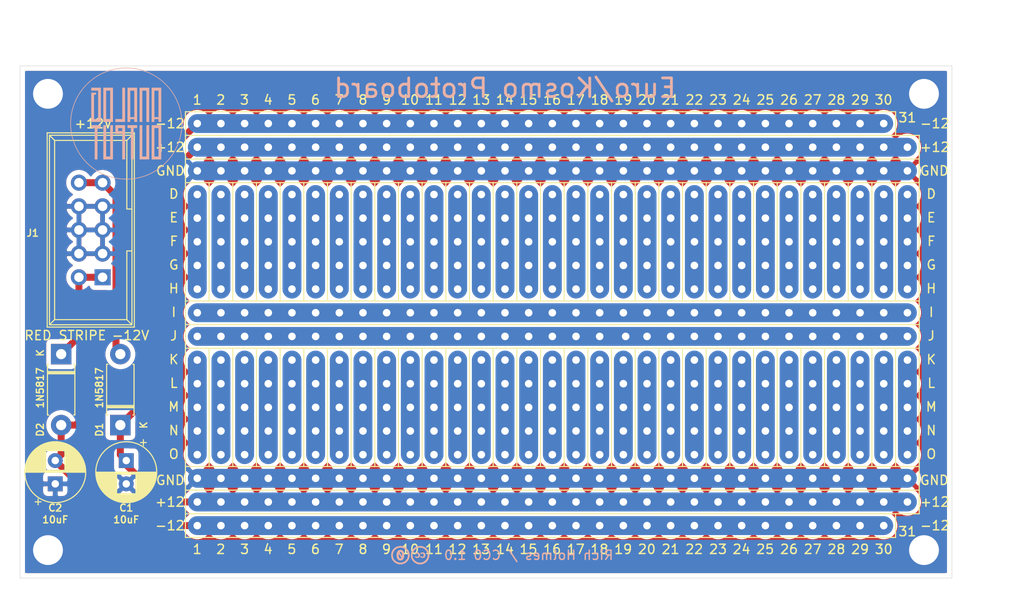
<source format=kicad_pcb>
(kicad_pcb (version 20171130) (host pcbnew 5.1.10-88a1d61d58~90~ubuntu20.04.1)
  (layers (0 F.Cu signal) (31 B.Cu signal) (34 B.Paste user) (35 F.Paste user) (36 B.SilkS user) (37 F.SilkS user) (38 B.Mask user) (39 F.Mask user) (44 Edge.Cuts user))
  (net 0 "")
  (net 1 GND)
  (net 2 +12V)
  (net 3 -12V)
  (net 4 "Net-(D1-Pad2)")
  (net 5 "Net-(D2-Pad1)")
  (net 6 "Net-(J5-Pad1)")
  (net 7 "Net-(J10-Pad1)")
  (net 8 "Net-(J281-Pad1)")
  (net 9 "Net-(J14-Pad1)")
  (net 10 "Net-(J23-Pad1)")
  (net 11 "Net-(J32-Pad1)")
  (net 12 "Net-(J41-Pad1)")
  (net 13 "Net-(J50-Pad1)")
  (net 14 "Net-(J59-Pad1)")
  (net 15 "Net-(J68-Pad1)")
  (net 16 "Net-(J77-Pad1)")
  (net 17 "Net-(J86-Pad1)")
  (net 18 "Net-(J95-Pad1)")
  (net 19 "Net-(J104-Pad1)")
  (net 20 "Net-(J113-Pad1)")
  (net 21 "Net-(J122-Pad1)")
  (net 22 "Net-(J131-Pad1)")
  (net 23 "Net-(J140-Pad1)")
  (net 24 "Net-(J149-Pad1)")
  (net 25 "Net-(J158-Pad1)")
  (net 26 "Net-(J167-Pad1)")
  (net 27 "Net-(J176-Pad1)")
  (net 28 "Net-(J185-Pad1)")
  (net 29 "Net-(J194-Pad1)")
  (net 30 "Net-(J203-Pad1)")
  (net 31 "Net-(J212-Pad1)")
  (net 32 "Net-(J221-Pad1)")
  (net 33 "Net-(J230-Pad1)")
  (net 34 "Net-(J239-Pad1)")
  (net 35 "Net-(J248-Pad1)")
  (net 36 "Net-(J257-Pad1)")
  (net 37 "Net-(J266-Pad1)")
  (net 38 "Net-(J275-Pad1)")
  (net 39 "Net-(J282-Pad1)")
  (net 40 "Net-(J291-Pad1)")
  (net 41 "Net-(J300-Pad1)")
  (net 42 "Net-(J309-Pad1)")
  (net 43 "Net-(J318-Pad1)")
  (net 44 "Net-(J327-Pad1)")
  (net 45 "Net-(J336-Pad1)")
  (net 46 "Net-(J345-Pad1)")
  (net 47 "Net-(J354-Pad1)")
  (net 48 "Net-(J363-Pad1)")
  (net 49 "Net-(J372-Pad1)")
  (net 50 "Net-(J381-Pad1)")
  (net 51 "Net-(J390-Pad1)")
  (net 52 "Net-(J399-Pad1)")
  (net 53 "Net-(J408-Pad1)")
  (net 54 "Net-(J417-Pad1)")
  (net 55 "Net-(J426-Pad1)")
  (net 56 "Net-(J435-Pad1)")
  (net 57 "Net-(J444-Pad1)")
  (net 58 "Net-(J453-Pad1)")
  (net 59 "Net-(J462-Pad1)")
  (net 60 "Net-(J471-Pad1)")
  (net 61 "Net-(J480-Pad1)")
  (net 62 "Net-(J489-Pad1)")
  (net 63 "Net-(J498-Pad1)")
  (net 64 "Net-(J507-Pad1)")
  (net 65 "Net-(J516-Pad1)")
  (net 66 "Net-(J525-Pad1)")
  (net 67 "Net-(J534-Pad1)")
  (net 68 "Net-(J543-Pad1)")
  (net 69 "Net-(J552-Pad1)")
  (module ao_tht:MountingHole_3.2mm_M3 (layer F.Cu) (at 142.75 56.5)
    (fp_text reference H4 hide)
    (fp_text value MountingHole)
    (pad 1 np_thru_hole circle (at 0 0) (size 3.2 3.2) (drill 3.2) (layers *.Cu *.Mask))
  )
  (module ao_tht:MountingHole_3.2mm_M3 (layer F.Cu) (at 48.75 56.5)
    (fp_text reference H3 hide)
    (fp_text value MountingHole)
    (pad 1 np_thru_hole circle (at 0 0) (size 3.2 3.2) (drill 3.2) (layers *.Cu *.Mask))
  )
  (module ao_tht:MountingHole_3.2mm_M3 (layer F.Cu) (at 142.75 105.5)
    (fp_text reference H2 hide)
    (fp_text value MountingHole)
    (pad 1 np_thru_hole circle (at 0 0) (size 3.2 3.2) (drill 3.2) (layers *.Cu *.Mask))
  )
  (module ao_tht:MountingHole_3.2mm_M3 (layer F.Cu) (at 48.75 105.5)
    (fp_text reference H1 hide)
    (fp_text value MountingHole)
    (pad 1 np_thru_hole circle (at 0 0) (size 3.2 3.2) (drill 3.2) (layers *.Cu *.Mask))
  )
  (module ao_tht:Perf_Board_Hole (layer F.Cu) (at 140.97 85.09 270)
    (fp_text reference J552 hide)
    (fp_text value 1x1 hide)
    (pad 1 thru_hole circle (at 0 0 270) (size 1.905 1.905) (drill 0.8128) (layers *.Cu *.Mask) (net 69 "Net-(J552-Pad1)"))
  )
  (module ao_tht:Perf_Board_Hole (layer F.Cu) (at 138.43 85.09 90)
    (fp_text reference J543 hide)
    (fp_text value 1x1 hide)
    (pad 1 thru_hole circle (at 0 0 90) (size 1.905 1.905) (drill 0.8128) (layers *.Cu *.Mask) (net 68 "Net-(J543-Pad1)"))
  )
  (module ao_tht:Perf_Board_Hole (layer F.Cu) (at 135.89 85.09 270)
    (fp_text reference J534 hide)
    (fp_text value 1x1 hide)
    (pad 1 thru_hole circle (at 0 0 270) (size 1.905 1.905) (drill 0.8128) (layers *.Cu *.Mask) (net 67 "Net-(J534-Pad1)"))
  )
  (module ao_tht:Perf_Board_Hole (layer F.Cu) (at 133.35 85.09 90)
    (fp_text reference J525 hide)
    (fp_text value 1x1 hide)
    (pad 1 thru_hole circle (at 0 0 90) (size 1.905 1.905) (drill 0.8128) (layers *.Cu *.Mask) (net 66 "Net-(J525-Pad1)"))
  )
  (module ao_tht:Perf_Board_Hole (layer F.Cu) (at 130.81 85.09 90)
    (fp_text reference J516 hide)
    (fp_text value 1x1 hide)
    (pad 1 thru_hole circle (at 0 0 90) (size 1.905 1.905) (drill 0.8128) (layers *.Cu *.Mask) (net 65 "Net-(J516-Pad1)"))
  )
  (module ao_tht:Perf_Board_Hole (layer F.Cu) (at 128.27 85.09 270)
    (fp_text reference J507 hide)
    (fp_text value 1x1 hide)
    (pad 1 thru_hole circle (at 0 0 270) (size 1.905 1.905) (drill 0.8128) (layers *.Cu *.Mask) (net 64 "Net-(J507-Pad1)"))
  )
  (module ao_tht:Perf_Board_Hole (layer F.Cu) (at 125.73 85.09 90)
    (fp_text reference J498 hide)
    (fp_text value 1x1 hide)
    (pad 1 thru_hole circle (at 0 0 90) (size 1.905 1.905) (drill 0.8128) (layers *.Cu *.Mask) (net 63 "Net-(J498-Pad1)"))
  )
  (module ao_tht:Perf_Board_Hole (layer F.Cu) (at 123.19 85.09 90)
    (fp_text reference J489 hide)
    (fp_text value 1x1 hide)
    (pad 1 thru_hole circle (at 0 0 90) (size 1.905 1.905) (drill 0.8128) (layers *.Cu *.Mask) (net 62 "Net-(J489-Pad1)"))
  )
  (module ao_tht:Perf_Board_Hole (layer F.Cu) (at 120.65 85.09 90)
    (fp_text reference J480 hide)
    (fp_text value 1x1 hide)
    (pad 1 thru_hole circle (at 0 0 90) (size 1.905 1.905) (drill 0.8128) (layers *.Cu *.Mask) (net 61 "Net-(J480-Pad1)"))
  )
  (module ao_tht:Perf_Board_Hole (layer F.Cu) (at 118.11 85.09 90)
    (fp_text reference J471 hide)
    (fp_text value 1x1 hide)
    (pad 1 thru_hole circle (at 0 0 90) (size 1.905 1.905) (drill 0.8128) (layers *.Cu *.Mask) (net 60 "Net-(J471-Pad1)"))
  )
  (module ao_tht:Perf_Board_Hole (layer F.Cu) (at 115.57 85.09 90)
    (fp_text reference J462 hide)
    (fp_text value 1x1 hide)
    (pad 1 thru_hole circle (at 0 0 90) (size 1.905 1.905) (drill 0.8128) (layers *.Cu *.Mask) (net 59 "Net-(J462-Pad1)"))
  )
  (module ao_tht:Perf_Board_Hole (layer F.Cu) (at 113.03 85.09 90)
    (fp_text reference J453 hide)
    (fp_text value 1x1 hide)
    (pad 1 thru_hole circle (at 0 0 90) (size 1.905 1.905) (drill 0.8128) (layers *.Cu *.Mask) (net 58 "Net-(J453-Pad1)"))
  )
  (module ao_tht:Perf_Board_Hole (layer F.Cu) (at 110.49 85.09 90)
    (fp_text reference J444 hide)
    (fp_text value 1x1 hide)
    (pad 1 thru_hole circle (at 0 0 90) (size 1.905 1.905) (drill 0.8128) (layers *.Cu *.Mask) (net 57 "Net-(J444-Pad1)"))
  )
  (module ao_tht:Perf_Board_Hole (layer F.Cu) (at 107.95 85.09 90)
    (fp_text reference J435 hide)
    (fp_text value 1x1 hide)
    (pad 1 thru_hole circle (at 0 0 90) (size 1.905 1.905) (drill 0.8128) (layers *.Cu *.Mask) (net 56 "Net-(J435-Pad1)"))
  )
  (module ao_tht:Perf_Board_Hole (layer F.Cu) (at 105.41 85.09 90)
    (fp_text reference J426 hide)
    (fp_text value 1x1 hide)
    (pad 1 thru_hole circle (at 0 0 90) (size 1.905 1.905) (drill 0.8128) (layers *.Cu *.Mask) (net 55 "Net-(J426-Pad1)"))
  )
  (module ao_tht:Perf_Board_Hole (layer F.Cu) (at 102.87 85.09 90)
    (fp_text reference J417 hide)
    (fp_text value 1x1 hide)
    (pad 1 thru_hole circle (at 0 0 90) (size 1.905 1.905) (drill 0.8128) (layers *.Cu *.Mask) (net 54 "Net-(J417-Pad1)"))
  )
  (module ao_tht:Perf_Board_Hole (layer F.Cu) (at 100.33 85.09 90)
    (fp_text reference J408 hide)
    (fp_text value 1x1 hide)
    (pad 1 thru_hole circle (at 0 0 90) (size 1.905 1.905) (drill 0.8128) (layers *.Cu *.Mask) (net 53 "Net-(J408-Pad1)"))
  )
  (module ao_tht:Perf_Board_Hole (layer F.Cu) (at 97.79 85.09 90)
    (fp_text reference J399 hide)
    (fp_text value 1x1 hide)
    (pad 1 thru_hole circle (at 0 0 90) (size 1.905 1.905) (drill 0.8128) (layers *.Cu *.Mask) (net 52 "Net-(J399-Pad1)"))
  )
  (module ao_tht:Perf_Board_Hole (layer F.Cu) (at 95.25 85.09 90)
    (fp_text reference J390 hide)
    (fp_text value 1x1 hide)
    (pad 1 thru_hole circle (at 0 0 90) (size 1.905 1.905) (drill 0.8128) (layers *.Cu *.Mask) (net 51 "Net-(J390-Pad1)"))
  )
  (module ao_tht:Perf_Board_Hole (layer F.Cu) (at 92.71 85.09 90)
    (fp_text reference J381 hide)
    (fp_text value 1x1 hide)
    (pad 1 thru_hole circle (at 0 0 90) (size 1.905 1.905) (drill 0.8128) (layers *.Cu *.Mask) (net 50 "Net-(J381-Pad1)"))
  )
  (module ao_tht:Perf_Board_Hole (layer F.Cu) (at 90.17 85.09 90)
    (fp_text reference J372 hide)
    (fp_text value 1x1 hide)
    (pad 1 thru_hole circle (at 0 0 90) (size 1.905 1.905) (drill 0.8128) (layers *.Cu *.Mask) (net 49 "Net-(J372-Pad1)"))
  )
  (module ao_tht:Perf_Board_Hole (layer F.Cu) (at 87.63 85.09 90)
    (fp_text reference J363 hide)
    (fp_text value 1x1 hide)
    (pad 1 thru_hole circle (at 0 0 90) (size 1.905 1.905) (drill 0.8128) (layers *.Cu *.Mask) (net 48 "Net-(J363-Pad1)"))
  )
  (module ao_tht:Perf_Board_Hole (layer F.Cu) (at 85.09 85.09 90)
    (fp_text reference J354 hide)
    (fp_text value 1x1 hide)
    (pad 1 thru_hole circle (at 0 0 90) (size 1.905 1.905) (drill 0.8128) (layers *.Cu *.Mask) (net 47 "Net-(J354-Pad1)"))
  )
  (module ao_tht:Perf_Board_Hole (layer F.Cu) (at 82.55 85.09 90)
    (fp_text reference J345 hide)
    (fp_text value 1x1 hide)
    (pad 1 thru_hole circle (at 0 0 90) (size 1.905 1.905) (drill 0.8128) (layers *.Cu *.Mask) (net 46 "Net-(J345-Pad1)"))
  )
  (module ao_tht:Perf_Board_Hole (layer F.Cu) (at 80.01 85.09 90)
    (fp_text reference J336 hide)
    (fp_text value 1x1 hide)
    (pad 1 thru_hole circle (at 0 0 90) (size 1.905 1.905) (drill 0.8128) (layers *.Cu *.Mask) (net 45 "Net-(J336-Pad1)"))
  )
  (module ao_tht:Perf_Board_Hole (layer F.Cu) (at 77.47 85.09 90)
    (fp_text reference J327 hide)
    (fp_text value 1x1 hide)
    (pad 1 thru_hole circle (at 0 0 90) (size 1.905 1.905) (drill 0.8128) (layers *.Cu *.Mask) (net 44 "Net-(J327-Pad1)"))
  )
  (module ao_tht:Perf_Board_Hole (layer F.Cu) (at 74.93 85.09 90)
    (fp_text reference J318 hide)
    (fp_text value 1x1 hide)
    (pad 1 thru_hole circle (at 0 0 90) (size 1.905 1.905) (drill 0.8128) (layers *.Cu *.Mask) (net 43 "Net-(J318-Pad1)"))
  )
  (module ao_tht:Perf_Board_Hole (layer F.Cu) (at 72.39 85.09 90)
    (fp_text reference J309 hide)
    (fp_text value 1x1 hide)
    (pad 1 thru_hole circle (at 0 0 90) (size 1.905 1.905) (drill 0.8128) (layers *.Cu *.Mask) (net 42 "Net-(J309-Pad1)"))
  )
  (module ao_tht:Perf_Board_Hole (layer F.Cu) (at 69.85 85.09 90)
    (fp_text reference J300 hide)
    (fp_text value 1x1 hide)
    (pad 1 thru_hole circle (at 0 0 90) (size 1.905 1.905) (drill 0.8128) (layers *.Cu *.Mask) (net 41 "Net-(J300-Pad1)"))
  )
  (module ao_tht:Perf_Board_Hole (layer F.Cu) (at 67.31 85.09 90)
    (fp_text reference J291 hide)
    (fp_text value 1x1 hide)
    (pad 1 thru_hole circle (at 0 0 90) (size 1.905 1.905) (drill 0.8128) (layers *.Cu *.Mask) (net 40 "Net-(J291-Pad1)"))
  )
  (module ao_tht:Perf_Board_Hole (layer F.Cu) (at 64.77 85.09 90)
    (fp_text reference J282 hide)
    (fp_text value 1x1 hide)
    (pad 1 thru_hole circle (at 0 0 90) (size 1.905 1.905) (drill 0.8128) (layers *.Cu *.Mask) (net 39 "Net-(J282-Pad1)"))
  )
  (module ao_tht:Perf_Board_Hole (layer F.Cu) (at 140.97 87.63)
    (fp_text reference J553 hide)
    (fp_text value 1x1 hide)
    (pad 1 thru_hole circle (at 0 0) (size 1.905 1.905) (drill 0.8128) (layers *.Cu *.Mask) (net 69 "Net-(J552-Pad1)"))
  )
  (module ao_tht:Perf_Board_Hole (layer F.Cu) (at 138.43 87.63)
    (fp_text reference J544 hide)
    (fp_text value 1x1 hide)
    (pad 1 thru_hole circle (at 0 0) (size 1.905 1.905) (drill 0.8128) (layers *.Cu *.Mask) (net 68 "Net-(J543-Pad1)"))
  )
  (module ao_tht:Perf_Board_Hole (layer F.Cu) (at 135.89 87.63)
    (fp_text reference J535 hide)
    (fp_text value 1x1 hide)
    (pad 1 thru_hole circle (at 0 0) (size 1.905 1.905) (drill 0.8128) (layers *.Cu *.Mask) (net 67 "Net-(J534-Pad1)"))
  )
  (module ao_tht:Perf_Board_Hole (layer F.Cu) (at 133.35 87.63)
    (fp_text reference J526 hide)
    (fp_text value 1x1 hide)
    (pad 1 thru_hole circle (at 0 0) (size 1.905 1.905) (drill 0.8128) (layers *.Cu *.Mask) (net 66 "Net-(J525-Pad1)"))
  )
  (module ao_tht:Perf_Board_Hole (layer F.Cu) (at 130.81 87.63 90)
    (fp_text reference J517 hide)
    (fp_text value 1x1 hide)
    (pad 1 thru_hole circle (at 0 0 90) (size 1.905 1.905) (drill 0.8128) (layers *.Cu *.Mask) (net 65 "Net-(J516-Pad1)"))
  )
  (module ao_tht:Perf_Board_Hole (layer F.Cu) (at 128.27 87.63)
    (fp_text reference J508 hide)
    (fp_text value 1x1 hide)
    (pad 1 thru_hole circle (at 0 0) (size 1.905 1.905) (drill 0.8128) (layers *.Cu *.Mask) (net 64 "Net-(J507-Pad1)"))
  )
  (module ao_tht:Perf_Board_Hole (layer F.Cu) (at 125.73 87.63)
    (fp_text reference J499 hide)
    (fp_text value 1x1 hide)
    (pad 1 thru_hole circle (at 0 0) (size 1.905 1.905) (drill 0.8128) (layers *.Cu *.Mask) (net 63 "Net-(J498-Pad1)"))
  )
  (module ao_tht:Perf_Board_Hole (layer F.Cu) (at 123.19 87.63 90)
    (fp_text reference J490 hide)
    (fp_text value 1x1 hide)
    (pad 1 thru_hole circle (at 0 0 90) (size 1.905 1.905) (drill 0.8128) (layers *.Cu *.Mask) (net 62 "Net-(J489-Pad1)"))
  )
  (module ao_tht:Perf_Board_Hole (layer F.Cu) (at 120.65 87.63 90)
    (fp_text reference J481 hide)
    (fp_text value 1x1 hide)
    (pad 1 thru_hole circle (at 0 0 90) (size 1.905 1.905) (drill 0.8128) (layers *.Cu *.Mask) (net 61 "Net-(J480-Pad1)"))
  )
  (module ao_tht:Perf_Board_Hole (layer F.Cu) (at 118.11 87.63)
    (fp_text reference J472 hide)
    (fp_text value 1x1 hide)
    (pad 1 thru_hole circle (at 0 0) (size 1.905 1.905) (drill 0.8128) (layers *.Cu *.Mask) (net 60 "Net-(J471-Pad1)"))
  )
  (module ao_tht:Perf_Board_Hole (layer F.Cu) (at 115.57 87.63 90)
    (fp_text reference J463 hide)
    (fp_text value 1x1 hide)
    (pad 1 thru_hole circle (at 0 0 90) (size 1.905 1.905) (drill 0.8128) (layers *.Cu *.Mask) (net 59 "Net-(J462-Pad1)"))
  )
  (module ao_tht:Perf_Board_Hole (layer F.Cu) (at 113.03 87.63 90)
    (fp_text reference J454 hide)
    (fp_text value 1x1 hide)
    (pad 1 thru_hole circle (at 0 0 90) (size 1.905 1.905) (drill 0.8128) (layers *.Cu *.Mask) (net 58 "Net-(J453-Pad1)"))
  )
  (module ao_tht:Perf_Board_Hole (layer F.Cu) (at 110.49 87.63 90)
    (fp_text reference J445 hide)
    (fp_text value 1x1 hide)
    (pad 1 thru_hole circle (at 0 0 90) (size 1.905 1.905) (drill 0.8128) (layers *.Cu *.Mask) (net 57 "Net-(J444-Pad1)"))
  )
  (module ao_tht:Perf_Board_Hole (layer F.Cu) (at 107.95 87.63 90)
    (fp_text reference J436 hide)
    (fp_text value 1x1 hide)
    (pad 1 thru_hole circle (at 0 0 90) (size 1.905 1.905) (drill 0.8128) (layers *.Cu *.Mask) (net 56 "Net-(J435-Pad1)"))
  )
  (module ao_tht:Perf_Board_Hole (layer F.Cu) (at 105.41 87.63 90)
    (fp_text reference J427 hide)
    (fp_text value 1x1 hide)
    (pad 1 thru_hole circle (at 0 0 90) (size 1.905 1.905) (drill 0.8128) (layers *.Cu *.Mask) (net 55 "Net-(J426-Pad1)"))
  )
  (module ao_tht:Perf_Board_Hole (layer F.Cu) (at 102.87 87.63 90)
    (fp_text reference J418 hide)
    (fp_text value 1x1 hide)
    (pad 1 thru_hole circle (at 0 0 90) (size 1.905 1.905) (drill 0.8128) (layers *.Cu *.Mask) (net 54 "Net-(J417-Pad1)"))
  )
  (module ao_tht:Perf_Board_Hole (layer F.Cu) (at 100.33 87.63 90)
    (fp_text reference J409 hide)
    (fp_text value 1x1 hide)
    (pad 1 thru_hole circle (at 0 0 90) (size 1.905 1.905) (drill 0.8128) (layers *.Cu *.Mask) (net 53 "Net-(J408-Pad1)"))
  )
  (module ao_tht:Perf_Board_Hole (layer F.Cu) (at 97.79 87.63 90)
    (fp_text reference J400 hide)
    (fp_text value 1x1 hide)
    (pad 1 thru_hole circle (at 0 0 90) (size 1.905 1.905) (drill 0.8128) (layers *.Cu *.Mask) (net 52 "Net-(J399-Pad1)"))
  )
  (module ao_tht:Perf_Board_Hole (layer F.Cu) (at 95.25 87.63 90)
    (fp_text reference J391 hide)
    (fp_text value 1x1 hide)
    (pad 1 thru_hole circle (at 0 0 90) (size 1.905 1.905) (drill 0.8128) (layers *.Cu *.Mask) (net 51 "Net-(J390-Pad1)"))
  )
  (module ao_tht:Perf_Board_Hole (layer F.Cu) (at 92.71 87.63 90)
    (fp_text reference J382 hide)
    (fp_text value 1x1 hide)
    (pad 1 thru_hole circle (at 0 0 90) (size 1.905 1.905) (drill 0.8128) (layers *.Cu *.Mask) (net 50 "Net-(J381-Pad1)"))
  )
  (module ao_tht:Perf_Board_Hole (layer F.Cu) (at 90.17 87.63 90)
    (fp_text reference J373 hide)
    (fp_text value 1x1 hide)
    (pad 1 thru_hole circle (at 0 0 90) (size 1.905 1.905) (drill 0.8128) (layers *.Cu *.Mask) (net 49 "Net-(J372-Pad1)"))
  )
  (module ao_tht:Perf_Board_Hole (layer F.Cu) (at 87.63 87.63 90)
    (fp_text reference J364 hide)
    (fp_text value 1x1 hide)
    (pad 1 thru_hole circle (at 0 0 90) (size 1.905 1.905) (drill 0.8128) (layers *.Cu *.Mask) (net 48 "Net-(J363-Pad1)"))
  )
  (module ao_tht:Perf_Board_Hole (layer F.Cu) (at 85.09 87.63 90)
    (fp_text reference J355 hide)
    (fp_text value 1x1 hide)
    (pad 1 thru_hole circle (at 0 0 90) (size 1.905 1.905) (drill 0.8128) (layers *.Cu *.Mask) (net 47 "Net-(J354-Pad1)"))
  )
  (module ao_tht:Perf_Board_Hole (layer F.Cu) (at 82.55 87.63 90)
    (fp_text reference J346 hide)
    (fp_text value 1x1 hide)
    (pad 1 thru_hole circle (at 0 0 90) (size 1.905 1.905) (drill 0.8128) (layers *.Cu *.Mask) (net 46 "Net-(J345-Pad1)"))
  )
  (module ao_tht:Perf_Board_Hole (layer F.Cu) (at 80.01 87.63 90)
    (fp_text reference J337 hide)
    (fp_text value 1x1 hide)
    (pad 1 thru_hole circle (at 0 0 90) (size 1.905 1.905) (drill 0.8128) (layers *.Cu *.Mask) (net 45 "Net-(J336-Pad1)"))
  )
  (module ao_tht:Perf_Board_Hole (layer F.Cu) (at 77.47 87.63 90)
    (fp_text reference J328 hide)
    (fp_text value 1x1 hide)
    (pad 1 thru_hole circle (at 0 0 90) (size 1.905 1.905) (drill 0.8128) (layers *.Cu *.Mask) (net 44 "Net-(J327-Pad1)"))
  )
  (module ao_tht:Perf_Board_Hole (layer F.Cu) (at 74.93 87.63 90)
    (fp_text reference J319 hide)
    (fp_text value 1x1 hide)
    (pad 1 thru_hole circle (at 0 0 90) (size 1.905 1.905) (drill 0.8128) (layers *.Cu *.Mask) (net 43 "Net-(J318-Pad1)"))
  )
  (module ao_tht:Perf_Board_Hole (layer F.Cu) (at 72.39 87.63 90)
    (fp_text reference J310 hide)
    (fp_text value 1x1 hide)
    (pad 1 thru_hole circle (at 0 0 90) (size 1.905 1.905) (drill 0.8128) (layers *.Cu *.Mask) (net 42 "Net-(J309-Pad1)"))
  )
  (module ao_tht:Perf_Board_Hole (layer F.Cu) (at 69.85 87.63 90)
    (fp_text reference J301 hide)
    (fp_text value 1x1 hide)
    (pad 1 thru_hole circle (at 0 0 90) (size 1.905 1.905) (drill 0.8128) (layers *.Cu *.Mask) (net 41 "Net-(J300-Pad1)"))
  )
  (module ao_tht:Perf_Board_Hole (layer F.Cu) (at 67.31 87.63 90)
    (fp_text reference J292 hide)
    (fp_text value 1x1 hide)
    (pad 1 thru_hole circle (at 0 0 90) (size 1.905 1.905) (drill 0.8128) (layers *.Cu *.Mask) (net 40 "Net-(J291-Pad1)"))
  )
  (module ao_tht:Perf_Board_Hole (layer F.Cu) (at 64.77 87.63 90)
    (fp_text reference J283 hide)
    (fp_text value 1x1 hide)
    (pad 1 thru_hole circle (at 0 0 90) (size 1.905 1.905) (drill 0.8128) (layers *.Cu *.Mask) (net 39 "Net-(J282-Pad1)"))
  )
  (module ao_tht:Perf_Board_Hole (layer F.Cu) (at 140.97 90.17)
    (fp_text reference J554 hide)
    (fp_text value 1x1 hide)
    (pad 1 thru_hole circle (at 0 0) (size 1.905 1.905) (drill 0.8128) (layers *.Cu *.Mask) (net 69 "Net-(J552-Pad1)"))
  )
  (module ao_tht:Perf_Board_Hole (layer F.Cu) (at 138.43 90.17)
    (fp_text reference J545 hide)
    (fp_text value 1x1 hide)
    (pad 1 thru_hole circle (at 0 0) (size 1.905 1.905) (drill 0.8128) (layers *.Cu *.Mask) (net 68 "Net-(J543-Pad1)"))
  )
  (module ao_tht:Perf_Board_Hole (layer F.Cu) (at 135.89 90.17)
    (fp_text reference J536 hide)
    (fp_text value 1x1 hide)
    (pad 1 thru_hole circle (at 0 0) (size 1.905 1.905) (drill 0.8128) (layers *.Cu *.Mask) (net 67 "Net-(J534-Pad1)"))
  )
  (module ao_tht:Perf_Board_Hole (layer F.Cu) (at 133.35 90.17)
    (fp_text reference J527 hide)
    (fp_text value 1x1 hide)
    (pad 1 thru_hole circle (at 0 0) (size 1.905 1.905) (drill 0.8128) (layers *.Cu *.Mask) (net 66 "Net-(J525-Pad1)"))
  )
  (module ao_tht:Perf_Board_Hole (layer F.Cu) (at 130.81 90.17)
    (fp_text reference J518 hide)
    (fp_text value 1x1 hide)
    (pad 1 thru_hole circle (at 0 0) (size 1.905 1.905) (drill 0.8128) (layers *.Cu *.Mask) (net 65 "Net-(J516-Pad1)"))
  )
  (module ao_tht:Perf_Board_Hole (layer F.Cu) (at 128.27 90.17)
    (fp_text reference J509 hide)
    (fp_text value 1x1 hide)
    (pad 1 thru_hole circle (at 0 0) (size 1.905 1.905) (drill 0.8128) (layers *.Cu *.Mask) (net 64 "Net-(J507-Pad1)"))
  )
  (module ao_tht:Perf_Board_Hole (layer F.Cu) (at 125.73 90.17)
    (fp_text reference J500 hide)
    (fp_text value 1x1 hide)
    (pad 1 thru_hole circle (at 0 0) (size 1.905 1.905) (drill 0.8128) (layers *.Cu *.Mask) (net 63 "Net-(J498-Pad1)"))
  )
  (module ao_tht:Perf_Board_Hole (layer F.Cu) (at 123.19 90.17)
    (fp_text reference J491 hide)
    (fp_text value 1x1 hide)
    (pad 1 thru_hole circle (at 0 0) (size 1.905 1.905) (drill 0.8128) (layers *.Cu *.Mask) (net 62 "Net-(J489-Pad1)"))
  )
  (module ao_tht:Perf_Board_Hole (layer F.Cu) (at 120.65 90.17)
    (fp_text reference J482 hide)
    (fp_text value 1x1 hide)
    (pad 1 thru_hole circle (at 0 0) (size 1.905 1.905) (drill 0.8128) (layers *.Cu *.Mask) (net 61 "Net-(J480-Pad1)"))
  )
  (module ao_tht:Perf_Board_Hole (layer F.Cu) (at 118.11 90.17)
    (fp_text reference J473 hide)
    (fp_text value 1x1 hide)
    (pad 1 thru_hole circle (at 0 0) (size 1.905 1.905) (drill 0.8128) (layers *.Cu *.Mask) (net 60 "Net-(J471-Pad1)"))
  )
  (module ao_tht:Perf_Board_Hole (layer F.Cu) (at 115.57 90.17)
    (fp_text reference J464 hide)
    (fp_text value 1x1 hide)
    (pad 1 thru_hole circle (at 0 0) (size 1.905 1.905) (drill 0.8128) (layers *.Cu *.Mask) (net 59 "Net-(J462-Pad1)"))
  )
  (module ao_tht:Perf_Board_Hole (layer F.Cu) (at 113.03 90.17)
    (fp_text reference J455 hide)
    (fp_text value 1x1 hide)
    (pad 1 thru_hole circle (at 0 0) (size 1.905 1.905) (drill 0.8128) (layers *.Cu *.Mask) (net 58 "Net-(J453-Pad1)"))
  )
  (module ao_tht:Perf_Board_Hole (layer F.Cu) (at 110.49 90.17)
    (fp_text reference J446 hide)
    (fp_text value 1x1 hide)
    (pad 1 thru_hole circle (at 0 0) (size 1.905 1.905) (drill 0.8128) (layers *.Cu *.Mask) (net 57 "Net-(J444-Pad1)"))
  )
  (module ao_tht:Perf_Board_Hole (layer F.Cu) (at 107.95 90.17)
    (fp_text reference J437 hide)
    (fp_text value 1x1 hide)
    (pad 1 thru_hole circle (at 0 0) (size 1.905 1.905) (drill 0.8128) (layers *.Cu *.Mask) (net 56 "Net-(J435-Pad1)"))
  )
  (module ao_tht:Perf_Board_Hole (layer F.Cu) (at 105.41 90.17)
    (fp_text reference J428 hide)
    (fp_text value 1x1 hide)
    (pad 1 thru_hole circle (at 0 0) (size 1.905 1.905) (drill 0.8128) (layers *.Cu *.Mask) (net 55 "Net-(J426-Pad1)"))
  )
  (module ao_tht:Perf_Board_Hole (layer F.Cu) (at 102.87 90.17)
    (fp_text reference J419 hide)
    (fp_text value 1x1 hide)
    (pad 1 thru_hole circle (at 0 0) (size 1.905 1.905) (drill 0.8128) (layers *.Cu *.Mask) (net 54 "Net-(J417-Pad1)"))
  )
  (module ao_tht:Perf_Board_Hole (layer F.Cu) (at 100.33 90.17)
    (fp_text reference J410 hide)
    (fp_text value 1x1 hide)
    (pad 1 thru_hole circle (at 0 0) (size 1.905 1.905) (drill 0.8128) (layers *.Cu *.Mask) (net 53 "Net-(J408-Pad1)"))
  )
  (module ao_tht:Perf_Board_Hole (layer F.Cu) (at 97.79 90.17)
    (fp_text reference J401 hide)
    (fp_text value 1x1 hide)
    (pad 1 thru_hole circle (at 0 0) (size 1.905 1.905) (drill 0.8128) (layers *.Cu *.Mask) (net 52 "Net-(J399-Pad1)"))
  )
  (module ao_tht:Perf_Board_Hole (layer F.Cu) (at 95.25 90.17)
    (fp_text reference J392 hide)
    (fp_text value 1x1 hide)
    (pad 1 thru_hole circle (at 0 0) (size 1.905 1.905) (drill 0.8128) (layers *.Cu *.Mask) (net 51 "Net-(J390-Pad1)"))
  )
  (module ao_tht:Perf_Board_Hole (layer F.Cu) (at 92.71 90.17)
    (fp_text reference J383 hide)
    (fp_text value 1x1 hide)
    (pad 1 thru_hole circle (at 0 0) (size 1.905 1.905) (drill 0.8128) (layers *.Cu *.Mask) (net 50 "Net-(J381-Pad1)"))
  )
  (module ao_tht:Perf_Board_Hole (layer F.Cu) (at 90.17 90.17)
    (fp_text reference J374 hide)
    (fp_text value 1x1 hide)
    (pad 1 thru_hole circle (at 0 0) (size 1.905 1.905) (drill 0.8128) (layers *.Cu *.Mask) (net 49 "Net-(J372-Pad1)"))
  )
  (module ao_tht:Perf_Board_Hole (layer F.Cu) (at 87.63 90.17)
    (fp_text reference J365 hide)
    (fp_text value 1x1 hide)
    (pad 1 thru_hole circle (at 0 0) (size 1.905 1.905) (drill 0.8128) (layers *.Cu *.Mask) (net 48 "Net-(J363-Pad1)"))
  )
  (module ao_tht:Perf_Board_Hole (layer F.Cu) (at 85.09 90.17)
    (fp_text reference J356 hide)
    (fp_text value 1x1 hide)
    (pad 1 thru_hole circle (at 0 0) (size 1.905 1.905) (drill 0.8128) (layers *.Cu *.Mask) (net 47 "Net-(J354-Pad1)"))
  )
  (module ao_tht:Perf_Board_Hole (layer F.Cu) (at 82.55 90.17)
    (fp_text reference J347 hide)
    (fp_text value 1x1 hide)
    (pad 1 thru_hole circle (at 0 0) (size 1.905 1.905) (drill 0.8128) (layers *.Cu *.Mask) (net 46 "Net-(J345-Pad1)"))
  )
  (module ao_tht:Perf_Board_Hole (layer F.Cu) (at 80.01 90.17)
    (fp_text reference J338 hide)
    (fp_text value 1x1 hide)
    (pad 1 thru_hole circle (at 0 0) (size 1.905 1.905) (drill 0.8128) (layers *.Cu *.Mask) (net 45 "Net-(J336-Pad1)"))
  )
  (module ao_tht:Perf_Board_Hole (layer F.Cu) (at 77.47 90.17)
    (fp_text reference J329 hide)
    (fp_text value 1x1 hide)
    (pad 1 thru_hole circle (at 0 0) (size 1.905 1.905) (drill 0.8128) (layers *.Cu *.Mask) (net 44 "Net-(J327-Pad1)"))
  )
  (module ao_tht:Perf_Board_Hole (layer F.Cu) (at 74.93 90.17)
    (fp_text reference J320 hide)
    (fp_text value 1x1 hide)
    (pad 1 thru_hole circle (at 0 0) (size 1.905 1.905) (drill 0.8128) (layers *.Cu *.Mask) (net 43 "Net-(J318-Pad1)"))
  )
  (module ao_tht:Perf_Board_Hole (layer F.Cu) (at 72.39 90.17)
    (fp_text reference J311 hide)
    (fp_text value 1x1 hide)
    (pad 1 thru_hole circle (at 0 0) (size 1.905 1.905) (drill 0.8128) (layers *.Cu *.Mask) (net 42 "Net-(J309-Pad1)"))
  )
  (module ao_tht:Perf_Board_Hole (layer F.Cu) (at 69.85 90.17)
    (fp_text reference J302 hide)
    (fp_text value 1x1 hide)
    (pad 1 thru_hole circle (at 0 0) (size 1.905 1.905) (drill 0.8128) (layers *.Cu *.Mask) (net 41 "Net-(J300-Pad1)"))
  )
  (module ao_tht:Perf_Board_Hole (layer F.Cu) (at 67.31 90.17)
    (fp_text reference J293 hide)
    (fp_text value 1x1 hide)
    (pad 1 thru_hole circle (at 0 0) (size 1.905 1.905) (drill 0.8128) (layers *.Cu *.Mask) (net 40 "Net-(J291-Pad1)"))
  )
  (module ao_tht:Perf_Board_Hole (layer F.Cu) (at 64.77 90.17)
    (fp_text reference J284 hide)
    (fp_text value 1x1 hide)
    (pad 1 thru_hole circle (at 0 0) (size 1.905 1.905) (drill 0.8128) (layers *.Cu *.Mask) (net 39 "Net-(J282-Pad1)"))
  )
  (module ao_tht:Perf_Board_Hole (layer F.Cu) (at 140.97 92.71)
    (fp_text reference J555 hide)
    (fp_text value 1x1 hide)
    (pad 1 thru_hole circle (at 0 0) (size 1.905 1.905) (drill 0.8128) (layers *.Cu *.Mask) (net 69 "Net-(J552-Pad1)"))
  )
  (module ao_tht:Perf_Board_Hole (layer F.Cu) (at 138.43 92.71)
    (fp_text reference J546 hide)
    (fp_text value 1x1 hide)
    (pad 1 thru_hole circle (at 0 0) (size 1.905 1.905) (drill 0.8128) (layers *.Cu *.Mask) (net 68 "Net-(J543-Pad1)"))
  )
  (module ao_tht:Perf_Board_Hole (layer F.Cu) (at 135.89 92.71)
    (fp_text reference J537 hide)
    (fp_text value 1x1 hide)
    (pad 1 thru_hole circle (at 0 0) (size 1.905 1.905) (drill 0.8128) (layers *.Cu *.Mask) (net 67 "Net-(J534-Pad1)"))
  )
  (module ao_tht:Perf_Board_Hole (layer F.Cu) (at 133.35 92.71)
    (fp_text reference J528 hide)
    (fp_text value 1x1 hide)
    (pad 1 thru_hole circle (at 0 0) (size 1.905 1.905) (drill 0.8128) (layers *.Cu *.Mask) (net 66 "Net-(J525-Pad1)"))
  )
  (module ao_tht:Perf_Board_Hole (layer F.Cu) (at 130.81 92.71)
    (fp_text reference J519 hide)
    (fp_text value 1x1 hide)
    (pad 1 thru_hole circle (at 0 0) (size 1.905 1.905) (drill 0.8128) (layers *.Cu *.Mask) (net 65 "Net-(J516-Pad1)"))
  )
  (module ao_tht:Perf_Board_Hole (layer F.Cu) (at 128.27 92.71)
    (fp_text reference J510 hide)
    (fp_text value 1x1 hide)
    (pad 1 thru_hole circle (at 0 0) (size 1.905 1.905) (drill 0.8128) (layers *.Cu *.Mask) (net 64 "Net-(J507-Pad1)"))
  )
  (module ao_tht:Perf_Board_Hole (layer F.Cu) (at 125.73 92.71)
    (fp_text reference J501 hide)
    (fp_text value 1x1 hide)
    (pad 1 thru_hole circle (at 0 0) (size 1.905 1.905) (drill 0.8128) (layers *.Cu *.Mask) (net 63 "Net-(J498-Pad1)"))
  )
  (module ao_tht:Perf_Board_Hole (layer F.Cu) (at 123.19 92.71)
    (fp_text reference J492 hide)
    (fp_text value 1x1 hide)
    (pad 1 thru_hole circle (at 0 0) (size 1.905 1.905) (drill 0.8128) (layers *.Cu *.Mask) (net 62 "Net-(J489-Pad1)"))
  )
  (module ao_tht:Perf_Board_Hole (layer F.Cu) (at 120.65 92.71)
    (fp_text reference J483 hide)
    (fp_text value 1x1 hide)
    (pad 1 thru_hole circle (at 0 0) (size 1.905 1.905) (drill 0.8128) (layers *.Cu *.Mask) (net 61 "Net-(J480-Pad1)"))
  )
  (module ao_tht:Perf_Board_Hole (layer F.Cu) (at 118.11 92.71)
    (fp_text reference J474 hide)
    (fp_text value 1x1 hide)
    (pad 1 thru_hole circle (at 0 0) (size 1.905 1.905) (drill 0.8128) (layers *.Cu *.Mask) (net 60 "Net-(J471-Pad1)"))
  )
  (module ao_tht:Perf_Board_Hole (layer F.Cu) (at 115.57 92.71)
    (fp_text reference J465 hide)
    (fp_text value 1x1 hide)
    (pad 1 thru_hole circle (at 0 0) (size 1.905 1.905) (drill 0.8128) (layers *.Cu *.Mask) (net 59 "Net-(J462-Pad1)"))
  )
  (module ao_tht:Perf_Board_Hole (layer F.Cu) (at 113.03 92.71)
    (fp_text reference J456 hide)
    (fp_text value 1x1 hide)
    (pad 1 thru_hole circle (at 0 0) (size 1.905 1.905) (drill 0.8128) (layers *.Cu *.Mask) (net 58 "Net-(J453-Pad1)"))
  )
  (module ao_tht:Perf_Board_Hole (layer F.Cu) (at 110.49 92.71)
    (fp_text reference J447 hide)
    (fp_text value 1x1 hide)
    (pad 1 thru_hole circle (at 0 0) (size 1.905 1.905) (drill 0.8128) (layers *.Cu *.Mask) (net 57 "Net-(J444-Pad1)"))
  )
  (module ao_tht:Perf_Board_Hole (layer F.Cu) (at 107.95 92.71)
    (fp_text reference J438 hide)
    (fp_text value 1x1 hide)
    (pad 1 thru_hole circle (at 0 0) (size 1.905 1.905) (drill 0.8128) (layers *.Cu *.Mask) (net 56 "Net-(J435-Pad1)"))
  )
  (module ao_tht:Perf_Board_Hole (layer F.Cu) (at 105.41 92.71)
    (fp_text reference J429 hide)
    (fp_text value 1x1 hide)
    (pad 1 thru_hole circle (at 0 0) (size 1.905 1.905) (drill 0.8128) (layers *.Cu *.Mask) (net 55 "Net-(J426-Pad1)"))
  )
  (module ao_tht:Perf_Board_Hole (layer F.Cu) (at 102.87 92.71)
    (fp_text reference J420 hide)
    (fp_text value 1x1 hide)
    (pad 1 thru_hole circle (at 0 0) (size 1.905 1.905) (drill 0.8128) (layers *.Cu *.Mask) (net 54 "Net-(J417-Pad1)"))
  )
  (module ao_tht:Perf_Board_Hole (layer F.Cu) (at 100.33 92.71)
    (fp_text reference J411 hide)
    (fp_text value 1x1 hide)
    (pad 1 thru_hole circle (at 0 0) (size 1.905 1.905) (drill 0.8128) (layers *.Cu *.Mask) (net 53 "Net-(J408-Pad1)"))
  )
  (module ao_tht:Perf_Board_Hole (layer F.Cu) (at 97.79 92.71)
    (fp_text reference J402 hide)
    (fp_text value 1x1 hide)
    (pad 1 thru_hole circle (at 0 0) (size 1.905 1.905) (drill 0.8128) (layers *.Cu *.Mask) (net 52 "Net-(J399-Pad1)"))
  )
  (module ao_tht:Perf_Board_Hole (layer F.Cu) (at 95.25 92.71)
    (fp_text reference J393 hide)
    (fp_text value 1x1 hide)
    (pad 1 thru_hole circle (at 0 0) (size 1.905 1.905) (drill 0.8128) (layers *.Cu *.Mask) (net 51 "Net-(J390-Pad1)"))
  )
  (module ao_tht:Perf_Board_Hole (layer F.Cu) (at 92.71 92.71)
    (fp_text reference J384 hide)
    (fp_text value 1x1 hide)
    (pad 1 thru_hole circle (at 0 0) (size 1.905 1.905) (drill 0.8128) (layers *.Cu *.Mask) (net 50 "Net-(J381-Pad1)"))
  )
  (module ao_tht:Perf_Board_Hole (layer F.Cu) (at 90.17 92.71)
    (fp_text reference J375 hide)
    (fp_text value 1x1 hide)
    (pad 1 thru_hole circle (at 0 0) (size 1.905 1.905) (drill 0.8128) (layers *.Cu *.Mask) (net 49 "Net-(J372-Pad1)"))
  )
  (module ao_tht:Perf_Board_Hole (layer F.Cu) (at 87.63 92.71)
    (fp_text reference J366 hide)
    (fp_text value 1x1 hide)
    (pad 1 thru_hole circle (at 0 0) (size 1.905 1.905) (drill 0.8128) (layers *.Cu *.Mask) (net 48 "Net-(J363-Pad1)"))
  )
  (module ao_tht:Perf_Board_Hole (layer F.Cu) (at 85.09 92.71)
    (fp_text reference J357 hide)
    (fp_text value 1x1 hide)
    (pad 1 thru_hole circle (at 0 0) (size 1.905 1.905) (drill 0.8128) (layers *.Cu *.Mask) (net 47 "Net-(J354-Pad1)"))
  )
  (module ao_tht:Perf_Board_Hole (layer F.Cu) (at 82.55 92.71)
    (fp_text reference J348 hide)
    (fp_text value 1x1 hide)
    (pad 1 thru_hole circle (at 0 0) (size 1.905 1.905) (drill 0.8128) (layers *.Cu *.Mask) (net 46 "Net-(J345-Pad1)"))
  )
  (module ao_tht:Perf_Board_Hole (layer F.Cu) (at 80.01 92.71)
    (fp_text reference J339 hide)
    (fp_text value 1x1 hide)
    (pad 1 thru_hole circle (at 0 0) (size 1.905 1.905) (drill 0.8128) (layers *.Cu *.Mask) (net 45 "Net-(J336-Pad1)"))
  )
  (module ao_tht:Perf_Board_Hole (layer F.Cu) (at 77.47 92.71)
    (fp_text reference J330 hide)
    (fp_text value 1x1 hide)
    (pad 1 thru_hole circle (at 0 0) (size 1.905 1.905) (drill 0.8128) (layers *.Cu *.Mask) (net 44 "Net-(J327-Pad1)"))
  )
  (module ao_tht:Perf_Board_Hole (layer F.Cu) (at 74.93 92.71)
    (fp_text reference J321 hide)
    (fp_text value 1x1 hide)
    (pad 1 thru_hole circle (at 0 0) (size 1.905 1.905) (drill 0.8128) (layers *.Cu *.Mask) (net 43 "Net-(J318-Pad1)"))
  )
  (module ao_tht:Perf_Board_Hole (layer F.Cu) (at 72.39 92.71)
    (fp_text reference J312 hide)
    (fp_text value 1x1 hide)
    (pad 1 thru_hole circle (at 0 0) (size 1.905 1.905) (drill 0.8128) (layers *.Cu *.Mask) (net 42 "Net-(J309-Pad1)"))
  )
  (module ao_tht:Perf_Board_Hole (layer F.Cu) (at 69.85 92.71)
    (fp_text reference J303 hide)
    (fp_text value 1x1 hide)
    (pad 1 thru_hole circle (at 0 0) (size 1.905 1.905) (drill 0.8128) (layers *.Cu *.Mask) (net 41 "Net-(J300-Pad1)"))
  )
  (module ao_tht:Perf_Board_Hole (layer F.Cu) (at 67.31 92.71)
    (fp_text reference J294 hide)
    (fp_text value 1x1 hide)
    (pad 1 thru_hole circle (at 0 0) (size 1.905 1.905) (drill 0.8128) (layers *.Cu *.Mask) (net 40 "Net-(J291-Pad1)"))
  )
  (module ao_tht:Perf_Board_Hole (layer F.Cu) (at 64.77 92.71)
    (fp_text reference J285 hide)
    (fp_text value 1x1 hide)
    (pad 1 thru_hole circle (at 0 0) (size 1.905 1.905) (drill 0.8128) (layers *.Cu *.Mask) (net 39 "Net-(J282-Pad1)"))
  )
  (module ao_tht:Perf_Board_Hole (layer F.Cu) (at 140.97 95.25)
    (fp_text reference J556 hide)
    (fp_text value 1x1 hide)
    (pad 1 thru_hole circle (at 0 0) (size 1.905 1.905) (drill 0.8128) (layers *.Cu *.Mask) (net 69 "Net-(J552-Pad1)"))
  )
  (module ao_tht:Perf_Board_Hole (layer F.Cu) (at 138.43 95.25)
    (fp_text reference J547 hide)
    (fp_text value 1x1 hide)
    (pad 1 thru_hole circle (at 0 0) (size 1.905 1.905) (drill 0.8128) (layers *.Cu *.Mask) (net 68 "Net-(J543-Pad1)"))
  )
  (module ao_tht:Perf_Board_Hole (layer F.Cu) (at 135.89 95.25)
    (fp_text reference J538 hide)
    (fp_text value 1x1 hide)
    (pad 1 thru_hole circle (at 0 0) (size 1.905 1.905) (drill 0.8128) (layers *.Cu *.Mask) (net 67 "Net-(J534-Pad1)"))
  )
  (module ao_tht:Perf_Board_Hole (layer F.Cu) (at 133.35 95.25)
    (fp_text reference J529 hide)
    (fp_text value 1x1 hide)
    (pad 1 thru_hole circle (at 0 0) (size 1.905 1.905) (drill 0.8128) (layers *.Cu *.Mask) (net 66 "Net-(J525-Pad1)"))
  )
  (module ao_tht:Perf_Board_Hole (layer F.Cu) (at 130.81 95.25)
    (fp_text reference J520 hide)
    (fp_text value 1x1 hide)
    (pad 1 thru_hole circle (at 0 0) (size 1.905 1.905) (drill 0.8128) (layers *.Cu *.Mask) (net 65 "Net-(J516-Pad1)"))
  )
  (module ao_tht:Perf_Board_Hole (layer F.Cu) (at 128.27 95.25)
    (fp_text reference J511 hide)
    (fp_text value 1x1 hide)
    (pad 1 thru_hole circle (at 0 0) (size 1.905 1.905) (drill 0.8128) (layers *.Cu *.Mask) (net 64 "Net-(J507-Pad1)"))
  )
  (module ao_tht:Perf_Board_Hole (layer F.Cu) (at 125.73 95.25)
    (fp_text reference J502 hide)
    (fp_text value 1x1 hide)
    (pad 1 thru_hole circle (at 0 0) (size 1.905 1.905) (drill 0.8128) (layers *.Cu *.Mask) (net 63 "Net-(J498-Pad1)"))
  )
  (module ao_tht:Perf_Board_Hole (layer F.Cu) (at 123.19 95.25)
    (fp_text reference J493 hide)
    (fp_text value 1x1 hide)
    (pad 1 thru_hole circle (at 0 0) (size 1.905 1.905) (drill 0.8128) (layers *.Cu *.Mask) (net 62 "Net-(J489-Pad1)"))
  )
  (module ao_tht:Perf_Board_Hole (layer F.Cu) (at 120.65 95.25)
    (fp_text reference J484 hide)
    (fp_text value 1x1 hide)
    (pad 1 thru_hole circle (at 0 0) (size 1.905 1.905) (drill 0.8128) (layers *.Cu *.Mask) (net 61 "Net-(J480-Pad1)"))
  )
  (module ao_tht:Perf_Board_Hole (layer F.Cu) (at 118.11 95.25)
    (fp_text reference J475 hide)
    (fp_text value 1x1 hide)
    (pad 1 thru_hole circle (at 0 0) (size 1.905 1.905) (drill 0.8128) (layers *.Cu *.Mask) (net 60 "Net-(J471-Pad1)"))
  )
  (module ao_tht:Perf_Board_Hole (layer F.Cu) (at 115.57 95.25)
    (fp_text reference J466 hide)
    (fp_text value 1x1 hide)
    (pad 1 thru_hole circle (at 0 0) (size 1.905 1.905) (drill 0.8128) (layers *.Cu *.Mask) (net 59 "Net-(J462-Pad1)"))
  )
  (module ao_tht:Perf_Board_Hole (layer F.Cu) (at 113.03 95.25)
    (fp_text reference J457 hide)
    (fp_text value 1x1 hide)
    (pad 1 thru_hole circle (at 0 0) (size 1.905 1.905) (drill 0.8128) (layers *.Cu *.Mask) (net 58 "Net-(J453-Pad1)"))
  )
  (module ao_tht:Perf_Board_Hole (layer F.Cu) (at 110.49 95.25)
    (fp_text reference J448 hide)
    (fp_text value 1x1 hide)
    (pad 1 thru_hole circle (at 0 0) (size 1.905 1.905) (drill 0.8128) (layers *.Cu *.Mask) (net 57 "Net-(J444-Pad1)"))
  )
  (module ao_tht:Perf_Board_Hole (layer F.Cu) (at 107.95 95.25)
    (fp_text reference J439 hide)
    (fp_text value 1x1 hide)
    (pad 1 thru_hole circle (at 0 0) (size 1.905 1.905) (drill 0.8128) (layers *.Cu *.Mask) (net 56 "Net-(J435-Pad1)"))
  )
  (module ao_tht:Perf_Board_Hole (layer F.Cu) (at 105.41 95.25)
    (fp_text reference J430 hide)
    (fp_text value 1x1 hide)
    (pad 1 thru_hole circle (at 0 0) (size 1.905 1.905) (drill 0.8128) (layers *.Cu *.Mask) (net 55 "Net-(J426-Pad1)"))
  )
  (module ao_tht:Perf_Board_Hole (layer F.Cu) (at 102.87 95.25)
    (fp_text reference J421 hide)
    (fp_text value 1x1 hide)
    (pad 1 thru_hole circle (at 0 0) (size 1.905 1.905) (drill 0.8128) (layers *.Cu *.Mask) (net 54 "Net-(J417-Pad1)"))
  )
  (module ao_tht:Perf_Board_Hole (layer F.Cu) (at 100.33 95.25)
    (fp_text reference J412 hide)
    (fp_text value 1x1 hide)
    (pad 1 thru_hole circle (at 0 0) (size 1.905 1.905) (drill 0.8128) (layers *.Cu *.Mask) (net 53 "Net-(J408-Pad1)"))
  )
  (module ao_tht:Perf_Board_Hole (layer F.Cu) (at 97.79 95.25)
    (fp_text reference J403 hide)
    (fp_text value 1x1 hide)
    (pad 1 thru_hole circle (at 0 0) (size 1.905 1.905) (drill 0.8128) (layers *.Cu *.Mask) (net 52 "Net-(J399-Pad1)"))
  )
  (module ao_tht:Perf_Board_Hole (layer F.Cu) (at 95.25 95.25)
    (fp_text reference J394 hide)
    (fp_text value 1x1 hide)
    (pad 1 thru_hole circle (at 0 0) (size 1.905 1.905) (drill 0.8128) (layers *.Cu *.Mask) (net 51 "Net-(J390-Pad1)"))
  )
  (module ao_tht:Perf_Board_Hole (layer F.Cu) (at 92.71 95.25)
    (fp_text reference J385 hide)
    (fp_text value 1x1 hide)
    (pad 1 thru_hole circle (at 0 0) (size 1.905 1.905) (drill 0.8128) (layers *.Cu *.Mask) (net 50 "Net-(J381-Pad1)"))
  )
  (module ao_tht:Perf_Board_Hole (layer F.Cu) (at 90.17 95.25)
    (fp_text reference J376 hide)
    (fp_text value 1x1 hide)
    (pad 1 thru_hole circle (at 0 0) (size 1.905 1.905) (drill 0.8128) (layers *.Cu *.Mask) (net 49 "Net-(J372-Pad1)"))
  )
  (module ao_tht:Perf_Board_Hole (layer F.Cu) (at 87.63 95.25)
    (fp_text reference J367 hide)
    (fp_text value 1x1 hide)
    (pad 1 thru_hole circle (at 0 0) (size 1.905 1.905) (drill 0.8128) (layers *.Cu *.Mask) (net 48 "Net-(J363-Pad1)"))
  )
  (module ao_tht:Perf_Board_Hole (layer F.Cu) (at 85.09 95.25)
    (fp_text reference J358 hide)
    (fp_text value 1x1 hide)
    (pad 1 thru_hole circle (at 0 0) (size 1.905 1.905) (drill 0.8128) (layers *.Cu *.Mask) (net 47 "Net-(J354-Pad1)"))
  )
  (module ao_tht:Perf_Board_Hole (layer F.Cu) (at 82.55 95.25)
    (fp_text reference J349 hide)
    (fp_text value 1x1 hide)
    (pad 1 thru_hole circle (at 0 0) (size 1.905 1.905) (drill 0.8128) (layers *.Cu *.Mask) (net 46 "Net-(J345-Pad1)"))
  )
  (module ao_tht:Perf_Board_Hole (layer F.Cu) (at 80.01 95.25)
    (fp_text reference J340 hide)
    (fp_text value 1x1 hide)
    (pad 1 thru_hole circle (at 0 0) (size 1.905 1.905) (drill 0.8128) (layers *.Cu *.Mask) (net 45 "Net-(J336-Pad1)"))
  )
  (module ao_tht:Perf_Board_Hole (layer F.Cu) (at 77.47 95.25)
    (fp_text reference J331 hide)
    (fp_text value 1x1 hide)
    (pad 1 thru_hole circle (at 0 0) (size 1.905 1.905) (drill 0.8128) (layers *.Cu *.Mask) (net 44 "Net-(J327-Pad1)"))
  )
  (module ao_tht:Perf_Board_Hole (layer F.Cu) (at 74.93 95.25)
    (fp_text reference J322 hide)
    (fp_text value 1x1 hide)
    (pad 1 thru_hole circle (at 0 0) (size 1.905 1.905) (drill 0.8128) (layers *.Cu *.Mask) (net 43 "Net-(J318-Pad1)"))
  )
  (module ao_tht:Perf_Board_Hole (layer F.Cu) (at 72.39 95.25)
    (fp_text reference J313 hide)
    (fp_text value 1x1 hide)
    (pad 1 thru_hole circle (at 0 0) (size 1.905 1.905) (drill 0.8128) (layers *.Cu *.Mask) (net 42 "Net-(J309-Pad1)"))
  )
  (module ao_tht:Perf_Board_Hole (layer F.Cu) (at 69.85 95.25)
    (fp_text reference J304 hide)
    (fp_text value 1x1 hide)
    (pad 1 thru_hole circle (at 0 0) (size 1.905 1.905) (drill 0.8128) (layers *.Cu *.Mask) (net 41 "Net-(J300-Pad1)"))
  )
  (module ao_tht:Perf_Board_Hole (layer F.Cu) (at 67.31 95.25)
    (fp_text reference J295 hide)
    (fp_text value 1x1 hide)
    (pad 1 thru_hole circle (at 0 0) (size 1.905 1.905) (drill 0.8128) (layers *.Cu *.Mask) (net 40 "Net-(J291-Pad1)"))
  )
  (module ao_tht:Perf_Board_Hole (layer F.Cu) (at 64.77 95.25)
    (fp_text reference J286 hide)
    (fp_text value 1x1 hide)
    (pad 1 thru_hole circle (at 0 0) (size 1.905 1.905) (drill 0.8128) (layers *.Cu *.Mask) (net 39 "Net-(J282-Pad1)"))
  )
  (module ao_tht:Perf_Board_Hole (layer F.Cu) (at 140.97 77.47)
    (fp_text reference J279 hide)
    (fp_text value 1x1 hide)
    (pad 1 thru_hole circle (at 0 0) (size 1.905 1.905) (drill 0.8128) (layers *.Cu *.Mask) (net 38 "Net-(J275-Pad1)"))
  )
  (module ao_tht:Perf_Board_Hole (layer F.Cu) (at 138.43 77.47)
    (fp_text reference J270 hide)
    (fp_text value 1x1 hide)
    (pad 1 thru_hole circle (at 0 0) (size 1.905 1.905) (drill 0.8128) (layers *.Cu *.Mask) (net 37 "Net-(J266-Pad1)"))
  )
  (module ao_tht:Perf_Board_Hole (layer F.Cu) (at 135.89 77.47)
    (fp_text reference J261 hide)
    (fp_text value 1x1 hide)
    (pad 1 thru_hole circle (at 0 0) (size 1.905 1.905) (drill 0.8128) (layers *.Cu *.Mask) (net 36 "Net-(J257-Pad1)"))
  )
  (module ao_tht:Perf_Board_Hole (layer F.Cu) (at 133.35 77.47)
    (fp_text reference J252 hide)
    (fp_text value 1x1 hide)
    (pad 1 thru_hole circle (at 0 0) (size 1.905 1.905) (drill 0.8128) (layers *.Cu *.Mask) (net 35 "Net-(J248-Pad1)"))
  )
  (module ao_tht:Perf_Board_Hole (layer F.Cu) (at 130.81 77.47)
    (fp_text reference J243 hide)
    (fp_text value 1x1 hide)
    (pad 1 thru_hole circle (at 0 0) (size 1.905 1.905) (drill 0.8128) (layers *.Cu *.Mask) (net 34 "Net-(J239-Pad1)"))
  )
  (module ao_tht:Perf_Board_Hole (layer F.Cu) (at 128.27 77.47)
    (fp_text reference J234 hide)
    (fp_text value 1x1 hide)
    (pad 1 thru_hole circle (at 0 0) (size 1.905 1.905) (drill 0.8128) (layers *.Cu *.Mask) (net 33 "Net-(J230-Pad1)"))
  )
  (module ao_tht:Perf_Board_Hole (layer F.Cu) (at 125.73 77.47)
    (fp_text reference J225 hide)
    (fp_text value 1x1 hide)
    (pad 1 thru_hole circle (at 0 0) (size 1.905 1.905) (drill 0.8128) (layers *.Cu *.Mask) (net 32 "Net-(J221-Pad1)"))
  )
  (module ao_tht:Perf_Board_Hole (layer F.Cu) (at 123.19 77.47)
    (fp_text reference J216 hide)
    (fp_text value 1x1 hide)
    (pad 1 thru_hole circle (at 0 0) (size 1.905 1.905) (drill 0.8128) (layers *.Cu *.Mask) (net 31 "Net-(J212-Pad1)"))
  )
  (module ao_tht:Perf_Board_Hole (layer F.Cu) (at 120.65 77.47)
    (fp_text reference J207 hide)
    (fp_text value 1x1 hide)
    (pad 1 thru_hole circle (at 0 0) (size 1.905 1.905) (drill 0.8128) (layers *.Cu *.Mask) (net 30 "Net-(J203-Pad1)"))
  )
  (module ao_tht:Perf_Board_Hole (layer F.Cu) (at 118.11 77.47)
    (fp_text reference J198 hide)
    (fp_text value 1x1 hide)
    (pad 1 thru_hole circle (at 0 0) (size 1.905 1.905) (drill 0.8128) (layers *.Cu *.Mask) (net 29 "Net-(J194-Pad1)"))
  )
  (module ao_tht:Perf_Board_Hole (layer F.Cu) (at 115.57 77.47)
    (fp_text reference J189 hide)
    (fp_text value 1x1 hide)
    (pad 1 thru_hole circle (at 0 0) (size 1.905 1.905) (drill 0.8128) (layers *.Cu *.Mask) (net 28 "Net-(J185-Pad1)"))
  )
  (module ao_tht:Perf_Board_Hole (layer F.Cu) (at 113.03 77.47)
    (fp_text reference J180 hide)
    (fp_text value 1x1 hide)
    (pad 1 thru_hole circle (at 0 0) (size 1.905 1.905) (drill 0.8128) (layers *.Cu *.Mask) (net 27 "Net-(J176-Pad1)"))
  )
  (module ao_tht:Perf_Board_Hole (layer F.Cu) (at 110.49 77.47)
    (fp_text reference J171 hide)
    (fp_text value 1x1 hide)
    (pad 1 thru_hole circle (at 0 0) (size 1.905 1.905) (drill 0.8128) (layers *.Cu *.Mask) (net 26 "Net-(J167-Pad1)"))
  )
  (module ao_tht:Perf_Board_Hole (layer F.Cu) (at 107.95 77.47)
    (fp_text reference J162 hide)
    (fp_text value 1x1 hide)
    (pad 1 thru_hole circle (at 0 0) (size 1.905 1.905) (drill 0.8128) (layers *.Cu *.Mask) (net 25 "Net-(J158-Pad1)"))
  )
  (module ao_tht:Perf_Board_Hole (layer F.Cu) (at 105.41 77.47)
    (fp_text reference J153 hide)
    (fp_text value 1x1 hide)
    (pad 1 thru_hole circle (at 0 0) (size 1.905 1.905) (drill 0.8128) (layers *.Cu *.Mask) (net 24 "Net-(J149-Pad1)"))
  )
  (module ao_tht:Perf_Board_Hole (layer F.Cu) (at 102.87 77.47)
    (fp_text reference J144 hide)
    (fp_text value 1x1 hide)
    (pad 1 thru_hole circle (at 0 0) (size 1.905 1.905) (drill 0.8128) (layers *.Cu *.Mask) (net 23 "Net-(J140-Pad1)"))
  )
  (module ao_tht:Perf_Board_Hole (layer F.Cu) (at 100.33 77.47)
    (fp_text reference J135 hide)
    (fp_text value 1x1 hide)
    (pad 1 thru_hole circle (at 0 0) (size 1.905 1.905) (drill 0.8128) (layers *.Cu *.Mask) (net 22 "Net-(J131-Pad1)"))
  )
  (module ao_tht:Perf_Board_Hole (layer F.Cu) (at 97.79 77.47)
    (fp_text reference J126 hide)
    (fp_text value 1x1 hide)
    (pad 1 thru_hole circle (at 0 0) (size 1.905 1.905) (drill 0.8128) (layers *.Cu *.Mask) (net 21 "Net-(J122-Pad1)"))
  )
  (module ao_tht:Perf_Board_Hole (layer F.Cu) (at 95.25 77.47)
    (fp_text reference J117 hide)
    (fp_text value 1x1 hide)
    (pad 1 thru_hole circle (at 0 0) (size 1.905 1.905) (drill 0.8128) (layers *.Cu *.Mask) (net 20 "Net-(J113-Pad1)"))
  )
  (module ao_tht:Perf_Board_Hole (layer F.Cu) (at 92.71 77.47)
    (fp_text reference J108 hide)
    (fp_text value 1x1 hide)
    (pad 1 thru_hole circle (at 0 0) (size 1.905 1.905) (drill 0.8128) (layers *.Cu *.Mask) (net 19 "Net-(J104-Pad1)"))
  )
  (module ao_tht:Perf_Board_Hole (layer F.Cu) (at 90.17 77.47)
    (fp_text reference J99 hide)
    (fp_text value 1x1 hide)
    (pad 1 thru_hole circle (at 0 0) (size 1.905 1.905) (drill 0.8128) (layers *.Cu *.Mask) (net 18 "Net-(J95-Pad1)"))
  )
  (module ao_tht:Perf_Board_Hole (layer F.Cu) (at 87.63 77.47)
    (fp_text reference J90 hide)
    (fp_text value 1x1 hide)
    (pad 1 thru_hole circle (at 0 0) (size 1.905 1.905) (drill 0.8128) (layers *.Cu *.Mask) (net 17 "Net-(J86-Pad1)"))
  )
  (module ao_tht:Perf_Board_Hole (layer F.Cu) (at 85.09 77.47)
    (fp_text reference J81 hide)
    (fp_text value 1x1 hide)
    (pad 1 thru_hole circle (at 0 0) (size 1.905 1.905) (drill 0.8128) (layers *.Cu *.Mask) (net 16 "Net-(J77-Pad1)"))
  )
  (module ao_tht:Perf_Board_Hole (layer F.Cu) (at 82.55 77.47)
    (fp_text reference J72 hide)
    (fp_text value 1x1 hide)
    (pad 1 thru_hole circle (at 0 0) (size 1.905 1.905) (drill 0.8128) (layers *.Cu *.Mask) (net 15 "Net-(J68-Pad1)"))
  )
  (module ao_tht:Perf_Board_Hole (layer F.Cu) (at 80.01 77.47)
    (fp_text reference J63 hide)
    (fp_text value 1x1 hide)
    (pad 1 thru_hole circle (at 0 0) (size 1.905 1.905) (drill 0.8128) (layers *.Cu *.Mask) (net 14 "Net-(J59-Pad1)"))
  )
  (module ao_tht:Perf_Board_Hole (layer F.Cu) (at 77.47 77.47)
    (fp_text reference J54 hide)
    (fp_text value 1x1 hide)
    (pad 1 thru_hole circle (at 0 0) (size 1.905 1.905) (drill 0.8128) (layers *.Cu *.Mask) (net 13 "Net-(J50-Pad1)"))
  )
  (module ao_tht:Perf_Board_Hole (layer F.Cu) (at 74.93 77.47)
    (fp_text reference J45 hide)
    (fp_text value 1x1 hide)
    (pad 1 thru_hole circle (at 0 0) (size 1.905 1.905) (drill 0.8128) (layers *.Cu *.Mask) (net 12 "Net-(J41-Pad1)"))
  )
  (module ao_tht:Perf_Board_Hole (layer F.Cu) (at 140.97 74.93)
    (fp_text reference J278 hide)
    (fp_text value 1x1 hide)
    (pad 1 thru_hole circle (at 0 0) (size 1.905 1.905) (drill 0.8128) (layers *.Cu *.Mask) (net 38 "Net-(J275-Pad1)"))
  )
  (module ao_tht:Perf_Board_Hole (layer F.Cu) (at 138.43 74.93)
    (fp_text reference J269 hide)
    (fp_text value 1x1 hide)
    (pad 1 thru_hole circle (at 0 0) (size 1.905 1.905) (drill 0.8128) (layers *.Cu *.Mask) (net 37 "Net-(J266-Pad1)"))
  )
  (module ao_tht:Perf_Board_Hole (layer F.Cu) (at 135.89 74.93)
    (fp_text reference J260 hide)
    (fp_text value 1x1 hide)
    (pad 1 thru_hole circle (at 0 0) (size 1.905 1.905) (drill 0.8128) (layers *.Cu *.Mask) (net 36 "Net-(J257-Pad1)"))
  )
  (module ao_tht:Perf_Board_Hole (layer F.Cu) (at 133.35 74.93)
    (fp_text reference J251 hide)
    (fp_text value 1x1 hide)
    (pad 1 thru_hole circle (at 0 0) (size 1.905 1.905) (drill 0.8128) (layers *.Cu *.Mask) (net 35 "Net-(J248-Pad1)"))
  )
  (module ao_tht:Perf_Board_Hole (layer F.Cu) (at 130.81 74.93)
    (fp_text reference J242 hide)
    (fp_text value 1x1 hide)
    (pad 1 thru_hole circle (at 0 0) (size 1.905 1.905) (drill 0.8128) (layers *.Cu *.Mask) (net 34 "Net-(J239-Pad1)"))
  )
  (module ao_tht:Perf_Board_Hole (layer F.Cu) (at 128.27 74.93)
    (fp_text reference J233 hide)
    (fp_text value 1x1 hide)
    (pad 1 thru_hole circle (at 0 0) (size 1.905 1.905) (drill 0.8128) (layers *.Cu *.Mask) (net 33 "Net-(J230-Pad1)"))
  )
  (module ao_tht:Perf_Board_Hole (layer F.Cu) (at 125.73 74.93)
    (fp_text reference J224 hide)
    (fp_text value 1x1 hide)
    (pad 1 thru_hole circle (at 0 0) (size 1.905 1.905) (drill 0.8128) (layers *.Cu *.Mask) (net 32 "Net-(J221-Pad1)"))
  )
  (module ao_tht:Perf_Board_Hole (layer F.Cu) (at 123.19 74.93)
    (fp_text reference J215 hide)
    (fp_text value 1x1 hide)
    (pad 1 thru_hole circle (at 0 0) (size 1.905 1.905) (drill 0.8128) (layers *.Cu *.Mask) (net 31 "Net-(J212-Pad1)"))
  )
  (module ao_tht:Perf_Board_Hole (layer F.Cu) (at 120.65 74.93)
    (fp_text reference J206 hide)
    (fp_text value 1x1 hide)
    (pad 1 thru_hole circle (at 0 0) (size 1.905 1.905) (drill 0.8128) (layers *.Cu *.Mask) (net 30 "Net-(J203-Pad1)"))
  )
  (module ao_tht:Perf_Board_Hole (layer F.Cu) (at 118.11 74.93)
    (fp_text reference J197 hide)
    (fp_text value 1x1 hide)
    (pad 1 thru_hole circle (at 0 0) (size 1.905 1.905) (drill 0.8128) (layers *.Cu *.Mask) (net 29 "Net-(J194-Pad1)"))
  )
  (module ao_tht:Perf_Board_Hole (layer F.Cu) (at 115.57 74.93)
    (fp_text reference J188 hide)
    (fp_text value 1x1 hide)
    (pad 1 thru_hole circle (at 0 0) (size 1.905 1.905) (drill 0.8128) (layers *.Cu *.Mask) (net 28 "Net-(J185-Pad1)"))
  )
  (module ao_tht:Perf_Board_Hole (layer F.Cu) (at 113.03 74.93)
    (fp_text reference J179 hide)
    (fp_text value 1x1 hide)
    (pad 1 thru_hole circle (at 0 0) (size 1.905 1.905) (drill 0.8128) (layers *.Cu *.Mask) (net 27 "Net-(J176-Pad1)"))
  )
  (module ao_tht:Perf_Board_Hole (layer F.Cu) (at 110.49 74.93)
    (fp_text reference J170 hide)
    (fp_text value 1x1 hide)
    (pad 1 thru_hole circle (at 0 0) (size 1.905 1.905) (drill 0.8128) (layers *.Cu *.Mask) (net 26 "Net-(J167-Pad1)"))
  )
  (module ao_tht:Perf_Board_Hole (layer F.Cu) (at 107.95 74.93)
    (fp_text reference J161 hide)
    (fp_text value 1x1 hide)
    (pad 1 thru_hole circle (at 0 0) (size 1.905 1.905) (drill 0.8128) (layers *.Cu *.Mask) (net 25 "Net-(J158-Pad1)"))
  )
  (module ao_tht:Perf_Board_Hole (layer F.Cu) (at 105.41 74.93)
    (fp_text reference J152 hide)
    (fp_text value 1x1 hide)
    (pad 1 thru_hole circle (at 0 0) (size 1.905 1.905) (drill 0.8128) (layers *.Cu *.Mask) (net 24 "Net-(J149-Pad1)"))
  )
  (module ao_tht:Perf_Board_Hole (layer F.Cu) (at 102.87 74.93)
    (fp_text reference J143 hide)
    (fp_text value 1x1 hide)
    (pad 1 thru_hole circle (at 0 0) (size 1.905 1.905) (drill 0.8128) (layers *.Cu *.Mask) (net 23 "Net-(J140-Pad1)"))
  )
  (module ao_tht:Perf_Board_Hole (layer F.Cu) (at 100.33 74.93)
    (fp_text reference J134 hide)
    (fp_text value 1x1 hide)
    (pad 1 thru_hole circle (at 0 0) (size 1.905 1.905) (drill 0.8128) (layers *.Cu *.Mask) (net 22 "Net-(J131-Pad1)"))
  )
  (module ao_tht:Perf_Board_Hole (layer F.Cu) (at 97.79 74.93)
    (fp_text reference J125 hide)
    (fp_text value 1x1 hide)
    (pad 1 thru_hole circle (at 0 0) (size 1.905 1.905) (drill 0.8128) (layers *.Cu *.Mask) (net 21 "Net-(J122-Pad1)"))
  )
  (module ao_tht:Perf_Board_Hole (layer F.Cu) (at 95.25 74.93)
    (fp_text reference J116 hide)
    (fp_text value 1x1 hide)
    (pad 1 thru_hole circle (at 0 0) (size 1.905 1.905) (drill 0.8128) (layers *.Cu *.Mask) (net 20 "Net-(J113-Pad1)"))
  )
  (module ao_tht:Perf_Board_Hole (layer F.Cu) (at 92.71 74.93)
    (fp_text reference J107 hide)
    (fp_text value 1x1 hide)
    (pad 1 thru_hole circle (at 0 0) (size 1.905 1.905) (drill 0.8128) (layers *.Cu *.Mask) (net 19 "Net-(J104-Pad1)"))
  )
  (module ao_tht:Perf_Board_Hole (layer F.Cu) (at 90.17 74.93)
    (fp_text reference J98 hide)
    (fp_text value 1x1 hide)
    (pad 1 thru_hole circle (at 0 0) (size 1.905 1.905) (drill 0.8128) (layers *.Cu *.Mask) (net 18 "Net-(J95-Pad1)"))
  )
  (module ao_tht:Perf_Board_Hole (layer F.Cu) (at 87.63 74.93)
    (fp_text reference J89 hide)
    (fp_text value 1x1 hide)
    (pad 1 thru_hole circle (at 0 0) (size 1.905 1.905) (drill 0.8128) (layers *.Cu *.Mask) (net 17 "Net-(J86-Pad1)"))
  )
  (module ao_tht:Perf_Board_Hole (layer F.Cu) (at 85.09 74.93)
    (fp_text reference J80 hide)
    (fp_text value 1x1 hide)
    (pad 1 thru_hole circle (at 0 0) (size 1.905 1.905) (drill 0.8128) (layers *.Cu *.Mask) (net 16 "Net-(J77-Pad1)"))
  )
  (module ao_tht:Perf_Board_Hole (layer F.Cu) (at 82.55 74.93)
    (fp_text reference J71 hide)
    (fp_text value 1x1 hide)
    (pad 1 thru_hole circle (at 0 0) (size 1.905 1.905) (drill 0.8128) (layers *.Cu *.Mask) (net 15 "Net-(J68-Pad1)"))
  )
  (module ao_tht:Perf_Board_Hole (layer F.Cu) (at 80.01 74.93)
    (fp_text reference J62 hide)
    (fp_text value 1x1 hide)
    (pad 1 thru_hole circle (at 0 0) (size 1.905 1.905) (drill 0.8128) (layers *.Cu *.Mask) (net 14 "Net-(J59-Pad1)"))
  )
  (module ao_tht:Perf_Board_Hole (layer F.Cu) (at 77.47 74.93)
    (fp_text reference J53 hide)
    (fp_text value 1x1 hide)
    (pad 1 thru_hole circle (at 0 0) (size 1.905 1.905) (drill 0.8128) (layers *.Cu *.Mask) (net 13 "Net-(J50-Pad1)"))
  )
  (module ao_tht:Perf_Board_Hole (layer F.Cu) (at 74.93 74.93)
    (fp_text reference J44 hide)
    (fp_text value 1x1 hide)
    (pad 1 thru_hole circle (at 0 0) (size 1.905 1.905) (drill 0.8128) (layers *.Cu *.Mask) (net 12 "Net-(J41-Pad1)"))
  )
  (module ao_tht:Perf_Board_Hole (layer F.Cu) (at 140.97 72.39)
    (fp_text reference J277 hide)
    (fp_text value 1x1 hide)
    (pad 1 thru_hole circle (at 0 0) (size 1.905 1.905) (drill 0.8128) (layers *.Cu *.Mask) (net 38 "Net-(J275-Pad1)"))
  )
  (module ao_tht:Perf_Board_Hole (layer F.Cu) (at 140.97 69.85)
    (fp_text reference J276 hide)
    (fp_text value 1x1 hide)
    (pad 1 thru_hole circle (at 0 0) (size 1.905 1.905) (drill 0.8128) (layers *.Cu *.Mask) (net 38 "Net-(J275-Pad1)"))
  )
  (module ao_tht:Perf_Board_Hole (layer F.Cu) (at 140.97 67.31)
    (fp_text reference J275 hide)
    (fp_text value 1x1 hide)
    (pad 1 thru_hole circle (at 0 0) (size 1.905 1.905) (drill 0.8128) (layers *.Cu *.Mask) (net 38 "Net-(J275-Pad1)"))
  )
  (module ao_tht:Perf_Board_Hole (layer F.Cu) (at 138.43 72.39)
    (fp_text reference J268 hide)
    (fp_text value 1x1 hide)
    (pad 1 thru_hole circle (at 0 0) (size 1.905 1.905) (drill 0.8128) (layers *.Cu *.Mask) (net 37 "Net-(J266-Pad1)"))
  )
  (module ao_tht:Perf_Board_Hole (layer F.Cu) (at 138.43 69.85)
    (fp_text reference J267 hide)
    (fp_text value 1x1 hide)
    (pad 1 thru_hole circle (at 0 0) (size 1.905 1.905) (drill 0.8128) (layers *.Cu *.Mask) (net 37 "Net-(J266-Pad1)"))
  )
  (module ao_tht:Perf_Board_Hole (layer F.Cu) (at 138.43 67.31)
    (fp_text reference J266 hide)
    (fp_text value 1x1 hide)
    (pad 1 thru_hole circle (at 0 0) (size 1.905 1.905) (drill 0.8128) (layers *.Cu *.Mask) (net 37 "Net-(J266-Pad1)"))
  )
  (module ao_tht:Perf_Board_Hole (layer F.Cu) (at 135.89 72.39)
    (fp_text reference J259 hide)
    (fp_text value 1x1 hide)
    (pad 1 thru_hole circle (at 0 0) (size 1.905 1.905) (drill 0.8128) (layers *.Cu *.Mask) (net 36 "Net-(J257-Pad1)"))
  )
  (module ao_tht:Perf_Board_Hole (layer F.Cu) (at 135.89 69.85)
    (fp_text reference J258 hide)
    (fp_text value 1x1 hide)
    (pad 1 thru_hole circle (at 0 0) (size 1.905 1.905) (drill 0.8128) (layers *.Cu *.Mask) (net 36 "Net-(J257-Pad1)"))
  )
  (module ao_tht:Perf_Board_Hole (layer F.Cu) (at 135.89 67.31)
    (fp_text reference J257 hide)
    (fp_text value 1x1 hide)
    (pad 1 thru_hole circle (at 0 0) (size 1.905 1.905) (drill 0.8128) (layers *.Cu *.Mask) (net 36 "Net-(J257-Pad1)"))
  )
  (module ao_tht:Perf_Board_Hole (layer F.Cu) (at 133.35 72.39)
    (fp_text reference J250 hide)
    (fp_text value 1x1 hide)
    (pad 1 thru_hole circle (at 0 0) (size 1.905 1.905) (drill 0.8128) (layers *.Cu *.Mask) (net 35 "Net-(J248-Pad1)"))
  )
  (module ao_tht:Perf_Board_Hole (layer F.Cu) (at 133.35 69.85)
    (fp_text reference J249 hide)
    (fp_text value 1x1 hide)
    (pad 1 thru_hole circle (at 0 0) (size 1.905 1.905) (drill 0.8128) (layers *.Cu *.Mask) (net 35 "Net-(J248-Pad1)"))
  )
  (module ao_tht:Perf_Board_Hole (layer F.Cu) (at 133.35 67.31)
    (fp_text reference J248 hide)
    (fp_text value 1x1 hide)
    (pad 1 thru_hole circle (at 0 0) (size 1.905 1.905) (drill 0.8128) (layers *.Cu *.Mask) (net 35 "Net-(J248-Pad1)"))
  )
  (module ao_tht:Perf_Board_Hole (layer F.Cu) (at 130.81 72.39)
    (fp_text reference J241 hide)
    (fp_text value 1x1 hide)
    (pad 1 thru_hole circle (at 0 0) (size 1.905 1.905) (drill 0.8128) (layers *.Cu *.Mask) (net 34 "Net-(J239-Pad1)"))
  )
  (module ao_tht:Perf_Board_Hole (layer F.Cu) (at 130.81 69.85)
    (fp_text reference J240 hide)
    (fp_text value 1x1 hide)
    (pad 1 thru_hole circle (at 0 0) (size 1.905 1.905) (drill 0.8128) (layers *.Cu *.Mask) (net 34 "Net-(J239-Pad1)"))
  )
  (module ao_tht:Perf_Board_Hole (layer F.Cu) (at 130.81 67.31)
    (fp_text reference J239 hide)
    (fp_text value 1x1 hide)
    (pad 1 thru_hole circle (at 0 0) (size 1.905 1.905) (drill 0.8128) (layers *.Cu *.Mask) (net 34 "Net-(J239-Pad1)"))
  )
  (module ao_tht:Perf_Board_Hole (layer F.Cu) (at 128.27 72.39)
    (fp_text reference J232 hide)
    (fp_text value 1x1 hide)
    (pad 1 thru_hole circle (at 0 0) (size 1.905 1.905) (drill 0.8128) (layers *.Cu *.Mask) (net 33 "Net-(J230-Pad1)"))
  )
  (module ao_tht:Perf_Board_Hole (layer F.Cu) (at 128.27 69.85)
    (fp_text reference J231 hide)
    (fp_text value 1x1 hide)
    (pad 1 thru_hole circle (at 0 0) (size 1.905 1.905) (drill 0.8128) (layers *.Cu *.Mask) (net 33 "Net-(J230-Pad1)"))
  )
  (module ao_tht:Perf_Board_Hole (layer F.Cu) (at 128.27 67.31)
    (fp_text reference J230 hide)
    (fp_text value 1x1 hide)
    (pad 1 thru_hole circle (at 0 0) (size 1.905 1.905) (drill 0.8128) (layers *.Cu *.Mask) (net 33 "Net-(J230-Pad1)"))
  )
  (module ao_tht:Perf_Board_Hole (layer F.Cu) (at 125.73 72.39)
    (fp_text reference J223 hide)
    (fp_text value 1x1 hide)
    (pad 1 thru_hole circle (at 0 0) (size 1.905 1.905) (drill 0.8128) (layers *.Cu *.Mask) (net 32 "Net-(J221-Pad1)"))
  )
  (module ao_tht:Perf_Board_Hole (layer F.Cu) (at 125.73 69.85)
    (fp_text reference J222 hide)
    (fp_text value 1x1 hide)
    (pad 1 thru_hole circle (at 0 0) (size 1.905 1.905) (drill 0.8128) (layers *.Cu *.Mask) (net 32 "Net-(J221-Pad1)"))
  )
  (module ao_tht:Perf_Board_Hole (layer F.Cu) (at 125.73 67.31)
    (fp_text reference J221 hide)
    (fp_text value 1x1 hide)
    (pad 1 thru_hole circle (at 0 0) (size 1.905 1.905) (drill 0.8128) (layers *.Cu *.Mask) (net 32 "Net-(J221-Pad1)"))
  )
  (module ao_tht:Perf_Board_Hole (layer F.Cu) (at 123.19 72.39)
    (fp_text reference J214 hide)
    (fp_text value 1x1 hide)
    (pad 1 thru_hole circle (at 0 0) (size 1.905 1.905) (drill 0.8128) (layers *.Cu *.Mask) (net 31 "Net-(J212-Pad1)"))
  )
  (module ao_tht:Perf_Board_Hole (layer F.Cu) (at 123.19 69.85)
    (fp_text reference J213 hide)
    (fp_text value 1x1 hide)
    (pad 1 thru_hole circle (at 0 0) (size 1.905 1.905) (drill 0.8128) (layers *.Cu *.Mask) (net 31 "Net-(J212-Pad1)"))
  )
  (module ao_tht:Perf_Board_Hole (layer F.Cu) (at 123.19 67.31)
    (fp_text reference J212 hide)
    (fp_text value 1x1 hide)
    (pad 1 thru_hole circle (at 0 0) (size 1.905 1.905) (drill 0.8128) (layers *.Cu *.Mask) (net 31 "Net-(J212-Pad1)"))
  )
  (module ao_tht:Perf_Board_Hole (layer F.Cu) (at 120.65 72.39)
    (fp_text reference J205 hide)
    (fp_text value 1x1 hide)
    (pad 1 thru_hole circle (at 0 0) (size 1.905 1.905) (drill 0.8128) (layers *.Cu *.Mask) (net 30 "Net-(J203-Pad1)"))
  )
  (module ao_tht:Perf_Board_Hole (layer F.Cu) (at 120.65 69.85)
    (fp_text reference J204 hide)
    (fp_text value 1x1 hide)
    (pad 1 thru_hole circle (at 0 0) (size 1.905 1.905) (drill 0.8128) (layers *.Cu *.Mask) (net 30 "Net-(J203-Pad1)"))
  )
  (module ao_tht:Perf_Board_Hole (layer F.Cu) (at 120.65 67.31)
    (fp_text reference J203 hide)
    (fp_text value 1x1 hide)
    (pad 1 thru_hole circle (at 0 0) (size 1.905 1.905) (drill 0.8128) (layers *.Cu *.Mask) (net 30 "Net-(J203-Pad1)"))
  )
  (module ao_tht:Perf_Board_Hole (layer F.Cu) (at 118.12 72.39)
    (fp_text reference J196 hide)
    (fp_text value 1x1 hide)
    (pad 1 thru_hole circle (at 0 0) (size 1.905 1.905) (drill 0.8128) (layers *.Cu *.Mask) (net 29 "Net-(J194-Pad1)"))
  )
  (module ao_tht:Perf_Board_Hole (layer F.Cu) (at 118.11 69.85)
    (fp_text reference J195 hide)
    (fp_text value 1x1 hide)
    (pad 1 thru_hole circle (at 0 0) (size 1.905 1.905) (drill 0.8128) (layers *.Cu *.Mask) (net 29 "Net-(J194-Pad1)"))
  )
  (module ao_tht:Perf_Board_Hole (layer F.Cu) (at 118.11 67.31)
    (fp_text reference J194 hide)
    (fp_text value 1x1 hide)
    (pad 1 thru_hole circle (at 0 0) (size 1.905 1.905) (drill 0.8128) (layers *.Cu *.Mask) (net 29 "Net-(J194-Pad1)"))
  )
  (module ao_tht:Perf_Board_Hole (layer F.Cu) (at 115.57 72.39)
    (fp_text reference J187 hide)
    (fp_text value 1x1 hide)
    (pad 1 thru_hole circle (at 0 0) (size 1.905 1.905) (drill 0.8128) (layers *.Cu *.Mask) (net 28 "Net-(J185-Pad1)"))
  )
  (module ao_tht:Perf_Board_Hole (layer F.Cu) (at 115.57 69.85)
    (fp_text reference J186 hide)
    (fp_text value 1x1 hide)
    (pad 1 thru_hole circle (at 0 0) (size 1.905 1.905) (drill 0.8128) (layers *.Cu *.Mask) (net 28 "Net-(J185-Pad1)"))
  )
  (module ao_tht:Perf_Board_Hole (layer F.Cu) (at 115.57 67.31)
    (fp_text reference J185 hide)
    (fp_text value 1x1 hide)
    (pad 1 thru_hole circle (at 0 0) (size 1.905 1.905) (drill 0.8128) (layers *.Cu *.Mask) (net 28 "Net-(J185-Pad1)"))
  )
  (module ao_tht:Perf_Board_Hole (layer F.Cu) (at 113.03 72.39)
    (fp_text reference J178 hide)
    (fp_text value 1x1 hide)
    (pad 1 thru_hole circle (at 0 0) (size 1.905 1.905) (drill 0.8128) (layers *.Cu *.Mask) (net 27 "Net-(J176-Pad1)"))
  )
  (module ao_tht:Perf_Board_Hole (layer F.Cu) (at 113.03 69.85)
    (fp_text reference J177 hide)
    (fp_text value 1x1 hide)
    (pad 1 thru_hole circle (at 0 0) (size 1.905 1.905) (drill 0.8128) (layers *.Cu *.Mask) (net 27 "Net-(J176-Pad1)"))
  )
  (module ao_tht:Perf_Board_Hole (layer F.Cu) (at 113.03 67.31)
    (fp_text reference J176 hide)
    (fp_text value 1x1 hide)
    (pad 1 thru_hole circle (at 0 0) (size 1.905 1.905) (drill 0.8128) (layers *.Cu *.Mask) (net 27 "Net-(J176-Pad1)"))
  )
  (module ao_tht:Perf_Board_Hole (layer F.Cu) (at 110.49 72.39)
    (fp_text reference J169 hide)
    (fp_text value 1x1 hide)
    (pad 1 thru_hole circle (at 0 0) (size 1.905 1.905) (drill 0.8128) (layers *.Cu *.Mask) (net 26 "Net-(J167-Pad1)"))
  )
  (module ao_tht:Perf_Board_Hole (layer F.Cu) (at 110.49 69.85)
    (fp_text reference J168 hide)
    (fp_text value 1x1 hide)
    (pad 1 thru_hole circle (at 0 0) (size 1.905 1.905) (drill 0.8128) (layers *.Cu *.Mask) (net 26 "Net-(J167-Pad1)"))
  )
  (module ao_tht:Perf_Board_Hole (layer F.Cu) (at 110.49 67.31)
    (fp_text reference J167 hide)
    (fp_text value 1x1 hide)
    (pad 1 thru_hole circle (at 0 0) (size 1.905 1.905) (drill 0.8128) (layers *.Cu *.Mask) (net 26 "Net-(J167-Pad1)"))
  )
  (module ao_tht:Perf_Board_Hole (layer F.Cu) (at 107.95 72.39)
    (fp_text reference J160 hide)
    (fp_text value 1x1 hide)
    (pad 1 thru_hole circle (at 0 0) (size 1.905 1.905) (drill 0.8128) (layers *.Cu *.Mask) (net 25 "Net-(J158-Pad1)"))
  )
  (module ao_tht:Perf_Board_Hole (layer F.Cu) (at 107.95 69.85)
    (fp_text reference J159 hide)
    (fp_text value 1x1 hide)
    (pad 1 thru_hole circle (at 0 0) (size 1.905 1.905) (drill 0.8128) (layers *.Cu *.Mask) (net 25 "Net-(J158-Pad1)"))
  )
  (module ao_tht:Perf_Board_Hole (layer F.Cu) (at 107.95 67.31)
    (fp_text reference J158 hide)
    (fp_text value 1x1 hide)
    (pad 1 thru_hole circle (at 0 0) (size 1.905 1.905) (drill 0.8128) (layers *.Cu *.Mask) (net 25 "Net-(J158-Pad1)"))
  )
  (module ao_tht:Perf_Board_Hole (layer F.Cu) (at 105.41 72.39)
    (fp_text reference J151 hide)
    (fp_text value 1x1 hide)
    (pad 1 thru_hole circle (at 0 0) (size 1.905 1.905) (drill 0.8128) (layers *.Cu *.Mask) (net 24 "Net-(J149-Pad1)"))
  )
  (module ao_tht:Perf_Board_Hole (layer F.Cu) (at 105.41 69.85)
    (fp_text reference J150 hide)
    (fp_text value 1x1 hide)
    (pad 1 thru_hole circle (at 0 0) (size 1.905 1.905) (drill 0.8128) (layers *.Cu *.Mask) (net 24 "Net-(J149-Pad1)"))
  )
  (module ao_tht:Perf_Board_Hole (layer F.Cu) (at 105.41 67.31)
    (fp_text reference J149 hide)
    (fp_text value 1x1 hide)
    (pad 1 thru_hole circle (at 0 0) (size 1.905 1.905) (drill 0.8128) (layers *.Cu *.Mask) (net 24 "Net-(J149-Pad1)"))
  )
  (module ao_tht:Perf_Board_Hole (layer F.Cu) (at 102.87 72.39)
    (fp_text reference J142 hide)
    (fp_text value 1x1 hide)
    (pad 1 thru_hole circle (at 0 0) (size 1.905 1.905) (drill 0.8128) (layers *.Cu *.Mask) (net 23 "Net-(J140-Pad1)"))
  )
  (module ao_tht:Perf_Board_Hole (layer F.Cu) (at 102.87 69.85)
    (fp_text reference J141 hide)
    (fp_text value 1x1 hide)
    (pad 1 thru_hole circle (at 0 0) (size 1.905 1.905) (drill 0.8128) (layers *.Cu *.Mask) (net 23 "Net-(J140-Pad1)"))
  )
  (module ao_tht:Perf_Board_Hole (layer F.Cu) (at 102.87 67.31)
    (fp_text reference J140 hide)
    (fp_text value 1x1 hide)
    (pad 1 thru_hole circle (at 0 0) (size 1.905 1.905) (drill 0.8128) (layers *.Cu *.Mask) (net 23 "Net-(J140-Pad1)"))
  )
  (module ao_tht:Perf_Board_Hole (layer F.Cu) (at 100.33 72.39)
    (fp_text reference J133 hide)
    (fp_text value 1x1 hide)
    (pad 1 thru_hole circle (at 0 0) (size 1.905 1.905) (drill 0.8128) (layers *.Cu *.Mask) (net 22 "Net-(J131-Pad1)"))
  )
  (module ao_tht:Perf_Board_Hole (layer F.Cu) (at 100.33 69.85)
    (fp_text reference J132 hide)
    (fp_text value 1x1 hide)
    (pad 1 thru_hole circle (at 0 0) (size 1.905 1.905) (drill 0.8128) (layers *.Cu *.Mask) (net 22 "Net-(J131-Pad1)"))
  )
  (module ao_tht:Perf_Board_Hole (layer F.Cu) (at 100.33 67.31)
    (fp_text reference J131 hide)
    (fp_text value 1x1 hide)
    (pad 1 thru_hole circle (at 0 0) (size 1.905 1.905) (drill 0.8128) (layers *.Cu *.Mask) (net 22 "Net-(J131-Pad1)"))
  )
  (module ao_tht:Perf_Board_Hole (layer F.Cu) (at 97.79 72.39)
    (fp_text reference J124 hide)
    (fp_text value 1x1 hide)
    (pad 1 thru_hole circle (at 0 0) (size 1.905 1.905) (drill 0.8128) (layers *.Cu *.Mask) (net 21 "Net-(J122-Pad1)"))
  )
  (module ao_tht:Perf_Board_Hole (layer F.Cu) (at 97.79 69.85)
    (fp_text reference J123 hide)
    (fp_text value 1x1 hide)
    (pad 1 thru_hole circle (at 0 0) (size 1.905 1.905) (drill 0.8128) (layers *.Cu *.Mask) (net 21 "Net-(J122-Pad1)"))
  )
  (module ao_tht:Perf_Board_Hole (layer F.Cu) (at 97.79 67.31)
    (fp_text reference J122 hide)
    (fp_text value 1x1 hide)
    (pad 1 thru_hole circle (at 0 0) (size 1.905 1.905) (drill 0.8128) (layers *.Cu *.Mask) (net 21 "Net-(J122-Pad1)"))
  )
  (module ao_tht:Perf_Board_Hole (layer F.Cu) (at 95.25 72.39)
    (fp_text reference J115 hide)
    (fp_text value 1x1 hide)
    (pad 1 thru_hole circle (at 0 0) (size 1.905 1.905) (drill 0.8128) (layers *.Cu *.Mask) (net 20 "Net-(J113-Pad1)"))
  )
  (module ao_tht:Perf_Board_Hole (layer F.Cu) (at 95.25 69.85)
    (fp_text reference J114 hide)
    (fp_text value 1x1 hide)
    (pad 1 thru_hole circle (at 0 0) (size 1.905 1.905) (drill 0.8128) (layers *.Cu *.Mask) (net 20 "Net-(J113-Pad1)"))
  )
  (module ao_tht:Perf_Board_Hole (layer F.Cu) (at 95.25 67.31)
    (fp_text reference J113 hide)
    (fp_text value 1x1 hide)
    (pad 1 thru_hole circle (at 0 0) (size 1.905 1.905) (drill 0.8128) (layers *.Cu *.Mask) (net 20 "Net-(J113-Pad1)"))
  )
  (module ao_tht:Perf_Board_Hole (layer F.Cu) (at 92.71 72.39)
    (fp_text reference J106 hide)
    (fp_text value 1x1 hide)
    (pad 1 thru_hole circle (at 0 0) (size 1.905 1.905) (drill 0.8128) (layers *.Cu *.Mask) (net 19 "Net-(J104-Pad1)"))
  )
  (module ao_tht:Perf_Board_Hole (layer F.Cu) (at 92.71 69.85)
    (fp_text reference J105 hide)
    (fp_text value 1x1 hide)
    (pad 1 thru_hole circle (at 0 0) (size 1.905 1.905) (drill 0.8128) (layers *.Cu *.Mask) (net 19 "Net-(J104-Pad1)"))
  )
  (module ao_tht:Perf_Board_Hole (layer F.Cu) (at 92.71 67.31)
    (fp_text reference J104 hide)
    (fp_text value 1x1 hide)
    (pad 1 thru_hole circle (at 0 0) (size 1.905 1.905) (drill 0.8128) (layers *.Cu *.Mask) (net 19 "Net-(J104-Pad1)"))
  )
  (module ao_tht:Perf_Board_Hole (layer F.Cu) (at 90.17 72.39)
    (fp_text reference J97 hide)
    (fp_text value 1x1 hide)
    (pad 1 thru_hole circle (at 0 0) (size 1.905 1.905) (drill 0.8128) (layers *.Cu *.Mask) (net 18 "Net-(J95-Pad1)"))
  )
  (module ao_tht:Perf_Board_Hole (layer F.Cu) (at 90.17 69.85)
    (fp_text reference J96 hide)
    (fp_text value 1x1 hide)
    (pad 1 thru_hole circle (at 0 0) (size 1.905 1.905) (drill 0.8128) (layers *.Cu *.Mask) (net 18 "Net-(J95-Pad1)"))
  )
  (module ao_tht:Perf_Board_Hole (layer F.Cu) (at 90.17 67.31)
    (fp_text reference J95 hide)
    (fp_text value 1x1 hide)
    (pad 1 thru_hole circle (at 0 0) (size 1.905 1.905) (drill 0.8128) (layers *.Cu *.Mask) (net 18 "Net-(J95-Pad1)"))
  )
  (module ao_tht:Perf_Board_Hole (layer F.Cu) (at 87.63 72.39)
    (fp_text reference J88 hide)
    (fp_text value 1x1 hide)
    (pad 1 thru_hole circle (at 0 0) (size 1.905 1.905) (drill 0.8128) (layers *.Cu *.Mask) (net 17 "Net-(J86-Pad1)"))
  )
  (module ao_tht:Perf_Board_Hole (layer F.Cu) (at 87.63 69.85)
    (fp_text reference J87 hide)
    (fp_text value 1x1 hide)
    (pad 1 thru_hole circle (at 0 0) (size 1.905 1.905) (drill 0.8128) (layers *.Cu *.Mask) (net 17 "Net-(J86-Pad1)"))
  )
  (module ao_tht:Perf_Board_Hole (layer F.Cu) (at 87.62 67.31)
    (fp_text reference J86 hide)
    (fp_text value 1x1 hide)
    (pad 1 thru_hole circle (at 0 0) (size 1.905 1.905) (drill 0.8128) (layers *.Cu *.Mask) (net 17 "Net-(J86-Pad1)"))
  )
  (module ao_tht:Perf_Board_Hole (layer F.Cu) (at 85.09 72.39)
    (fp_text reference J79 hide)
    (fp_text value 1x1 hide)
    (pad 1 thru_hole circle (at 0 0) (size 1.905 1.905) (drill 0.8128) (layers *.Cu *.Mask) (net 16 "Net-(J77-Pad1)"))
  )
  (module ao_tht:Perf_Board_Hole (layer F.Cu) (at 85.09 69.85)
    (fp_text reference J78 hide)
    (fp_text value 1x1 hide)
    (pad 1 thru_hole circle (at 0 0) (size 1.905 1.905) (drill 0.8128) (layers *.Cu *.Mask) (net 16 "Net-(J77-Pad1)"))
  )
  (module ao_tht:Perf_Board_Hole (layer F.Cu) (at 85.09 67.31)
    (fp_text reference J77 hide)
    (fp_text value 1x1 hide)
    (pad 1 thru_hole circle (at 0 0) (size 1.905 1.905) (drill 0.8128) (layers *.Cu *.Mask) (net 16 "Net-(J77-Pad1)"))
  )
  (module ao_tht:Perf_Board_Hole (layer F.Cu) (at 82.55 72.39)
    (fp_text reference J70 hide)
    (fp_text value 1x1 hide)
    (pad 1 thru_hole circle (at 0 0) (size 1.905 1.905) (drill 0.8128) (layers *.Cu *.Mask) (net 15 "Net-(J68-Pad1)"))
  )
  (module ao_tht:Perf_Board_Hole (layer F.Cu) (at 82.55 69.85)
    (fp_text reference J69 hide)
    (fp_text value 1x1 hide)
    (pad 1 thru_hole circle (at 0 0) (size 1.905 1.905) (drill 0.8128) (layers *.Cu *.Mask) (net 15 "Net-(J68-Pad1)"))
  )
  (module ao_tht:Perf_Board_Hole (layer F.Cu) (at 82.55 67.31)
    (fp_text reference J68 hide)
    (fp_text value 1x1 hide)
    (pad 1 thru_hole circle (at 0 0) (size 1.905 1.905) (drill 0.8128) (layers *.Cu *.Mask) (net 15 "Net-(J68-Pad1)"))
  )
  (module ao_tht:Perf_Board_Hole (layer F.Cu) (at 80.01 72.39)
    (fp_text reference J61 hide)
    (fp_text value 1x1 hide)
    (pad 1 thru_hole circle (at 0 0) (size 1.905 1.905) (drill 0.8128) (layers *.Cu *.Mask) (net 14 "Net-(J59-Pad1)"))
  )
  (module ao_tht:Perf_Board_Hole (layer F.Cu) (at 80.01 69.85)
    (fp_text reference J60 hide)
    (fp_text value 1x1 hide)
    (pad 1 thru_hole circle (at 0 0) (size 1.905 1.905) (drill 0.8128) (layers *.Cu *.Mask) (net 14 "Net-(J59-Pad1)"))
  )
  (module ao_tht:Perf_Board_Hole (layer F.Cu) (at 80.01 67.31)
    (fp_text reference J59 hide)
    (fp_text value 1x1 hide)
    (pad 1 thru_hole circle (at 0 0) (size 1.905 1.905) (drill 0.8128) (layers *.Cu *.Mask) (net 14 "Net-(J59-Pad1)"))
  )
  (module ao_tht:Perf_Board_Hole (layer F.Cu) (at 77.47 72.39)
    (fp_text reference J52 hide)
    (fp_text value 1x1 hide)
    (pad 1 thru_hole circle (at 0 0) (size 1.905 1.905) (drill 0.8128) (layers *.Cu *.Mask) (net 13 "Net-(J50-Pad1)"))
  )
  (module ao_tht:Perf_Board_Hole (layer F.Cu) (at 77.47 69.85)
    (fp_text reference J51 hide)
    (fp_text value 1x1 hide)
    (pad 1 thru_hole circle (at 0 0) (size 1.905 1.905) (drill 0.8128) (layers *.Cu *.Mask) (net 13 "Net-(J50-Pad1)"))
  )
  (module ao_tht:Perf_Board_Hole (layer F.Cu) (at 77.47 67.31)
    (fp_text reference J50 hide)
    (fp_text value 1x1 hide)
    (pad 1 thru_hole circle (at 0 0) (size 1.905 1.905) (drill 0.8128) (layers *.Cu *.Mask) (net 13 "Net-(J50-Pad1)"))
  )
  (module ao_tht:Perf_Board_Hole (layer F.Cu) (at 74.93 72.39)
    (fp_text reference J43 hide)
    (fp_text value 1x1 hide)
    (pad 1 thru_hole circle (at 0 0) (size 1.905 1.905) (drill 0.8128) (layers *.Cu *.Mask) (net 12 "Net-(J41-Pad1)"))
  )
  (module ao_tht:Perf_Board_Hole (layer F.Cu) (at 74.93 69.85)
    (fp_text reference J42 hide)
    (fp_text value 1x1 hide)
    (pad 1 thru_hole circle (at 0 0) (size 1.905 1.905) (drill 0.8128) (layers *.Cu *.Mask) (net 12 "Net-(J41-Pad1)"))
  )
  (module ao_tht:Perf_Board_Hole (layer F.Cu) (at 74.93 67.31)
    (fp_text reference J41 hide)
    (fp_text value 1x1 hide)
    (pad 1 thru_hole circle (at 0 0) (size 1.905 1.905) (drill 0.8128) (layers *.Cu *.Mask) (net 12 "Net-(J41-Pad1)"))
  )
  (module ao_tht:Perf_Board_Hole (layer F.Cu) (at 72.39 77.47)
    (fp_text reference J36 hide)
    (fp_text value 1x1 hide)
    (pad 1 thru_hole circle (at 0 0) (size 1.905 1.905) (drill 0.8128) (layers *.Cu *.Mask) (net 11 "Net-(J32-Pad1)"))
  )
  (module ao_tht:Perf_Board_Hole (layer F.Cu) (at 72.39 74.93)
    (fp_text reference J35 hide)
    (fp_text value 1x1 hide)
    (pad 1 thru_hole circle (at 0 0) (size 1.905 1.905) (drill 0.8128) (layers *.Cu *.Mask) (net 11 "Net-(J32-Pad1)"))
  )
  (module ao_tht:Perf_Board_Hole (layer F.Cu) (at 72.39 72.39)
    (fp_text reference J34 hide)
    (fp_text value 1x1 hide)
    (pad 1 thru_hole circle (at 0 0) (size 1.905 1.905) (drill 0.8128) (layers *.Cu *.Mask) (net 11 "Net-(J32-Pad1)"))
  )
  (module ao_tht:Perf_Board_Hole (layer F.Cu) (at 72.39 69.85)
    (fp_text reference J33 hide)
    (fp_text value 1x1 hide)
    (pad 1 thru_hole circle (at 0 0) (size 1.905 1.905) (drill 0.8128) (layers *.Cu *.Mask) (net 11 "Net-(J32-Pad1)"))
  )
  (module ao_tht:Perf_Board_Hole (layer F.Cu) (at 72.39 67.31)
    (fp_text reference J32 hide)
    (fp_text value 1x1 hide)
    (pad 1 thru_hole circle (at 0 0) (size 1.905 1.905) (drill 0.8128) (layers *.Cu *.Mask) (net 11 "Net-(J32-Pad1)"))
  )
  (module ao_tht:Perf_Board_Hole (layer F.Cu) (at 69.85 77.47)
    (fp_text reference J27 hide)
    (fp_text value 1x1 hide)
    (pad 1 thru_hole circle (at 0 0) (size 1.905 1.905) (drill 0.8128) (layers *.Cu *.Mask) (net 10 "Net-(J23-Pad1)"))
  )
  (module ao_tht:Perf_Board_Hole (layer F.Cu) (at 69.85 74.93)
    (fp_text reference J26 hide)
    (fp_text value 1x1 hide)
    (pad 1 thru_hole circle (at 0 0) (size 1.905 1.905) (drill 0.8128) (layers *.Cu *.Mask) (net 10 "Net-(J23-Pad1)"))
  )
  (module ao_tht:Perf_Board_Hole (layer F.Cu) (at 69.85 72.39)
    (fp_text reference J25 hide)
    (fp_text value 1x1 hide)
    (pad 1 thru_hole circle (at 0 0) (size 1.905 1.905) (drill 0.8128) (layers *.Cu *.Mask) (net 10 "Net-(J23-Pad1)"))
  )
  (module ao_tht:Perf_Board_Hole (layer F.Cu) (at 69.85 69.85)
    (fp_text reference J24 hide)
    (fp_text value 1x1 hide)
    (pad 1 thru_hole circle (at 0 0) (size 1.905 1.905) (drill 0.8128) (layers *.Cu *.Mask) (net 10 "Net-(J23-Pad1)"))
  )
  (module ao_tht:Perf_Board_Hole (layer F.Cu) (at 69.85 67.31)
    (fp_text reference J23 hide)
    (fp_text value 1x1 hide)
    (pad 1 thru_hole circle (at 0 0) (size 1.905 1.905) (drill 0.8128) (layers *.Cu *.Mask) (net 10 "Net-(J23-Pad1)"))
  )
  (module ao_tht:Perf_Board_Hole (layer F.Cu) (at 67.31 77.47)
    (fp_text reference J18 hide)
    (fp_text value 1x1 hide)
    (pad 1 thru_hole circle (at 0 0) (size 1.905 1.905) (drill 0.8128) (layers *.Cu *.Mask) (net 9 "Net-(J14-Pad1)"))
  )
  (module ao_tht:Perf_Board_Hole (layer F.Cu) (at 67.31 74.93)
    (fp_text reference J17 hide)
    (fp_text value 1x1 hide)
    (pad 1 thru_hole circle (at 0 0) (size 1.905 1.905) (drill 0.8128) (layers *.Cu *.Mask) (net 9 "Net-(J14-Pad1)"))
  )
  (module ao_tht:Perf_Board_Hole (layer F.Cu) (at 67.31 72.39)
    (fp_text reference J16 hide)
    (fp_text value 1x1 hide)
    (pad 1 thru_hole circle (at 0 0) (size 1.905 1.905) (drill 0.8128) (layers *.Cu *.Mask) (net 9 "Net-(J14-Pad1)"))
  )
  (module ao_tht:Perf_Board_Hole (layer F.Cu) (at 67.31 69.85)
    (fp_text reference J15 hide)
    (fp_text value 1x1 hide)
    (pad 1 thru_hole circle (at 0 0) (size 1.905 1.905) (drill 0.8128) (layers *.Cu *.Mask) (net 9 "Net-(J14-Pad1)"))
  )
  (module ao_tht:Perf_Board_Hole (layer F.Cu) (at 67.31 67.31)
    (fp_text reference J14 hide)
    (fp_text value 1x1 hide)
    (pad 1 thru_hole circle (at 0 0) (size 1.905 1.905) (drill 0.8128) (layers *.Cu *.Mask) (net 9 "Net-(J14-Pad1)"))
  )
  (module ao_tht:Perf_Board_Hole (layer F.Cu) (at 64.77 77.47)
    (fp_text reference J9 hide)
    (fp_text value 1x1 hide)
    (pad 1 thru_hole circle (at 0 0) (size 1.905 1.905) (drill 0.8128) (layers *.Cu *.Mask) (net 6 "Net-(J5-Pad1)"))
  )
  (module ao_tht:Perf_Board_Hole (layer F.Cu) (at 64.77 74.93)
    (fp_text reference J8 hide)
    (fp_text value 1x1 hide)
    (pad 1 thru_hole circle (at 0 0) (size 1.905 1.905) (drill 0.8128) (layers *.Cu *.Mask) (net 6 "Net-(J5-Pad1)"))
  )
  (module ao_tht:Perf_Board_Hole (layer F.Cu) (at 64.77 72.39)
    (fp_text reference J7 hide)
    (fp_text value 1x1 hide)
    (pad 1 thru_hole circle (at 0 0) (size 1.905 1.905) (drill 0.8128) (layers *.Cu *.Mask) (net 6 "Net-(J5-Pad1)"))
  )
  (module ao_tht:Perf_Board_Hole (layer F.Cu) (at 64.77 69.85)
    (fp_text reference J6 hide)
    (fp_text value 1x1 hide)
    (pad 1 thru_hole circle (at 0 0) (size 1.905 1.905) (drill 0.8128) (layers *.Cu *.Mask) (net 6 "Net-(J5-Pad1)"))
  )
  (module ao_tht:Perf_Board_Hole (layer F.Cu) (at 64.77 67.31)
    (fp_text reference J5 hide)
    (fp_text value 1x1 hide)
    (pad 1 thru_hole circle (at 0 0) (size 1.905 1.905) (drill 0.8128) (layers *.Cu *.Mask) (net 6 "Net-(J5-Pad1)"))
  )
  (module ao_tht:Perf_Board_Hole (layer F.Cu) (at 140.97 100.33)
    (fp_text reference J558 hide)
    (fp_text value 1x1 hide)
    (pad 1 thru_hole circle (at 0 0) (size 1.905 1.905) (drill 0.8128) (layers *.Cu *.Mask) (net 2 +12V))
  )
  (module ao_tht:Perf_Board_Hole (layer F.Cu) (at 140.97 97.79)
    (fp_text reference J557 hide)
    (fp_text value 1x1 hide)
    (pad 1 thru_hole circle (at 0 0) (size 1.905 1.905) (drill 0.8128) (layers *.Cu *.Mask) (net 1 GND))
  )
  (module ao_tht:Perf_Board_Hole (layer F.Cu) (at 138.43 102.87)
    (fp_text reference J550 hide)
    (fp_text value 1x1 hide)
    (pad 1 thru_hole circle (at 0 0) (size 1.905 1.905) (drill 0.8128) (layers *.Cu *.Mask) (net 3 -12V))
  )
  (module ao_tht:Perf_Board_Hole (layer F.Cu) (at 138.43 100.33)
    (fp_text reference J549 hide)
    (fp_text value 1x1 hide)
    (pad 1 thru_hole circle (at 0 0) (size 1.905 1.905) (drill 0.8128) (layers *.Cu *.Mask) (net 2 +12V))
  )
  (module ao_tht:Perf_Board_Hole (layer F.Cu) (at 138.43 97.79)
    (fp_text reference J548 hide)
    (fp_text value 1x1 hide)
    (pad 1 thru_hole circle (at 0 0) (size 1.905 1.905) (drill 0.8128) (layers *.Cu *.Mask) (net 1 GND))
  )
  (module ao_tht:Perf_Board_Hole (layer F.Cu) (at 135.89 102.87)
    (fp_text reference J541 hide)
    (fp_text value 1x1 hide)
    (pad 1 thru_hole circle (at 0 0) (size 1.905 1.905) (drill 0.8128) (layers *.Cu *.Mask) (net 3 -12V))
  )
  (module ao_tht:Perf_Board_Hole (layer F.Cu) (at 135.89 100.33)
    (fp_text reference J540 hide)
    (fp_text value 1x1 hide)
    (pad 1 thru_hole circle (at 0 0) (size 1.905 1.905) (drill 0.8128) (layers *.Cu *.Mask) (net 2 +12V))
  )
  (module ao_tht:Perf_Board_Hole (layer F.Cu) (at 135.89 97.79)
    (fp_text reference J539 hide)
    (fp_text value 1x1 hide)
    (pad 1 thru_hole circle (at 0 0) (size 1.905 1.905) (drill 0.8128) (layers *.Cu *.Mask) (net 1 GND))
  )
  (module ao_tht:Perf_Board_Hole (layer F.Cu) (at 133.35 102.87)
    (fp_text reference J532 hide)
    (fp_text value 1x1 hide)
    (pad 1 thru_hole circle (at 0 0) (size 1.905 1.905) (drill 0.8128) (layers *.Cu *.Mask) (net 3 -12V))
  )
  (module ao_tht:Perf_Board_Hole (layer F.Cu) (at 133.35 100.33)
    (fp_text reference J531 hide)
    (fp_text value 1x1 hide)
    (pad 1 thru_hole circle (at 0 0) (size 1.905 1.905) (drill 0.8128) (layers *.Cu *.Mask) (net 2 +12V))
  )
  (module ao_tht:Perf_Board_Hole (layer F.Cu) (at 133.35 97.79)
    (fp_text reference J530 hide)
    (fp_text value 1x1 hide)
    (pad 1 thru_hole circle (at 0 0) (size 1.905 1.905) (drill 0.8128) (layers *.Cu *.Mask) (net 1 GND))
  )
  (module ao_tht:Perf_Board_Hole (layer F.Cu) (at 130.81 102.87)
    (fp_text reference J523 hide)
    (fp_text value 1x1 hide)
    (pad 1 thru_hole circle (at 0 0) (size 1.905 1.905) (drill 0.8128) (layers *.Cu *.Mask) (net 3 -12V))
  )
  (module ao_tht:Perf_Board_Hole (layer F.Cu) (at 130.81 100.33)
    (fp_text reference J522 hide)
    (fp_text value 1x1 hide)
    (pad 1 thru_hole circle (at 0 0) (size 1.905 1.905) (drill 0.8128) (layers *.Cu *.Mask) (net 2 +12V))
  )
  (module ao_tht:Perf_Board_Hole (layer F.Cu) (at 130.81 97.79)
    (fp_text reference J521 hide)
    (fp_text value 1x1 hide)
    (pad 1 thru_hole circle (at 0 0) (size 1.905 1.905) (drill 0.8128) (layers *.Cu *.Mask) (net 1 GND))
  )
  (module ao_tht:Perf_Board_Hole (layer F.Cu) (at 128.27 102.87)
    (fp_text reference J514 hide)
    (fp_text value 1x1 hide)
    (pad 1 thru_hole circle (at 0 0) (size 1.905 1.905) (drill 0.8128) (layers *.Cu *.Mask) (net 3 -12V))
  )
  (module ao_tht:Perf_Board_Hole (layer F.Cu) (at 128.27 100.33)
    (fp_text reference J513 hide)
    (fp_text value 1x1 hide)
    (pad 1 thru_hole circle (at 0 0) (size 1.905 1.905) (drill 0.8128) (layers *.Cu *.Mask) (net 2 +12V))
  )
  (module ao_tht:Perf_Board_Hole (layer F.Cu) (at 128.27 97.79)
    (fp_text reference J512 hide)
    (fp_text value 1x1 hide)
    (pad 1 thru_hole circle (at 0 0) (size 1.905 1.905) (drill 0.8128) (layers *.Cu *.Mask) (net 1 GND))
  )
  (module ao_tht:Perf_Board_Hole (layer F.Cu) (at 125.73 102.87)
    (fp_text reference J505 hide)
    (fp_text value 1x1 hide)
    (pad 1 thru_hole circle (at 0 0) (size 1.905 1.905) (drill 0.8128) (layers *.Cu *.Mask) (net 3 -12V))
  )
  (module ao_tht:Perf_Board_Hole (layer F.Cu) (at 125.73 100.33)
    (fp_text reference J504 hide)
    (fp_text value 1x1 hide)
    (pad 1 thru_hole circle (at 0 0) (size 1.905 1.905) (drill 0.8128) (layers *.Cu *.Mask) (net 2 +12V))
  )
  (module ao_tht:Perf_Board_Hole (layer F.Cu) (at 125.73 97.79)
    (fp_text reference J503 hide)
    (fp_text value 1x1 hide)
    (pad 1 thru_hole circle (at 0 0) (size 1.905 1.905) (drill 0.8128) (layers *.Cu *.Mask) (net 1 GND))
  )
  (module ao_tht:Perf_Board_Hole (layer F.Cu) (at 123.19 102.87)
    (fp_text reference J496 hide)
    (fp_text value 1x1 hide)
    (pad 1 thru_hole circle (at 0 0) (size 1.905 1.905) (drill 0.8128) (layers *.Cu *.Mask) (net 3 -12V))
  )
  (module ao_tht:Perf_Board_Hole (layer F.Cu) (at 123.19 100.33)
    (fp_text reference J495 hide)
    (fp_text value 1x1 hide)
    (pad 1 thru_hole circle (at 0 0) (size 1.905 1.905) (drill 0.8128) (layers *.Cu *.Mask) (net 2 +12V))
  )
  (module ao_tht:Perf_Board_Hole (layer F.Cu) (at 123.19 97.79)
    (fp_text reference J494 hide)
    (fp_text value 1x1 hide)
    (pad 1 thru_hole circle (at 0 0) (size 1.905 1.905) (drill 0.8128) (layers *.Cu *.Mask) (net 1 GND))
  )
  (module ao_tht:Perf_Board_Hole (layer F.Cu) (at 120.65 102.87)
    (fp_text reference J487 hide)
    (fp_text value 1x1 hide)
    (pad 1 thru_hole circle (at 0 0) (size 1.905 1.905) (drill 0.8128) (layers *.Cu *.Mask) (net 3 -12V))
  )
  (module ao_tht:Perf_Board_Hole (layer F.Cu) (at 120.65 100.33)
    (fp_text reference J486 hide)
    (fp_text value 1x1 hide)
    (pad 1 thru_hole circle (at 0 0) (size 1.905 1.905) (drill 0.8128) (layers *.Cu *.Mask) (net 2 +12V))
  )
  (module ao_tht:Perf_Board_Hole (layer F.Cu) (at 120.65 97.79)
    (fp_text reference J485 hide)
    (fp_text value 1x1 hide)
    (pad 1 thru_hole circle (at 0 0) (size 1.905 1.905) (drill 0.8128) (layers *.Cu *.Mask) (net 1 GND))
  )
  (module ao_tht:Perf_Board_Hole (layer F.Cu) (at 118.11 102.87)
    (fp_text reference J478 hide)
    (fp_text value 1x1 hide)
    (pad 1 thru_hole circle (at 0 0) (size 1.905 1.905) (drill 0.8128) (layers *.Cu *.Mask) (net 3 -12V))
  )
  (module ao_tht:Perf_Board_Hole (layer F.Cu) (at 118.11 100.33)
    (fp_text reference J477 hide)
    (fp_text value 1x1 hide)
    (pad 1 thru_hole circle (at 0 0) (size 1.905 1.905) (drill 0.8128) (layers *.Cu *.Mask) (net 2 +12V))
  )
  (module ao_tht:Perf_Board_Hole (layer F.Cu) (at 118.11 97.79)
    (fp_text reference J476 hide)
    (fp_text value 1x1 hide)
    (pad 1 thru_hole circle (at 0 0) (size 1.905 1.905) (drill 0.8128) (layers *.Cu *.Mask) (net 1 GND))
  )
  (module ao_tht:Perf_Board_Hole (layer F.Cu) (at 115.57 102.87)
    (fp_text reference J469 hide)
    (fp_text value 1x1 hide)
    (pad 1 thru_hole circle (at 0 0) (size 1.905 1.905) (drill 0.8128) (layers *.Cu *.Mask) (net 3 -12V))
  )
  (module ao_tht:Perf_Board_Hole (layer F.Cu) (at 115.57 100.33)
    (fp_text reference J468 hide)
    (fp_text value 1x1 hide)
    (pad 1 thru_hole circle (at 0 0) (size 1.905 1.905) (drill 0.8128) (layers *.Cu *.Mask) (net 2 +12V))
  )
  (module ao_tht:Perf_Board_Hole (layer F.Cu) (at 115.57 97.79)
    (fp_text reference J467 hide)
    (fp_text value 1x1 hide)
    (pad 1 thru_hole circle (at 0 0) (size 1.905 1.905) (drill 0.8128) (layers *.Cu *.Mask) (net 1 GND))
  )
  (module ao_tht:Perf_Board_Hole (layer F.Cu) (at 113.03 102.87)
    (fp_text reference J460 hide)
    (fp_text value 1x1 hide)
    (pad 1 thru_hole circle (at 0 0) (size 1.905 1.905) (drill 0.8128) (layers *.Cu *.Mask) (net 3 -12V))
  )
  (module ao_tht:Perf_Board_Hole (layer F.Cu) (at 113.03 100.33)
    (fp_text reference J459 hide)
    (fp_text value 1x1 hide)
    (pad 1 thru_hole circle (at 0 0) (size 1.905 1.905) (drill 0.8128) (layers *.Cu *.Mask) (net 2 +12V))
  )
  (module ao_tht:Perf_Board_Hole (layer F.Cu) (at 113.03 97.79)
    (fp_text reference J458 hide)
    (fp_text value 1x1 hide)
    (pad 1 thru_hole circle (at 0 0) (size 1.905 1.905) (drill 0.8128) (layers *.Cu *.Mask) (net 1 GND))
  )
  (module ao_tht:Perf_Board_Hole (layer F.Cu) (at 110.49 102.87)
    (fp_text reference J451 hide)
    (fp_text value 1x1 hide)
    (pad 1 thru_hole circle (at 0 0) (size 1.905 1.905) (drill 0.8128) (layers *.Cu *.Mask) (net 3 -12V))
  )
  (module ao_tht:Perf_Board_Hole (layer F.Cu) (at 110.49 100.33)
    (fp_text reference J450 hide)
    (fp_text value 1x1 hide)
    (pad 1 thru_hole circle (at 0 0) (size 1.905 1.905) (drill 0.8128) (layers *.Cu *.Mask) (net 2 +12V))
  )
  (module ao_tht:Perf_Board_Hole (layer F.Cu) (at 110.49 97.79)
    (fp_text reference J449 hide)
    (fp_text value 1x1 hide)
    (pad 1 thru_hole circle (at 0 0) (size 1.905 1.905) (drill 0.8128) (layers *.Cu *.Mask) (net 1 GND))
  )
  (module ao_tht:Perf_Board_Hole (layer F.Cu) (at 107.95 102.87)
    (fp_text reference J442 hide)
    (fp_text value 1x1 hide)
    (pad 1 thru_hole circle (at 0 0) (size 1.905 1.905) (drill 0.8128) (layers *.Cu *.Mask) (net 3 -12V))
  )
  (module ao_tht:Perf_Board_Hole (layer F.Cu) (at 107.95 100.33)
    (fp_text reference J441 hide)
    (fp_text value 1x1 hide)
    (pad 1 thru_hole circle (at 0 0) (size 1.905 1.905) (drill 0.8128) (layers *.Cu *.Mask) (net 2 +12V))
  )
  (module ao_tht:Perf_Board_Hole (layer F.Cu) (at 107.95 97.79)
    (fp_text reference J440 hide)
    (fp_text value 1x1 hide)
    (pad 1 thru_hole circle (at 0 0) (size 1.905 1.905) (drill 0.8128) (layers *.Cu *.Mask) (net 1 GND))
  )
  (module ao_tht:Perf_Board_Hole (layer F.Cu) (at 105.41 102.87)
    (fp_text reference J433 hide)
    (fp_text value 1x1 hide)
    (pad 1 thru_hole circle (at 0 0) (size 1.905 1.905) (drill 0.8128) (layers *.Cu *.Mask) (net 3 -12V))
  )
  (module ao_tht:Perf_Board_Hole (layer F.Cu) (at 105.41 100.33)
    (fp_text reference J432 hide)
    (fp_text value 1x1 hide)
    (pad 1 thru_hole circle (at 0 0) (size 1.905 1.905) (drill 0.8128) (layers *.Cu *.Mask) (net 2 +12V))
  )
  (module ao_tht:Perf_Board_Hole (layer F.Cu) (at 105.41 97.79)
    (fp_text reference J431 hide)
    (fp_text value 1x1 hide)
    (pad 1 thru_hole circle (at 0 0) (size 1.905 1.905) (drill 0.8128) (layers *.Cu *.Mask) (net 1 GND))
  )
  (module ao_tht:Perf_Board_Hole (layer F.Cu) (at 102.87 102.87)
    (fp_text reference J424 hide)
    (fp_text value 1x1 hide)
    (pad 1 thru_hole circle (at 0 0) (size 1.905 1.905) (drill 0.8128) (layers *.Cu *.Mask) (net 3 -12V))
  )
  (module ao_tht:Perf_Board_Hole (layer F.Cu) (at 102.87 100.33)
    (fp_text reference J423 hide)
    (fp_text value 1x1 hide)
    (pad 1 thru_hole circle (at 0 0) (size 1.905 1.905) (drill 0.8128) (layers *.Cu *.Mask) (net 2 +12V))
  )
  (module ao_tht:Perf_Board_Hole (layer F.Cu) (at 102.87 97.79)
    (fp_text reference J422 hide)
    (fp_text value 1x1 hide)
    (pad 1 thru_hole circle (at 0 0) (size 1.905 1.905) (drill 0.8128) (layers *.Cu *.Mask) (net 1 GND))
  )
  (module ao_tht:Perf_Board_Hole (layer F.Cu) (at 100.33 102.87)
    (fp_text reference J415 hide)
    (fp_text value 1x1 hide)
    (pad 1 thru_hole circle (at 0 0) (size 1.905 1.905) (drill 0.8128) (layers *.Cu *.Mask) (net 3 -12V))
  )
  (module ao_tht:Perf_Board_Hole (layer F.Cu) (at 100.33 100.33)
    (fp_text reference J414 hide)
    (fp_text value 1x1 hide)
    (pad 1 thru_hole circle (at 0 0) (size 1.905 1.905) (drill 0.8128) (layers *.Cu *.Mask) (net 2 +12V))
  )
  (module ao_tht:Perf_Board_Hole (layer F.Cu) (at 100.33 97.79)
    (fp_text reference J413 hide)
    (fp_text value 1x1 hide)
    (pad 1 thru_hole circle (at 0 0) (size 1.905 1.905) (drill 0.8128) (layers *.Cu *.Mask) (net 1 GND))
  )
  (module ao_tht:Perf_Board_Hole (layer F.Cu) (at 97.79 102.87)
    (fp_text reference J406 hide)
    (fp_text value 1x1 hide)
    (pad 1 thru_hole circle (at 0 0) (size 1.905 1.905) (drill 0.8128) (layers *.Cu *.Mask) (net 3 -12V))
  )
  (module ao_tht:Perf_Board_Hole (layer F.Cu) (at 97.79 100.33)
    (fp_text reference J405 hide)
    (fp_text value 1x1 hide)
    (pad 1 thru_hole circle (at 0 0) (size 1.905 1.905) (drill 0.8128) (layers *.Cu *.Mask) (net 2 +12V))
  )
  (module ao_tht:Perf_Board_Hole (layer F.Cu) (at 97.79 97.79)
    (fp_text reference J404 hide)
    (fp_text value 1x1 hide)
    (pad 1 thru_hole circle (at 0 0) (size 1.905 1.905) (drill 0.8128) (layers *.Cu *.Mask) (net 1 GND))
  )
  (module ao_tht:Perf_Board_Hole (layer F.Cu) (at 95.25 102.87)
    (fp_text reference J397 hide)
    (fp_text value 1x1 hide)
    (pad 1 thru_hole circle (at 0 0) (size 1.905 1.905) (drill 0.8128) (layers *.Cu *.Mask) (net 3 -12V))
  )
  (module ao_tht:Perf_Board_Hole (layer F.Cu) (at 95.25 100.33)
    (fp_text reference J396 hide)
    (fp_text value 1x1 hide)
    (pad 1 thru_hole circle (at 0 0) (size 1.905 1.905) (drill 0.8128) (layers *.Cu *.Mask) (net 2 +12V))
  )
  (module ao_tht:Perf_Board_Hole (layer F.Cu) (at 95.25 97.79)
    (fp_text reference J395 hide)
    (fp_text value 1x1 hide)
    (pad 1 thru_hole circle (at 0 0) (size 1.905 1.905) (drill 0.8128) (layers *.Cu *.Mask) (net 1 GND))
  )
  (module ao_tht:Perf_Board_Hole (layer F.Cu) (at 92.71 102.87)
    (fp_text reference J388 hide)
    (fp_text value 1x1 hide)
    (pad 1 thru_hole circle (at 0 0) (size 1.905 1.905) (drill 0.8128) (layers *.Cu *.Mask) (net 3 -12V))
  )
  (module ao_tht:Perf_Board_Hole (layer F.Cu) (at 92.71 100.33)
    (fp_text reference J387 hide)
    (fp_text value 1x1 hide)
    (pad 1 thru_hole circle (at 0 0) (size 1.905 1.905) (drill 0.8128) (layers *.Cu *.Mask) (net 2 +12V))
  )
  (module ao_tht:Perf_Board_Hole (layer F.Cu) (at 92.71 97.79)
    (fp_text reference J386 hide)
    (fp_text value 1x1 hide)
    (pad 1 thru_hole circle (at 0 0) (size 1.905 1.905) (drill 0.8128) (layers *.Cu *.Mask) (net 1 GND))
  )
  (module ao_tht:Perf_Board_Hole (layer F.Cu) (at 90.17 102.87)
    (fp_text reference J379 hide)
    (fp_text value 1x1 hide)
    (pad 1 thru_hole circle (at 0 0) (size 1.905 1.905) (drill 0.8128) (layers *.Cu *.Mask) (net 3 -12V))
  )
  (module ao_tht:Perf_Board_Hole (layer F.Cu) (at 90.17 100.33)
    (fp_text reference J378 hide)
    (fp_text value 1x1 hide)
    (pad 1 thru_hole circle (at 0 0) (size 1.905 1.905) (drill 0.8128) (layers *.Cu *.Mask) (net 2 +12V))
  )
  (module ao_tht:Perf_Board_Hole (layer F.Cu) (at 90.17 97.79)
    (fp_text reference J377 hide)
    (fp_text value 1x1 hide)
    (pad 1 thru_hole circle (at 0 0) (size 1.905 1.905) (drill 0.8128) (layers *.Cu *.Mask) (net 1 GND))
  )
  (module ao_tht:Perf_Board_Hole (layer F.Cu) (at 87.63 102.87)
    (fp_text reference J370 hide)
    (fp_text value 1x1 hide)
    (pad 1 thru_hole circle (at 0 0) (size 1.905 1.905) (drill 0.8128) (layers *.Cu *.Mask) (net 3 -12V))
  )
  (module ao_tht:Perf_Board_Hole (layer F.Cu) (at 87.63 100.33)
    (fp_text reference J369 hide)
    (fp_text value 1x1 hide)
    (pad 1 thru_hole circle (at 0 0) (size 1.905 1.905) (drill 0.8128) (layers *.Cu *.Mask) (net 2 +12V))
  )
  (module ao_tht:Perf_Board_Hole (layer F.Cu) (at 87.63 97.79)
    (fp_text reference J368 hide)
    (fp_text value 1x1 hide)
    (pad 1 thru_hole circle (at 0 0) (size 1.905 1.905) (drill 0.8128) (layers *.Cu *.Mask) (net 1 GND))
  )
  (module ao_tht:Perf_Board_Hole (layer F.Cu) (at 85.09 102.87)
    (fp_text reference J361 hide)
    (fp_text value 1x1 hide)
    (pad 1 thru_hole circle (at 0 0) (size 1.905 1.905) (drill 0.8128) (layers *.Cu *.Mask) (net 3 -12V))
  )
  (module ao_tht:Perf_Board_Hole (layer F.Cu) (at 85.09 100.33)
    (fp_text reference J360 hide)
    (fp_text value 1x1 hide)
    (pad 1 thru_hole circle (at 0 0) (size 1.905 1.905) (drill 0.8128) (layers *.Cu *.Mask) (net 2 +12V))
  )
  (module ao_tht:Perf_Board_Hole (layer F.Cu) (at 85.09 97.79)
    (fp_text reference J359 hide)
    (fp_text value 1x1 hide)
    (pad 1 thru_hole circle (at 0 0) (size 1.905 1.905) (drill 0.8128) (layers *.Cu *.Mask) (net 1 GND))
  )
  (module ao_tht:Perf_Board_Hole (layer F.Cu) (at 82.55 102.87)
    (fp_text reference J352 hide)
    (fp_text value 1x1 hide)
    (pad 1 thru_hole circle (at 0 0) (size 1.905 1.905) (drill 0.8128) (layers *.Cu *.Mask) (net 3 -12V))
  )
  (module ao_tht:Perf_Board_Hole (layer F.Cu) (at 82.55 100.33)
    (fp_text reference J351 hide)
    (fp_text value 1x1 hide)
    (pad 1 thru_hole circle (at 0 0) (size 1.905 1.905) (drill 0.8128) (layers *.Cu *.Mask) (net 2 +12V))
  )
  (module ao_tht:Perf_Board_Hole (layer F.Cu) (at 82.55 97.79)
    (fp_text reference J350 hide)
    (fp_text value 1x1 hide)
    (pad 1 thru_hole circle (at 0 0) (size 1.905 1.905) (drill 0.8128) (layers *.Cu *.Mask) (net 1 GND))
  )
  (module ao_tht:Perf_Board_Hole (layer F.Cu) (at 80.01 102.87)
    (fp_text reference J343 hide)
    (fp_text value 1x1 hide)
    (pad 1 thru_hole circle (at 0 0) (size 1.905 1.905) (drill 0.8128) (layers *.Cu *.Mask) (net 3 -12V))
  )
  (module ao_tht:Perf_Board_Hole (layer F.Cu) (at 80.01 100.33)
    (fp_text reference J342 hide)
    (fp_text value 1x1 hide)
    (pad 1 thru_hole circle (at 0 0) (size 1.905 1.905) (drill 0.8128) (layers *.Cu *.Mask) (net 2 +12V))
  )
  (module ao_tht:Perf_Board_Hole (layer F.Cu) (at 80.01 97.79)
    (fp_text reference J341 hide)
    (fp_text value 1x1 hide)
    (pad 1 thru_hole circle (at 0 0) (size 1.905 1.905) (drill 0.8128) (layers *.Cu *.Mask) (net 1 GND))
  )
  (module ao_tht:Perf_Board_Hole (layer F.Cu) (at 77.47 102.87)
    (fp_text reference J334 hide)
    (fp_text value 1x1 hide)
    (pad 1 thru_hole circle (at 0 0) (size 1.905 1.905) (drill 0.8128) (layers *.Cu *.Mask) (net 3 -12V))
  )
  (module ao_tht:Perf_Board_Hole (layer F.Cu) (at 77.47 100.33)
    (fp_text reference J333 hide)
    (fp_text value 1x1 hide)
    (pad 1 thru_hole circle (at 0 0) (size 1.905 1.905) (drill 0.8128) (layers *.Cu *.Mask) (net 2 +12V))
  )
  (module ao_tht:Perf_Board_Hole (layer F.Cu) (at 77.47 97.79)
    (fp_text reference J332 hide)
    (fp_text value 1x1 hide)
    (pad 1 thru_hole circle (at 0 0) (size 1.905 1.905) (drill 0.8128) (layers *.Cu *.Mask) (net 1 GND))
  )
  (module ao_tht:Perf_Board_Hole (layer F.Cu) (at 74.93 102.87)
    (fp_text reference J325 hide)
    (fp_text value 1x1 hide)
    (pad 1 thru_hole circle (at 0 0) (size 1.905 1.905) (drill 0.8128) (layers *.Cu *.Mask) (net 3 -12V))
  )
  (module ao_tht:Perf_Board_Hole (layer F.Cu) (at 74.93 100.33)
    (fp_text reference J324 hide)
    (fp_text value 1x1 hide)
    (pad 1 thru_hole circle (at 0 0) (size 1.905 1.905) (drill 0.8128) (layers *.Cu *.Mask) (net 2 +12V))
  )
  (module ao_tht:Perf_Board_Hole (layer F.Cu) (at 74.93 97.79)
    (fp_text reference J323 hide)
    (fp_text value 1x1 hide)
    (pad 1 thru_hole circle (at 0 0) (size 1.905 1.905) (drill 0.8128) (layers *.Cu *.Mask) (net 1 GND))
  )
  (module ao_tht:Perf_Board_Hole (layer F.Cu) (at 72.39 102.87)
    (fp_text reference J316 hide)
    (fp_text value 1x1 hide)
    (pad 1 thru_hole circle (at 0 0) (size 1.905 1.905) (drill 0.8128) (layers *.Cu *.Mask) (net 3 -12V))
  )
  (module ao_tht:Perf_Board_Hole (layer F.Cu) (at 72.39 100.33)
    (fp_text reference J315 hide)
    (fp_text value 1x1 hide)
    (pad 1 thru_hole circle (at 0 0) (size 1.905 1.905) (drill 0.8128) (layers *.Cu *.Mask) (net 2 +12V))
  )
  (module ao_tht:Perf_Board_Hole (layer F.Cu) (at 72.39 97.79)
    (fp_text reference J314 hide)
    (fp_text value 1x1 hide)
    (pad 1 thru_hole circle (at 0 0) (size 1.905 1.905) (drill 0.8128) (layers *.Cu *.Mask) (net 1 GND))
  )
  (module ao_tht:Perf_Board_Hole (layer F.Cu) (at 69.85 102.87)
    (fp_text reference J307 hide)
    (fp_text value 1x1 hide)
    (pad 1 thru_hole circle (at 0 0) (size 1.905 1.905) (drill 0.8128) (layers *.Cu *.Mask) (net 3 -12V))
  )
  (module ao_tht:Perf_Board_Hole (layer F.Cu) (at 69.85 100.33)
    (fp_text reference J306 hide)
    (fp_text value 1x1 hide)
    (pad 1 thru_hole circle (at 0 0) (size 1.905 1.905) (drill 0.8128) (layers *.Cu *.Mask) (net 2 +12V))
  )
  (module ao_tht:Perf_Board_Hole (layer F.Cu) (at 69.85 97.79)
    (fp_text reference J305 hide)
    (fp_text value 1x1 hide)
    (pad 1 thru_hole circle (at 0 0) (size 1.905 1.905) (drill 0.8128) (layers *.Cu *.Mask) (net 1 GND))
  )
  (module ao_tht:Perf_Board_Hole (layer F.Cu) (at 67.31 102.87)
    (fp_text reference J298 hide)
    (fp_text value 1x1 hide)
    (pad 1 thru_hole circle (at 0 0) (size 1.905 1.905) (drill 0.8128) (layers *.Cu *.Mask) (net 3 -12V))
  )
  (module ao_tht:Perf_Board_Hole (layer F.Cu) (at 67.31 100.33)
    (fp_text reference J297 hide)
    (fp_text value 1x1 hide)
    (pad 1 thru_hole circle (at 0 0) (size 1.905 1.905) (drill 0.8128) (layers *.Cu *.Mask) (net 2 +12V))
  )
  (module ao_tht:Perf_Board_Hole (layer F.Cu) (at 67.31 97.79)
    (fp_text reference J296 hide)
    (fp_text value 1x1 hide)
    (pad 1 thru_hole circle (at 0 0) (size 1.905 1.905) (drill 0.8128) (layers *.Cu *.Mask) (net 1 GND))
  )
  (module ao_tht:Perf_Board_Hole (layer F.Cu) (at 64.77 102.87)
    (fp_text reference J289 hide)
    (fp_text value 1x1 hide)
    (pad 1 thru_hole circle (at 0 0) (size 1.905 1.905) (drill 0.8128) (layers *.Cu *.Mask) (net 3 -12V))
  )
  (module ao_tht:Perf_Board_Hole (layer F.Cu) (at 64.77 100.33)
    (fp_text reference J288 hide)
    (fp_text value 1x1 hide)
    (pad 1 thru_hole circle (at 0 0) (size 1.905 1.905) (drill 0.8128) (layers *.Cu *.Mask) (net 2 +12V))
  )
  (module ao_tht:Perf_Board_Hole (layer F.Cu) (at 64.77 97.79)
    (fp_text reference J287 hide)
    (fp_text value 1x1 hide)
    (pad 1 thru_hole circle (at 0 0) (size 1.905 1.905) (drill 0.8128) (layers *.Cu *.Mask) (net 1 GND))
  )
  (module ao_tht:Perf_Board_Hole (layer F.Cu) (at 140.97 82.55)
    (fp_text reference J551 hide)
    (fp_text value 1x1 hide)
    (pad 1 thru_hole circle (at 0 0) (size 1.905 1.905) (drill 0.8128) (layers *.Cu *.Mask) (net 8 "Net-(J281-Pad1)"))
  )
  (module ao_tht:Perf_Board_Hole (layer F.Cu) (at 138.43 82.55)
    (fp_text reference J542 hide)
    (fp_text value 1x1 hide)
    (pad 1 thru_hole circle (at 0 0) (size 1.905 1.905) (drill 0.8128) (layers *.Cu *.Mask) (net 8 "Net-(J281-Pad1)"))
  )
  (module ao_tht:Perf_Board_Hole (layer F.Cu) (at 135.89 82.55)
    (fp_text reference J533 hide)
    (fp_text value 1x1 hide)
    (pad 1 thru_hole circle (at 0 0) (size 1.905 1.905) (drill 0.8128) (layers *.Cu *.Mask) (net 8 "Net-(J281-Pad1)"))
  )
  (module ao_tht:Perf_Board_Hole (layer F.Cu) (at 133.35 82.55)
    (fp_text reference J524 hide)
    (fp_text value 1x1 hide)
    (pad 1 thru_hole circle (at 0 0) (size 1.905 1.905) (drill 0.8128) (layers *.Cu *.Mask) (net 8 "Net-(J281-Pad1)"))
  )
  (module ao_tht:Perf_Board_Hole (layer F.Cu) (at 130.81 82.55)
    (fp_text reference J515 hide)
    (fp_text value 1x1 hide)
    (pad 1 thru_hole circle (at 0 0) (size 1.905 1.905) (drill 0.8128) (layers *.Cu *.Mask) (net 8 "Net-(J281-Pad1)"))
  )
  (module ao_tht:Perf_Board_Hole (layer F.Cu) (at 128.27 82.55)
    (fp_text reference J506 hide)
    (fp_text value 1x1 hide)
    (pad 1 thru_hole circle (at 0 0) (size 1.905 1.905) (drill 0.8128) (layers *.Cu *.Mask) (net 8 "Net-(J281-Pad1)"))
  )
  (module ao_tht:Perf_Board_Hole (layer F.Cu) (at 125.73 82.55)
    (fp_text reference J497 hide)
    (fp_text value 1x1 hide)
    (pad 1 thru_hole circle (at 0 0) (size 1.905 1.905) (drill 0.8128) (layers *.Cu *.Mask) (net 8 "Net-(J281-Pad1)"))
  )
  (module ao_tht:Perf_Board_Hole (layer F.Cu) (at 123.19 82.55)
    (fp_text reference J488 hide)
    (fp_text value 1x1 hide)
    (pad 1 thru_hole circle (at 0 0) (size 1.905 1.905) (drill 0.8128) (layers *.Cu *.Mask) (net 8 "Net-(J281-Pad1)"))
  )
  (module ao_tht:Perf_Board_Hole (layer F.Cu) (at 120.65 82.55)
    (fp_text reference J479 hide)
    (fp_text value 1x1 hide)
    (pad 1 thru_hole circle (at 0 0) (size 1.905 1.905) (drill 0.8128) (layers *.Cu *.Mask) (net 8 "Net-(J281-Pad1)"))
  )
  (module ao_tht:Perf_Board_Hole (layer F.Cu) (at 118.11 82.55)
    (fp_text reference J470 hide)
    (fp_text value 1x1 hide)
    (pad 1 thru_hole circle (at 0 0) (size 1.905 1.905) (drill 0.8128) (layers *.Cu *.Mask) (net 8 "Net-(J281-Pad1)"))
  )
  (module ao_tht:Perf_Board_Hole (layer F.Cu) (at 115.57 82.55)
    (fp_text reference J461 hide)
    (fp_text value 1x1 hide)
    (pad 1 thru_hole circle (at 0 0) (size 1.905 1.905) (drill 0.8128) (layers *.Cu *.Mask) (net 8 "Net-(J281-Pad1)"))
  )
  (module ao_tht:Perf_Board_Hole (layer F.Cu) (at 113.03 82.55)
    (fp_text reference J452 hide)
    (fp_text value 1x1 hide)
    (pad 1 thru_hole circle (at 0 0) (size 1.905 1.905) (drill 0.8128) (layers *.Cu *.Mask) (net 8 "Net-(J281-Pad1)"))
  )
  (module ao_tht:Perf_Board_Hole (layer F.Cu) (at 110.738 82.55)
    (fp_text reference J443 hide)
    (fp_text value 1x1 hide)
    (pad 1 thru_hole circle (at 0 0) (size 1.905 1.905) (drill 0.8128) (layers *.Cu *.Mask) (net 8 "Net-(J281-Pad1)"))
  )
  (module ao_tht:Perf_Board_Hole (layer F.Cu) (at 107.95 82.55)
    (fp_text reference J434 hide)
    (fp_text value 1x1 hide)
    (pad 1 thru_hole circle (at 0 0) (size 1.905 1.905) (drill 0.8128) (layers *.Cu *.Mask) (net 8 "Net-(J281-Pad1)"))
  )
  (module ao_tht:Perf_Board_Hole (layer F.Cu) (at 105.41 82.55)
    (fp_text reference J425 hide)
    (fp_text value 1x1 hide)
    (pad 1 thru_hole circle (at 0 0) (size 1.905 1.905) (drill 0.8128) (layers *.Cu *.Mask) (net 8 "Net-(J281-Pad1)"))
  )
  (module ao_tht:Perf_Board_Hole (layer F.Cu) (at 102.87 82.55)
    (fp_text reference J416 hide)
    (fp_text value 1x1 hide)
    (pad 1 thru_hole circle (at 0 0) (size 1.905 1.905) (drill 0.8128) (layers *.Cu *.Mask) (net 8 "Net-(J281-Pad1)"))
  )
  (module ao_tht:Perf_Board_Hole (layer F.Cu) (at 100.33 82.55)
    (fp_text reference J407 hide)
    (fp_text value 1x1 hide)
    (pad 1 thru_hole circle (at 0 0) (size 1.905 1.905) (drill 0.8128) (layers *.Cu *.Mask) (net 8 "Net-(J281-Pad1)"))
  )
  (module ao_tht:Perf_Board_Hole (layer F.Cu) (at 97.79 82.55)
    (fp_text reference J398 hide)
    (fp_text value 1x1 hide)
    (pad 1 thru_hole circle (at 0 0) (size 1.905 1.905) (drill 0.8128) (layers *.Cu *.Mask) (net 8 "Net-(J281-Pad1)"))
  )
  (module ao_tht:Perf_Board_Hole (layer F.Cu) (at 95.25 82.55)
    (fp_text reference J389 hide)
    (fp_text value 1x1 hide)
    (pad 1 thru_hole circle (at 0 0) (size 1.905 1.905) (drill 0.8128) (layers *.Cu *.Mask) (net 8 "Net-(J281-Pad1)"))
  )
  (module ao_tht:Perf_Board_Hole (layer F.Cu) (at 92.71 82.55)
    (fp_text reference J380 hide)
    (fp_text value 1x1 hide)
    (pad 1 thru_hole circle (at 0 0) (size 1.905 1.905) (drill 0.8128) (layers *.Cu *.Mask) (net 8 "Net-(J281-Pad1)"))
  )
  (module ao_tht:Perf_Board_Hole (layer F.Cu) (at 90.17 82.55)
    (fp_text reference J371 hide)
    (fp_text value 1x1 hide)
    (pad 1 thru_hole circle (at 0 0) (size 1.905 1.905) (drill 0.8128) (layers *.Cu *.Mask) (net 8 "Net-(J281-Pad1)"))
  )
  (module ao_tht:Perf_Board_Hole (layer F.Cu) (at 87.63 82.55)
    (fp_text reference J362 hide)
    (fp_text value 1x1 hide)
    (pad 1 thru_hole circle (at 0 0) (size 1.905 1.905) (drill 0.8128) (layers *.Cu *.Mask) (net 8 "Net-(J281-Pad1)"))
  )
  (module ao_tht:Perf_Board_Hole (layer F.Cu) (at 85.09 82.55)
    (fp_text reference J353 hide)
    (fp_text value 1x1 hide)
    (pad 1 thru_hole circle (at 0 0) (size 1.905 1.905) (drill 0.8128) (layers *.Cu *.Mask) (net 8 "Net-(J281-Pad1)"))
  )
  (module ao_tht:Perf_Board_Hole (layer F.Cu) (at 82.55 82.55)
    (fp_text reference J344 hide)
    (fp_text value 1x1 hide)
    (pad 1 thru_hole circle (at 0 0) (size 1.905 1.905) (drill 0.8128) (layers *.Cu *.Mask) (net 8 "Net-(J281-Pad1)"))
  )
  (module ao_tht:Perf_Board_Hole (layer F.Cu) (at 80.01 82.55)
    (fp_text reference J335 hide)
    (fp_text value 1x1 hide)
    (pad 1 thru_hole circle (at 0 0) (size 1.905 1.905) (drill 0.8128) (layers *.Cu *.Mask) (net 8 "Net-(J281-Pad1)"))
  )
  (module ao_tht:Perf_Board_Hole (layer F.Cu) (at 77.47 82.55)
    (fp_text reference J326 hide)
    (fp_text value 1x1 hide)
    (pad 1 thru_hole circle (at 0 0) (size 1.905 1.905) (drill 0.8128) (layers *.Cu *.Mask) (net 8 "Net-(J281-Pad1)"))
  )
  (module ao_tht:Perf_Board_Hole (layer F.Cu) (at 74.93 82.55)
    (fp_text reference J317 hide)
    (fp_text value 1x1 hide)
    (pad 1 thru_hole circle (at 0 0) (size 1.905 1.905) (drill 0.8128) (layers *.Cu *.Mask) (net 8 "Net-(J281-Pad1)"))
  )
  (module ao_tht:Perf_Board_Hole (layer F.Cu) (at 72.39 82.55)
    (fp_text reference J308 hide)
    (fp_text value 1x1 hide)
    (pad 1 thru_hole circle (at 0 0) (size 1.905 1.905) (drill 0.8128) (layers *.Cu *.Mask) (net 8 "Net-(J281-Pad1)"))
  )
  (module ao_tht:Perf_Board_Hole (layer F.Cu) (at 69.85 82.55)
    (fp_text reference J299 hide)
    (fp_text value 1x1 hide)
    (pad 1 thru_hole circle (at 0 0) (size 1.905 1.905) (drill 0.8128) (layers *.Cu *.Mask) (net 8 "Net-(J281-Pad1)"))
  )
  (module ao_tht:Perf_Board_Hole (layer F.Cu) (at 67.31 82.55)
    (fp_text reference J290 hide)
    (fp_text value 1x1 hide)
    (pad 1 thru_hole circle (at 0 0) (size 1.905 1.905) (drill 0.8128) (layers *.Cu *.Mask) (net 8 "Net-(J281-Pad1)"))
  )
  (module ao_tht:Perf_Board_Hole (layer F.Cu) (at 64.77 82.55)
    (fp_text reference J281 hide)
    (fp_text value 1x1 hide)
    (pad 1 thru_hole circle (at 0 0) (size 1.905 1.905) (drill 0.8128) (layers *.Cu *.Mask) (net 8 "Net-(J281-Pad1)"))
  )
  (module ao_tht:Perf_Board_Hole (layer F.Cu) (at 140.97 80.01)
    (fp_text reference J280 hide)
    (fp_text value 1x1 hide)
    (pad 1 thru_hole circle (at 0 0) (size 1.905 1.905) (drill 0.8128) (layers *.Cu *.Mask) (net 7 "Net-(J10-Pad1)"))
  )
  (module ao_tht:Perf_Board_Hole (layer F.Cu) (at 140.97 64.77)
    (fp_text reference J274 hide)
    (fp_text value 1x1 hide)
    (pad 1 thru_hole circle (at 0 0) (size 1.905 1.905) (drill 0.8128) (layers *.Cu *.Mask) (net 1 GND))
  )
  (module ao_tht:Perf_Board_Hole (layer F.Cu) (at 140.97 62.23)
    (fp_text reference J273 hide)
    (fp_text value 1x1 hide)
    (pad 1 thru_hole circle (at 0 0) (size 1.905 1.905) (drill 0.8128) (layers *.Cu *.Mask) (net 2 +12V))
  )
  (module ao_tht:Perf_Board_Hole (layer F.Cu) (at 138.43 80.01)
    (fp_text reference J271 hide)
    (fp_text value 1x1 hide)
    (pad 1 thru_hole circle (at 0 0) (size 1.905 1.905) (drill 0.8128) (layers *.Cu *.Mask) (net 7 "Net-(J10-Pad1)"))
  )
  (module ao_tht:Perf_Board_Hole (layer F.Cu) (at 138.43 64.77)
    (fp_text reference J265 hide)
    (fp_text value 1x1 hide)
    (pad 1 thru_hole circle (at 0 0) (size 1.905 1.905) (drill 0.8128) (layers *.Cu *.Mask) (net 1 GND))
  )
  (module ao_tht:Perf_Board_Hole (layer F.Cu) (at 138.43 62.23)
    (fp_text reference J264 hide)
    (fp_text value 1x1 hide)
    (pad 1 thru_hole circle (at 0 0) (size 1.905 1.905) (drill 0.8128) (layers *.Cu *.Mask) (net 2 +12V))
  )
  (module ao_tht:Perf_Board_Hole (layer F.Cu) (at 138.43 59.69)
    (fp_text reference J263 hide)
    (fp_text value 1x1 hide)
    (pad 1 thru_hole circle (at 0 0) (size 1.905 1.905) (drill 0.8128) (layers *.Cu *.Mask) (net 3 -12V))
  )
  (module ao_tht:Perf_Board_Hole (layer F.Cu) (at 135.89 80.01)
    (fp_text reference J262 hide)
    (fp_text value 1x1 hide)
    (pad 1 thru_hole circle (at 0 0) (size 1.905 1.905) (drill 0.8128) (layers *.Cu *.Mask) (net 7 "Net-(J10-Pad1)"))
  )
  (module ao_tht:Perf_Board_Hole (layer F.Cu) (at 135.89 64.77)
    (fp_text reference J256 hide)
    (fp_text value 1x1 hide)
    (pad 1 thru_hole circle (at 0 0) (size 1.905 1.905) (drill 0.8128) (layers *.Cu *.Mask) (net 1 GND))
  )
  (module ao_tht:Perf_Board_Hole (layer F.Cu) (at 135.89 62.23)
    (fp_text reference J255 hide)
    (fp_text value 1x1 hide)
    (pad 1 thru_hole circle (at 0 0) (size 1.905 1.905) (drill 0.8128) (layers *.Cu *.Mask) (net 2 +12V))
  )
  (module ao_tht:Perf_Board_Hole (layer F.Cu) (at 135.89 59.69)
    (fp_text reference J254 hide)
    (fp_text value 1x1 hide)
    (pad 1 thru_hole circle (at 0 0) (size 1.905 1.905) (drill 0.8128) (layers *.Cu *.Mask) (net 3 -12V))
  )
  (module ao_tht:Perf_Board_Hole (layer F.Cu) (at 133.35 80.01)
    (fp_text reference J253 hide)
    (fp_text value 1x1 hide)
    (pad 1 thru_hole circle (at 0 0) (size 1.905 1.905) (drill 0.8128) (layers *.Cu *.Mask) (net 7 "Net-(J10-Pad1)"))
  )
  (module ao_tht:Perf_Board_Hole (layer F.Cu) (at 133.35 64.77)
    (fp_text reference J247 hide)
    (fp_text value 1x1 hide)
    (pad 1 thru_hole circle (at 0 0) (size 1.905 1.905) (drill 0.8128) (layers *.Cu *.Mask) (net 1 GND))
  )
  (module ao_tht:Perf_Board_Hole (layer F.Cu) (at 133.35 62.23)
    (fp_text reference J246 hide)
    (fp_text value 1x1 hide)
    (pad 1 thru_hole circle (at 0 0) (size 1.905 1.905) (drill 0.8128) (layers *.Cu *.Mask) (net 2 +12V))
  )
  (module ao_tht:Perf_Board_Hole (layer F.Cu) (at 133.35 59.69)
    (fp_text reference J245 hide)
    (fp_text value 1x1 hide)
    (pad 1 thru_hole circle (at 0 0) (size 1.905 1.905) (drill 0.8128) (layers *.Cu *.Mask) (net 3 -12V))
  )
  (module ao_tht:Perf_Board_Hole (layer F.Cu) (at 130.81 80.01)
    (fp_text reference J244 hide)
    (fp_text value 1x1 hide)
    (pad 1 thru_hole circle (at 0 0) (size 1.905 1.905) (drill 0.8128) (layers *.Cu *.Mask) (net 7 "Net-(J10-Pad1)"))
  )
  (module ao_tht:Perf_Board_Hole (layer F.Cu) (at 130.81 64.77)
    (fp_text reference J238 hide)
    (fp_text value 1x1 hide)
    (pad 1 thru_hole circle (at 0 0) (size 1.905 1.905) (drill 0.8128) (layers *.Cu *.Mask) (net 1 GND))
  )
  (module ao_tht:Perf_Board_Hole (layer F.Cu) (at 130.81 62.23)
    (fp_text reference J237 hide)
    (fp_text value 1x1 hide)
    (pad 1 thru_hole circle (at 0 0) (size 1.905 1.905) (drill 0.8128) (layers *.Cu *.Mask) (net 2 +12V))
  )
  (module ao_tht:Perf_Board_Hole (layer F.Cu) (at 130.81 59.69)
    (fp_text reference J236 hide)
    (fp_text value 1x1 hide)
    (pad 1 thru_hole circle (at 0 0) (size 1.905 1.905) (drill 0.8128) (layers *.Cu *.Mask) (net 3 -12V))
  )
  (module ao_tht:Perf_Board_Hole (layer F.Cu) (at 128.27 80.01)
    (fp_text reference J235 hide)
    (fp_text value 1x1 hide)
    (pad 1 thru_hole circle (at 0 0) (size 1.905 1.905) (drill 0.8128) (layers *.Cu *.Mask) (net 7 "Net-(J10-Pad1)"))
  )
  (module ao_tht:Perf_Board_Hole (layer F.Cu) (at 128.27 64.77)
    (fp_text reference J229 hide)
    (fp_text value 1x1 hide)
    (pad 1 thru_hole circle (at 0 0) (size 1.905 1.905) (drill 0.8128) (layers *.Cu *.Mask) (net 1 GND))
  )
  (module ao_tht:Perf_Board_Hole (layer F.Cu) (at 128.27 62.23)
    (fp_text reference J228 hide)
    (fp_text value 1x1 hide)
    (pad 1 thru_hole circle (at 0 0) (size 1.905 1.905) (drill 0.8128) (layers *.Cu *.Mask) (net 2 +12V))
  )
  (module ao_tht:Perf_Board_Hole (layer F.Cu) (at 128.27 59.69)
    (fp_text reference J227 hide)
    (fp_text value 1x1 hide)
    (pad 1 thru_hole circle (at 0 0) (size 1.905 1.905) (drill 0.8128) (layers *.Cu *.Mask) (net 3 -12V))
  )
  (module ao_tht:Perf_Board_Hole (layer F.Cu) (at 125.73 80.01)
    (fp_text reference J226 hide)
    (fp_text value 1x1 hide)
    (pad 1 thru_hole circle (at 0 0) (size 1.905 1.905) (drill 0.8128) (layers *.Cu *.Mask) (net 7 "Net-(J10-Pad1)"))
  )
  (module ao_tht:Perf_Board_Hole (layer F.Cu) (at 125.73 64.77)
    (fp_text reference J220 hide)
    (fp_text value 1x1 hide)
    (pad 1 thru_hole circle (at 0 0) (size 1.905 1.905) (drill 0.8128) (layers *.Cu *.Mask) (net 1 GND))
  )
  (module ao_tht:Perf_Board_Hole (layer F.Cu) (at 125.73 62.23)
    (fp_text reference J219 hide)
    (fp_text value 1x1 hide)
    (pad 1 thru_hole circle (at 0 0) (size 1.905 1.905) (drill 0.8128) (layers *.Cu *.Mask) (net 2 +12V))
  )
  (module ao_tht:Perf_Board_Hole (layer F.Cu) (at 125.73 59.69)
    (fp_text reference J218 hide)
    (fp_text value 1x1 hide)
    (pad 1 thru_hole circle (at 0 0) (size 1.905 1.905) (drill 0.8128) (layers *.Cu *.Mask) (net 3 -12V))
  )
  (module ao_tht:Perf_Board_Hole (layer F.Cu) (at 123.19 80.01)
    (fp_text reference J217 hide)
    (fp_text value 1x1 hide)
    (pad 1 thru_hole circle (at 0 0) (size 1.905 1.905) (drill 0.8128) (layers *.Cu *.Mask) (net 7 "Net-(J10-Pad1)"))
  )
  (module ao_tht:Perf_Board_Hole (layer F.Cu) (at 123.19 64.77)
    (fp_text reference J211 hide)
    (fp_text value 1x1 hide)
    (pad 1 thru_hole circle (at 0 0) (size 1.905 1.905) (drill 0.8128) (layers *.Cu *.Mask) (net 1 GND))
  )
  (module ao_tht:Perf_Board_Hole (layer F.Cu) (at 123.19 62.23)
    (fp_text reference J210 hide)
    (fp_text value 1x1 hide)
    (pad 1 thru_hole circle (at 0 0) (size 1.905 1.905) (drill 0.8128) (layers *.Cu *.Mask) (net 2 +12V))
  )
  (module ao_tht:Perf_Board_Hole (layer F.Cu) (at 123.19 59.69)
    (fp_text reference J209 hide)
    (fp_text value 1x1 hide)
    (pad 1 thru_hole circle (at 0 0) (size 1.905 1.905) (drill 0.8128) (layers *.Cu *.Mask) (net 3 -12V))
  )
  (module ao_tht:Perf_Board_Hole (layer F.Cu) (at 120.65 80.01)
    (fp_text reference J208 hide)
    (fp_text value 1x1 hide)
    (pad 1 thru_hole circle (at 0 0) (size 1.905 1.905) (drill 0.8128) (layers *.Cu *.Mask) (net 7 "Net-(J10-Pad1)"))
  )
  (module ao_tht:Perf_Board_Hole (layer F.Cu) (at 120.65 64.77)
    (fp_text reference J202 hide)
    (fp_text value 1x1 hide)
    (pad 1 thru_hole circle (at 0 0) (size 1.905 1.905) (drill 0.8128) (layers *.Cu *.Mask) (net 1 GND))
  )
  (module ao_tht:Perf_Board_Hole (layer F.Cu) (at 120.65 62.23)
    (fp_text reference J201 hide)
    (fp_text value 1x1 hide)
    (pad 1 thru_hole circle (at 0 0) (size 1.905 1.905) (drill 0.8128) (layers *.Cu *.Mask) (net 2 +12V))
  )
  (module ao_tht:Perf_Board_Hole (layer F.Cu) (at 120.65 59.69)
    (fp_text reference J200 hide)
    (fp_text value 1x1 hide)
    (pad 1 thru_hole circle (at 0 0) (size 1.905 1.905) (drill 0.8128) (layers *.Cu *.Mask) (net 3 -12V))
  )
  (module ao_tht:Perf_Board_Hole (layer F.Cu) (at 118.11 80.01)
    (fp_text reference J199 hide)
    (fp_text value 1x1 hide)
    (pad 1 thru_hole circle (at 0 0) (size 1.905 1.905) (drill 0.8128) (layers *.Cu *.Mask) (net 7 "Net-(J10-Pad1)"))
  )
  (module ao_tht:Perf_Board_Hole (layer F.Cu) (at 118.11 64.77)
    (fp_text reference J193 hide)
    (fp_text value 1x1 hide)
    (pad 1 thru_hole circle (at 0 0) (size 1.905 1.905) (drill 0.8128) (layers *.Cu *.Mask) (net 1 GND))
  )
  (module ao_tht:Perf_Board_Hole (layer F.Cu) (at 118.11 62.23)
    (fp_text reference J192 hide)
    (fp_text value 1x1 hide)
    (pad 1 thru_hole circle (at 0 0) (size 1.905 1.905) (drill 0.8128) (layers *.Cu *.Mask) (net 2 +12V))
  )
  (module ao_tht:Perf_Board_Hole (layer F.Cu) (at 118.11 59.69)
    (fp_text reference J191 hide)
    (fp_text value 1x1 hide)
    (pad 1 thru_hole circle (at 0 0) (size 1.905 1.905) (drill 0.8128) (layers *.Cu *.Mask) (net 3 -12V))
  )
  (module ao_tht:Perf_Board_Hole (layer F.Cu) (at 115.57 80.01)
    (fp_text reference J190 hide)
    (fp_text value 1x1 hide)
    (pad 1 thru_hole circle (at 0 0) (size 1.905 1.905) (drill 0.8128) (layers *.Cu *.Mask) (net 7 "Net-(J10-Pad1)"))
  )
  (module ao_tht:Perf_Board_Hole (layer F.Cu) (at 115.57 64.77)
    (fp_text reference J184 hide)
    (fp_text value 1x1 hide)
    (pad 1 thru_hole circle (at 0 0) (size 1.905 1.905) (drill 0.8128) (layers *.Cu *.Mask) (net 1 GND))
  )
  (module ao_tht:Perf_Board_Hole (layer F.Cu) (at 115.57 62.23)
    (fp_text reference J183 hide)
    (fp_text value 1x1 hide)
    (pad 1 thru_hole circle (at 0 0) (size 1.905 1.905) (drill 0.8128) (layers *.Cu *.Mask) (net 2 +12V))
  )
  (module ao_tht:Perf_Board_Hole (layer F.Cu) (at 115.57 59.69)
    (fp_text reference J182 hide)
    (fp_text value 1x1 hide)
    (pad 1 thru_hole circle (at 0 0) (size 1.905 1.905) (drill 0.8128) (layers *.Cu *.Mask) (net 3 -12V))
  )
  (module ao_tht:Perf_Board_Hole (layer F.Cu) (at 113.03 80.01)
    (fp_text reference J181 hide)
    (fp_text value 1x1 hide)
    (pad 1 thru_hole circle (at 0 0) (size 1.905 1.905) (drill 0.8128) (layers *.Cu *.Mask) (net 7 "Net-(J10-Pad1)"))
  )
  (module ao_tht:Perf_Board_Hole (layer F.Cu) (at 113.03 64.77)
    (fp_text reference J175 hide)
    (fp_text value 1x1 hide)
    (pad 1 thru_hole circle (at 0 0) (size 1.905 1.905) (drill 0.8128) (layers *.Cu *.Mask) (net 1 GND))
  )
  (module ao_tht:Perf_Board_Hole (layer F.Cu) (at 113.03 62.23)
    (fp_text reference J174 hide)
    (fp_text value 1x1 hide)
    (pad 1 thru_hole circle (at 0 0) (size 1.905 1.905) (drill 0.8128) (layers *.Cu *.Mask) (net 2 +12V))
  )
  (module ao_tht:Perf_Board_Hole (layer F.Cu) (at 113.03 59.69)
    (fp_text reference J173 hide)
    (fp_text value 1x1 hide)
    (pad 1 thru_hole circle (at 0 0) (size 1.905 1.905) (drill 0.8128) (layers *.Cu *.Mask) (net 3 -12V))
  )
  (module ao_tht:Perf_Board_Hole (layer F.Cu) (at 110.49 80.01)
    (fp_text reference J172 hide)
    (fp_text value 1x1 hide)
    (pad 1 thru_hole circle (at 0 0) (size 1.905 1.905) (drill 0.8128) (layers *.Cu *.Mask) (net 7 "Net-(J10-Pad1)"))
  )
  (module ao_tht:Perf_Board_Hole (layer F.Cu) (at 110.49 64.77)
    (fp_text reference J166 hide)
    (fp_text value 1x1 hide)
    (pad 1 thru_hole circle (at 0 0) (size 1.905 1.905) (drill 0.8128) (layers *.Cu *.Mask) (net 1 GND))
  )
  (module ao_tht:Perf_Board_Hole (layer F.Cu) (at 110.49 62.23)
    (fp_text reference J165 hide)
    (fp_text value 1x1 hide)
    (pad 1 thru_hole circle (at 0 0) (size 1.905 1.905) (drill 0.8128) (layers *.Cu *.Mask) (net 2 +12V))
  )
  (module ao_tht:Perf_Board_Hole (layer F.Cu) (at 110.49 59.69)
    (fp_text reference J164 hide)
    (fp_text value 1x1 hide)
    (pad 1 thru_hole circle (at 0 0) (size 1.905 1.905) (drill 0.8128) (layers *.Cu *.Mask) (net 3 -12V))
  )
  (module ao_tht:Perf_Board_Hole (layer F.Cu) (at 107.95 80.01)
    (fp_text reference J163 hide)
    (fp_text value 1x1 hide)
    (pad 1 thru_hole circle (at 0 0) (size 1.905 1.905) (drill 0.8128) (layers *.Cu *.Mask) (net 7 "Net-(J10-Pad1)"))
  )
  (module ao_tht:Perf_Board_Hole (layer F.Cu) (at 107.95 64.77)
    (fp_text reference J157 hide)
    (fp_text value 1x1 hide)
    (pad 1 thru_hole circle (at 0 0) (size 1.905 1.905) (drill 0.8128) (layers *.Cu *.Mask) (net 1 GND))
  )
  (module ao_tht:Perf_Board_Hole (layer F.Cu) (at 107.95 62.23)
    (fp_text reference J156 hide)
    (fp_text value 1x1 hide)
    (pad 1 thru_hole circle (at 0 0) (size 1.905 1.905) (drill 0.8128) (layers *.Cu *.Mask) (net 2 +12V))
  )
  (module ao_tht:Perf_Board_Hole (layer F.Cu) (at 107.95 59.69)
    (fp_text reference J155 hide)
    (fp_text value 1x1 hide)
    (pad 1 thru_hole circle (at 0 0) (size 1.905 1.905) (drill 0.8128) (layers *.Cu *.Mask) (net 3 -12V))
  )
  (module ao_tht:Perf_Board_Hole (layer F.Cu) (at 105.41 80.01)
    (fp_text reference J154 hide)
    (fp_text value 1x1 hide)
    (pad 1 thru_hole circle (at 0 0) (size 1.905 1.905) (drill 0.8128) (layers *.Cu *.Mask) (net 7 "Net-(J10-Pad1)"))
  )
  (module ao_tht:Perf_Board_Hole (layer F.Cu) (at 105.41 64.77)
    (fp_text reference J148 hide)
    (fp_text value 1x1 hide)
    (pad 1 thru_hole circle (at 0 0) (size 1.905 1.905) (drill 0.8128) (layers *.Cu *.Mask) (net 1 GND))
  )
  (module ao_tht:Perf_Board_Hole (layer F.Cu) (at 105.41 62.23)
    (fp_text reference J147 hide)
    (fp_text value 1x1 hide)
    (pad 1 thru_hole circle (at 0 0) (size 1.905 1.905) (drill 0.8128) (layers *.Cu *.Mask) (net 2 +12V))
  )
  (module ao_tht:Perf_Board_Hole (layer F.Cu) (at 105.41 59.69)
    (fp_text reference J146 hide)
    (fp_text value 1x1 hide)
    (pad 1 thru_hole circle (at 0 0) (size 1.905 1.905) (drill 0.8128) (layers *.Cu *.Mask) (net 3 -12V))
  )
  (module ao_tht:Perf_Board_Hole (layer F.Cu) (at 102.87 80.01)
    (fp_text reference J145 hide)
    (fp_text value 1x1 hide)
    (pad 1 thru_hole circle (at 0 0) (size 1.905 1.905) (drill 0.8128) (layers *.Cu *.Mask) (net 7 "Net-(J10-Pad1)"))
  )
  (module ao_tht:Perf_Board_Hole (layer F.Cu) (at 102.87 64.77)
    (fp_text reference J139 hide)
    (fp_text value 1x1 hide)
    (pad 1 thru_hole circle (at 0 0) (size 1.905 1.905) (drill 0.8128) (layers *.Cu *.Mask) (net 1 GND))
  )
  (module ao_tht:Perf_Board_Hole (layer F.Cu) (at 102.87 62.23)
    (fp_text reference J138 hide)
    (fp_text value 1x1 hide)
    (pad 1 thru_hole circle (at 0 0) (size 1.905 1.905) (drill 0.8128) (layers *.Cu *.Mask) (net 2 +12V))
  )
  (module ao_tht:Perf_Board_Hole (layer F.Cu) (at 102.87 59.69)
    (fp_text reference J137 hide)
    (fp_text value 1x1 hide)
    (pad 1 thru_hole circle (at 0 0) (size 1.905 1.905) (drill 0.8128) (layers *.Cu *.Mask) (net 3 -12V))
  )
  (module ao_tht:Perf_Board_Hole (layer F.Cu) (at 100.33 80.01)
    (fp_text reference J136 hide)
    (fp_text value 1x1 hide)
    (pad 1 thru_hole circle (at 0 0) (size 1.905 1.905) (drill 0.8128) (layers *.Cu *.Mask) (net 7 "Net-(J10-Pad1)"))
  )
  (module ao_tht:Perf_Board_Hole (layer F.Cu) (at 100.33 64.77)
    (fp_text reference J130 hide)
    (fp_text value 1x1 hide)
    (pad 1 thru_hole circle (at 0 0) (size 1.905 1.905) (drill 0.8128) (layers *.Cu *.Mask) (net 1 GND))
  )
  (module ao_tht:Perf_Board_Hole (layer F.Cu) (at 100.33 62.23)
    (fp_text reference J129 hide)
    (fp_text value 1x1 hide)
    (pad 1 thru_hole circle (at 0 0) (size 1.905 1.905) (drill 0.8128) (layers *.Cu *.Mask) (net 2 +12V))
  )
  (module ao_tht:Perf_Board_Hole (layer F.Cu) (at 100.33 59.69)
    (fp_text reference J128 hide)
    (fp_text value 1x1 hide)
    (pad 1 thru_hole circle (at 0 0) (size 1.905 1.905) (drill 0.8128) (layers *.Cu *.Mask) (net 3 -12V))
  )
  (module ao_tht:Perf_Board_Hole (layer F.Cu) (at 97.79 80.01)
    (fp_text reference J127 hide)
    (fp_text value 1x1 hide)
    (pad 1 thru_hole circle (at 0 0) (size 1.905 1.905) (drill 0.8128) (layers *.Cu *.Mask) (net 7 "Net-(J10-Pad1)"))
  )
  (module ao_tht:Perf_Board_Hole (layer F.Cu) (at 97.79 64.77)
    (fp_text reference J121 hide)
    (fp_text value 1x1 hide)
    (pad 1 thru_hole circle (at 0 0) (size 1.905 1.905) (drill 0.8128) (layers *.Cu *.Mask) (net 1 GND))
  )
  (module ao_tht:Perf_Board_Hole (layer F.Cu) (at 97.79 62.23)
    (fp_text reference J120 hide)
    (fp_text value 1x1 hide)
    (pad 1 thru_hole circle (at 0 0) (size 1.905 1.905) (drill 0.8128) (layers *.Cu *.Mask) (net 2 +12V))
  )
  (module ao_tht:Perf_Board_Hole (layer F.Cu) (at 97.79 59.69)
    (fp_text reference J119 hide)
    (fp_text value 1x1 hide)
    (pad 1 thru_hole circle (at 0 0) (size 1.905 1.905) (drill 0.8128) (layers *.Cu *.Mask) (net 3 -12V))
  )
  (module ao_tht:Perf_Board_Hole (layer F.Cu) (at 95.25 80.01)
    (fp_text reference J118 hide)
    (fp_text value 1x1 hide)
    (pad 1 thru_hole circle (at 0 0) (size 1.905 1.905) (drill 0.8128) (layers *.Cu *.Mask) (net 7 "Net-(J10-Pad1)"))
  )
  (module ao_tht:Perf_Board_Hole (layer F.Cu) (at 95.25 64.77)
    (fp_text reference J112 hide)
    (fp_text value 1x1 hide)
    (pad 1 thru_hole circle (at 0 0) (size 1.905 1.905) (drill 0.8128) (layers *.Cu *.Mask) (net 1 GND))
  )
  (module ao_tht:Perf_Board_Hole (layer F.Cu) (at 95.25 62.23)
    (fp_text reference J111 hide)
    (fp_text value 1x1 hide)
    (pad 1 thru_hole circle (at 0 0) (size 1.905 1.905) (drill 0.8128) (layers *.Cu *.Mask) (net 2 +12V))
  )
  (module ao_tht:Perf_Board_Hole (layer F.Cu) (at 95.25 59.69)
    (fp_text reference J110 hide)
    (fp_text value 1x1 hide)
    (pad 1 thru_hole circle (at 0 0) (size 1.905 1.905) (drill 0.8128) (layers *.Cu *.Mask) (net 3 -12V))
  )
  (module ao_tht:Perf_Board_Hole (layer F.Cu) (at 92.71 80.01)
    (fp_text reference J109 hide)
    (fp_text value 1x1 hide)
    (pad 1 thru_hole circle (at 0 0) (size 1.905 1.905) (drill 0.8128) (layers *.Cu *.Mask) (net 7 "Net-(J10-Pad1)"))
  )
  (module ao_tht:Perf_Board_Hole (layer F.Cu) (at 92.71 64.77)
    (fp_text reference J103 hide)
    (fp_text value 1x1 hide)
    (pad 1 thru_hole circle (at 0 0) (size 1.905 1.905) (drill 0.8128) (layers *.Cu *.Mask) (net 1 GND))
  )
  (module ao_tht:Perf_Board_Hole (layer F.Cu) (at 92.71 62.23)
    (fp_text reference J102 hide)
    (fp_text value 1x1 hide)
    (pad 1 thru_hole circle (at 0 0) (size 1.905 1.905) (drill 0.8128) (layers *.Cu *.Mask) (net 2 +12V))
  )
  (module ao_tht:Perf_Board_Hole (layer F.Cu) (at 92.71 59.69)
    (fp_text reference J101 hide)
    (fp_text value 1x1 hide)
    (pad 1 thru_hole circle (at 0 0) (size 1.905 1.905) (drill 0.8128) (layers *.Cu *.Mask) (net 3 -12V))
  )
  (module ao_tht:Perf_Board_Hole (layer F.Cu) (at 90.17 80.01)
    (fp_text reference J100 hide)
    (fp_text value 1x1 hide)
    (pad 1 thru_hole circle (at 0 0) (size 1.905 1.905) (drill 0.8128) (layers *.Cu *.Mask) (net 7 "Net-(J10-Pad1)"))
  )
  (module ao_tht:Perf_Board_Hole (layer F.Cu) (at 90.17 64.77)
    (fp_text reference J94 hide)
    (fp_text value 1x1 hide)
    (pad 1 thru_hole circle (at 0 0) (size 1.905 1.905) (drill 0.8128) (layers *.Cu *.Mask) (net 1 GND))
  )
  (module ao_tht:Perf_Board_Hole (layer F.Cu) (at 90.17 62.23)
    (fp_text reference J93 hide)
    (fp_text value 1x1 hide)
    (pad 1 thru_hole circle (at 0 0) (size 1.905 1.905) (drill 0.8128) (layers *.Cu *.Mask) (net 2 +12V))
  )
  (module ao_tht:Perf_Board_Hole (layer F.Cu) (at 90.17 59.69)
    (fp_text reference J92 hide)
    (fp_text value 1x1 hide)
    (pad 1 thru_hole circle (at 0 0) (size 1.905 1.905) (drill 0.8128) (layers *.Cu *.Mask) (net 3 -12V))
  )
  (module ao_tht:Perf_Board_Hole (layer F.Cu) (at 87.63 80.01)
    (fp_text reference J91 hide)
    (fp_text value 1x1 hide)
    (pad 1 thru_hole circle (at 0 0) (size 1.905 1.905) (drill 0.8128) (layers *.Cu *.Mask) (net 7 "Net-(J10-Pad1)"))
  )
  (module ao_tht:Perf_Board_Hole (layer F.Cu) (at 87.63 64.77)
    (fp_text reference J85 hide)
    (fp_text value 1x1 hide)
    (pad 1 thru_hole circle (at 0 0) (size 1.905 1.905) (drill 0.8128) (layers *.Cu *.Mask) (net 1 GND))
  )
  (module ao_tht:Perf_Board_Hole (layer F.Cu) (at 87.63 62.23)
    (fp_text reference J84 hide)
    (fp_text value 1x1 hide)
    (pad 1 thru_hole circle (at 0 0) (size 1.905 1.905) (drill 0.8128) (layers *.Cu *.Mask) (net 2 +12V))
  )
  (module ao_tht:Perf_Board_Hole (layer F.Cu) (at 87.63 59.69)
    (fp_text reference J83 hide)
    (fp_text value 1x1 hide)
    (pad 1 thru_hole circle (at 0 0) (size 1.905 1.905) (drill 0.8128) (layers *.Cu *.Mask) (net 3 -12V))
  )
  (module ao_tht:Perf_Board_Hole (layer F.Cu) (at 85.09 80.01)
    (fp_text reference J82 hide)
    (fp_text value 1x1 hide)
    (pad 1 thru_hole circle (at 0 0) (size 1.905 1.905) (drill 0.8128) (layers *.Cu *.Mask) (net 7 "Net-(J10-Pad1)"))
  )
  (module ao_tht:Perf_Board_Hole (layer F.Cu) (at 85.09 64.77)
    (fp_text reference J76 hide)
    (fp_text value 1x1 hide)
    (pad 1 thru_hole circle (at 0 0) (size 1.905 1.905) (drill 0.8128) (layers *.Cu *.Mask) (net 1 GND))
  )
  (module ao_tht:Perf_Board_Hole (layer F.Cu) (at 85.09 62.23)
    (fp_text reference J75 hide)
    (fp_text value 1x1 hide)
    (pad 1 thru_hole circle (at 0 0) (size 1.905 1.905) (drill 0.8128) (layers *.Cu *.Mask) (net 2 +12V))
  )
  (module ao_tht:Perf_Board_Hole (layer F.Cu) (at 85.09 59.69)
    (fp_text reference J74 hide)
    (fp_text value 1x1 hide)
    (pad 1 thru_hole circle (at 0 0) (size 1.905 1.905) (drill 0.8128) (layers *.Cu *.Mask) (net 3 -12V))
  )
  (module ao_tht:Perf_Board_Hole (layer F.Cu) (at 82.55 80.01)
    (fp_text reference J73 hide)
    (fp_text value 1x1 hide)
    (pad 1 thru_hole circle (at 0 0) (size 1.905 1.905) (drill 0.8128) (layers *.Cu *.Mask) (net 7 "Net-(J10-Pad1)"))
  )
  (module ao_tht:Perf_Board_Hole (layer F.Cu) (at 82.55 64.77)
    (fp_text reference J67 hide)
    (fp_text value 1x1 hide)
    (pad 1 thru_hole circle (at 0 0) (size 1.905 1.905) (drill 0.8128) (layers *.Cu *.Mask) (net 1 GND))
  )
  (module ao_tht:Perf_Board_Hole (layer F.Cu) (at 82.55 62.23)
    (fp_text reference J66 hide)
    (fp_text value 1x1 hide)
    (pad 1 thru_hole circle (at 0 0) (size 1.905 1.905) (drill 0.8128) (layers *.Cu *.Mask) (net 2 +12V))
  )
  (module ao_tht:Perf_Board_Hole (layer F.Cu) (at 82.55 59.69)
    (fp_text reference J65 hide)
    (fp_text value 1x1 hide)
    (pad 1 thru_hole circle (at 0 0) (size 1.905 1.905) (drill 0.8128) (layers *.Cu *.Mask) (net 3 -12V))
  )
  (module ao_tht:Perf_Board_Hole (layer F.Cu) (at 80.01 80.01)
    (fp_text reference J64 hide)
    (fp_text value 1x1 hide)
    (pad 1 thru_hole circle (at 0 0) (size 1.905 1.905) (drill 0.8128) (layers *.Cu *.Mask) (net 7 "Net-(J10-Pad1)"))
  )
  (module ao_tht:Perf_Board_Hole (layer F.Cu) (at 80.01 64.77)
    (fp_text reference J58 hide)
    (fp_text value 1x1 hide)
    (pad 1 thru_hole circle (at 0 0) (size 1.905 1.905) (drill 0.8128) (layers *.Cu *.Mask) (net 1 GND))
  )
  (module ao_tht:Perf_Board_Hole (layer F.Cu) (at 80.01 62.23)
    (fp_text reference J57 hide)
    (fp_text value 1x1 hide)
    (pad 1 thru_hole circle (at 0 0) (size 1.905 1.905) (drill 0.8128) (layers *.Cu *.Mask) (net 2 +12V))
  )
  (module ao_tht:Perf_Board_Hole (layer F.Cu) (at 80.01 59.69)
    (fp_text reference J56 hide)
    (fp_text value 1x1 hide)
    (pad 1 thru_hole circle (at 0 0) (size 1.905 1.905) (drill 0.8128) (layers *.Cu *.Mask) (net 3 -12V))
  )
  (module ao_tht:Perf_Board_Hole (layer F.Cu) (at 77.47 80.01)
    (fp_text reference J55 hide)
    (fp_text value 1x1 hide)
    (pad 1 thru_hole circle (at 0 0) (size 1.905 1.905) (drill 0.8128) (layers *.Cu *.Mask) (net 7 "Net-(J10-Pad1)"))
  )
  (module ao_tht:Perf_Board_Hole (layer F.Cu) (at 77.47 64.77)
    (fp_text reference J49 hide)
    (fp_text value 1x1 hide)
    (pad 1 thru_hole circle (at 0 0) (size 1.905 1.905) (drill 0.8128) (layers *.Cu *.Mask) (net 1 GND))
  )
  (module ao_tht:Perf_Board_Hole (layer F.Cu) (at 77.47 62.23)
    (fp_text reference J48 hide)
    (fp_text value 1x1 hide)
    (pad 1 thru_hole circle (at 0 0) (size 1.905 1.905) (drill 0.8128) (layers *.Cu *.Mask) (net 2 +12V))
  )
  (module ao_tht:Perf_Board_Hole (layer F.Cu) (at 77.47 59.69)
    (fp_text reference J47 hide)
    (fp_text value 1x1 hide)
    (pad 1 thru_hole circle (at 0 0) (size 1.905 1.905) (drill 0.8128) (layers *.Cu *.Mask) (net 3 -12V))
  )
  (module ao_tht:Perf_Board_Hole (layer F.Cu) (at 74.93 80.01)
    (fp_text reference J46 hide)
    (fp_text value 1x1 hide)
    (pad 1 thru_hole circle (at 0 0) (size 1.905 1.905) (drill 0.8128) (layers *.Cu *.Mask) (net 7 "Net-(J10-Pad1)"))
  )
  (module ao_tht:Perf_Board_Hole (layer F.Cu) (at 74.93 64.77)
    (fp_text reference J40 hide)
    (fp_text value 1x1 hide)
    (pad 1 thru_hole circle (at 0 0) (size 1.905 1.905) (drill 0.8128) (layers *.Cu *.Mask) (net 1 GND))
  )
  (module ao_tht:Perf_Board_Hole (layer F.Cu) (at 74.93 62.23)
    (fp_text reference J39 hide)
    (fp_text value 1x1 hide)
    (pad 1 thru_hole circle (at 0 0) (size 1.905 1.905) (drill 0.8128) (layers *.Cu *.Mask) (net 2 +12V))
  )
  (module ao_tht:Perf_Board_Hole (layer F.Cu) (at 74.93 59.69)
    (fp_text reference J38 hide)
    (fp_text value 1x1 hide)
    (pad 1 thru_hole circle (at 0 0) (size 1.905 1.905) (drill 0.8128) (layers *.Cu *.Mask) (net 3 -12V))
  )
  (module ao_tht:Perf_Board_Hole (layer F.Cu) (at 72.39 80.01)
    (fp_text reference J37 hide)
    (fp_text value 1x1 hide)
    (pad 1 thru_hole circle (at 0 0) (size 1.905 1.905) (drill 0.8128) (layers *.Cu *.Mask) (net 7 "Net-(J10-Pad1)"))
  )
  (module ao_tht:Perf_Board_Hole (layer F.Cu) (at 72.39 64.77)
    (fp_text reference J31 hide)
    (fp_text value 1x1 hide)
    (pad 1 thru_hole circle (at 0 0) (size 1.905 1.905) (drill 0.8128) (layers *.Cu *.Mask) (net 1 GND))
  )
  (module ao_tht:Perf_Board_Hole (layer F.Cu) (at 72.39 62.23)
    (fp_text reference J30 hide)
    (fp_text value 1x1 hide)
    (pad 1 thru_hole circle (at 0 0) (size 1.905 1.905) (drill 0.8128) (layers *.Cu *.Mask) (net 2 +12V))
  )
  (module ao_tht:Perf_Board_Hole (layer F.Cu) (at 72.39 59.69)
    (fp_text reference J29 hide)
    (fp_text value 1x1 hide)
    (pad 1 thru_hole circle (at 0 0) (size 1.905 1.905) (drill 0.8128) (layers *.Cu *.Mask) (net 3 -12V))
  )
  (module ao_tht:Perf_Board_Hole (layer F.Cu) (at 69.85 80.01)
    (fp_text reference J28 hide)
    (fp_text value 1x1 hide)
    (pad 1 thru_hole circle (at 0 0) (size 1.905 1.905) (drill 0.8128) (layers *.Cu *.Mask) (net 7 "Net-(J10-Pad1)"))
  )
  (module ao_tht:Perf_Board_Hole (layer F.Cu) (at 69.85 64.77)
    (fp_text reference J22 hide)
    (fp_text value 1x1 hide)
    (pad 1 thru_hole circle (at 0 0) (size 1.905 1.905) (drill 0.8128) (layers *.Cu *.Mask) (net 1 GND))
  )
  (module ao_tht:Perf_Board_Hole (layer F.Cu) (at 69.85 62.23)
    (fp_text reference J21 hide)
    (fp_text value 1x1 hide)
    (pad 1 thru_hole circle (at 0 0) (size 1.905 1.905) (drill 0.8128) (layers *.Cu *.Mask) (net 2 +12V))
  )
  (module ao_tht:Perf_Board_Hole (layer F.Cu) (at 69.85 59.69)
    (fp_text reference J20 hide)
    (fp_text value 1x1 hide)
    (pad 1 thru_hole circle (at 0 0) (size 1.905 1.905) (drill 0.8128) (layers *.Cu *.Mask) (net 3 -12V))
  )
  (module ao_tht:Perf_Board_Hole (layer F.Cu) (at 67.31 80.01)
    (fp_text reference J19 hide)
    (fp_text value 1x1 hide)
    (pad 1 thru_hole circle (at 0 0) (size 1.905 1.905) (drill 0.8128) (layers *.Cu *.Mask) (net 7 "Net-(J10-Pad1)"))
  )
  (module ao_tht:Perf_Board_Hole (layer F.Cu) (at 67.31 64.77)
    (fp_text reference J13 hide)
    (fp_text value 1x1 hide)
    (pad 1 thru_hole circle (at 0 0) (size 1.905 1.905) (drill 0.8128) (layers *.Cu *.Mask) (net 1 GND))
  )
  (module ao_tht:Perf_Board_Hole (layer F.Cu) (at 67.31 62.23)
    (fp_text reference J12 hide)
    (fp_text value 1x1 hide)
    (pad 1 thru_hole circle (at 0 0) (size 1.905 1.905) (drill 0.8128) (layers *.Cu *.Mask) (net 2 +12V))
  )
  (module ao_tht:Perf_Board_Hole (layer F.Cu) (at 67.31 59.69)
    (fp_text reference J11 hide)
    (fp_text value 1x1 hide)
    (pad 1 thru_hole circle (at 0 0) (size 1.905 1.905) (drill 0.8128) (layers *.Cu *.Mask) (net 3 -12V))
  )
  (module ao_tht:Perf_Board_Hole (layer F.Cu) (at 64.77 80.01)
    (fp_text reference J10 hide)
    (fp_text value 1x1 hide)
    (pad 1 thru_hole circle (at 0 0) (size 1.905 1.905) (drill 0.8128) (layers *.Cu *.Mask) (net 7 "Net-(J10-Pad1)"))
  )
  (module ao_tht:Perf_Board_Hole (layer F.Cu) (at 64.77 64.77)
    (fp_text reference J4 hide)
    (fp_text value 1x1 hide)
    (pad 1 thru_hole circle (at 0 0) (size 1.905 1.905) (drill 0.8128) (layers *.Cu *.Mask) (net 1 GND))
  )
  (module ao_tht:Perf_Board_Hole (layer F.Cu) (at 64.77 62.23)
    (fp_text reference J3 hide)
    (fp_text value 1x1 hide)
    (pad 1 thru_hole circle (at 0 0) (size 1.905 1.905) (drill 0.8128) (layers *.Cu *.Mask) (net 2 +12V))
  )
  (module ao_tht:Perf_Board_Hole (layer F.Cu) (at 64.77 59.69)
    (fp_text reference J2 hide)
    (fp_text value 1x1 hide)
    (pad 1 thru_hole circle (at 0 0) (size 1.905 1.905) (drill 0.8128) (layers *.Cu *.Mask) (net 3 -12V))
  )
  (module ao_tht:CC0_logo (layer B.Cu) (at 87.63 106.045 180)
    (fp_text reference GRAF2 hide)
    (fp_text value "CC0 logo" hide)
  )
  (module ao_tht:analogoutput_12mm (layer B.Cu) (at 57.15 59.69 180)
    (fp_text reference GRAF1 hide)
    (fp_text value "AO logo" hide)
  )
  (module ao_tht:CP_Radial_D6.3mm_P2.50mm (layer F.Cu) (at 49.53 98.385 90)
    (fp_text reference C2 (at -2.58 0 180) (layer F.SilkS) (effects (font (size 0.75 0.75))))
    (fp_text value 10uF)
    (fp_text user %V (at -3.85 0 180) (layer F.SilkS) (effects (font (size 0.75 0.75))))
    (pad 2 thru_hole circle (at 2.5 0 90) (size 1.6 1.6) (drill 0.8) (layers *.Cu *.Mask) (net 3 -12V))
    (pad 1 thru_hole rect (at 0 0 90) (size 1.6 1.6) (drill 0.8) (layers *.Cu *.Mask) (net 1 GND))
  )
  (module ao_tht:CP_Radial_D6.3mm_P2.50mm (layer F.Cu) (at 57.15 95.885 270)
    (fp_text reference C1 (at 5.08 0 180) (layer F.SilkS) (effects (font (size 0.75 0.75))))
    (fp_text value 10uF)
    (fp_text user %V (at 6.35 0 180) (layer F.SilkS) (effects (font (size 0.75 0.75))))
    (pad 2 thru_hole circle (at 2.5 0 270) (size 1.6 1.6) (drill 0.8) (layers *.Cu *.Mask) (net 1 GND))
    (pad 1 thru_hole rect (at 0 0 270) (size 1.6 1.6) (drill 0.8) (layers *.Cu *.Mask) (net 2 +12V))
  )
  (module ao_tht:D_DO-41_SOD81_P7.62mm_Horizontal (layer F.Cu) (at 56.515 92.075 90)
    (fp_text reference D1 (at -0.5 -2.25 90) (layer F.SilkS) (effects (font (size 0.75 0.75))))
    (fp_text value 1N5817)
    (fp_text user K (at 0 2.5 90) (layer F.SilkS) (effects (font (size 0.75 0.75))))
    (fp_text user %V (at 4 -2.25 90) (layer F.SilkS) (effects (font (size 0.75 0.75))))
    (pad 2 thru_hole oval (at 7.62 0 90) (size 2.2 2.2) (drill 1.1) (layers *.Cu *.Mask) (net 4 "Net-(D1-Pad2)"))
    (pad 1 thru_hole rect (at 0 0 90) (size 2.2 2.2) (drill 1.1) (layers *.Cu *.Mask) (net 2 +12V))
  )
  (module ao_tht:D_DO-41_SOD81_P7.62mm_Horizontal (layer F.Cu) (at 50.165 84.455 270)
    (fp_text reference D2 (at 8.12 2.25 90) (layer F.SilkS) (effects (font (size 0.75 0.75))))
    (fp_text value 1N5817)
    (fp_text user K (at -0.13 2.25 90) (layer F.SilkS) (effects (font (size 0.75 0.75))))
    (fp_text user %V (at 3.62 2.25 90) (layer F.SilkS) (effects (font (size 0.75 0.75))))
    (pad 2 thru_hole oval (at 7.62 0 270) (size 2.2 2.2) (drill 1.1) (layers *.Cu *.Mask) (net 3 -12V))
    (pad 1 thru_hole rect (at 0 0 270) (size 2.2 2.2) (drill 1.1) (layers *.Cu *.Mask) (net 5 "Net-(D2-Pad1)"))
  )
  (module ao_tht:Power_Header (layer F.Cu) (at 54.61 76.2 180)
    (fp_text reference J1 (at 7.5 4.75) (layer F.SilkS) (effects (font (size 0.75 0.75))))
    (fp_text value Synth_power_2x5)
    (fp_text user "RED STRIPE" (at 4 -6.25) (layer F.SilkS))
    (fp_text user -12V (at -3 -6.25) (layer F.SilkS))
    (fp_text user +12V (at 1 16.5) (layer F.SilkS))
    (pad 10 thru_hole oval (at 2.54 10.16 180) (size 1.7272 1.7272) (drill 1.016) (layers *.Cu *.Mask) (net 4 "Net-(D1-Pad2)"))
    (pad 9 thru_hole oval (at 0 10.16 180) (size 1.7272 1.7272) (drill 1.016) (layers *.Cu *.Mask) (net 4 "Net-(D1-Pad2)"))
    (pad 8 thru_hole oval (at 2.54 7.62 180) (size 1.7272 1.7272) (drill 1.016) (layers *.Cu *.Mask) (net 1 GND))
    (pad 7 thru_hole oval (at 0 7.62 180) (size 1.7272 1.7272) (drill 1.016) (layers *.Cu *.Mask) (net 1 GND))
    (pad 6 thru_hole oval (at 2.54 5.08 180) (size 1.7272 1.7272) (drill 1.016) (layers *.Cu *.Mask) (net 1 GND))
    (pad 5 thru_hole oval (at 0 5.08 180) (size 1.7272 1.7272) (drill 1.016) (layers *.Cu *.Mask) (net 1 GND))
    (pad 4 thru_hole oval (at 2.54 2.54 180) (size 1.7272 1.7272) (drill 1.016) (layers *.Cu *.Mask) (net 1 GND))
    (pad 3 thru_hole oval (at 0 2.54 180) (size 1.7272 1.7272) (drill 1.016) (layers *.Cu *.Mask) (net 1 GND))
    (pad 2 thru_hole oval (at 2.54 0 180) (size 1.7272 1.7272) (drill 1.016) (layers *.Cu *.Mask) (net 5 "Net-(D2-Pad1)"))
    (pad 1 thru_hole rect (at 0 0 180) (size 1.7272 1.7272) (drill 1.016) (layers *.Cu *.Mask) (net 5 "Net-(D2-Pad1)"))
  )
  (gr_text 31 (at 140.97 59.055) (layer F.SilkS) (effects (font (size 1 1))))
  (gr_text 31 (at 140.97 103.505) (layer F.SilkS) (effects (font (size 1 1))))
  (gr_text "Rich Holmes / CC0 1.0" (at 100.33 106.045) (layer B.SilkS) (effects (font (size 1 1)) (justify mirror)))
  (gr_text "Euro/Kosmo Protoboard" (at 97.79 55.88) (layer B.SilkS) (effects (font (size 2 2) (thickness 0.3)) (justify mirror)))
  (gr_text GND (at 142.24 98) (layer F.SilkS) (effects (font (size 1 1)) (justify left)))
  (gr_text +12 (at 142.24 100.33) (layer F.SilkS) (effects (font (size 1 1)) (justify left)))
  (gr_text +12 (at 142.24 62.23) (layer F.SilkS) (effects (font (size 1 1)) (justify left)))
  (gr_text -12 (at 142.24 59.69) (layer F.SilkS) (effects (font (size 1 1)) (justify left)))
  (gr_text -12 (at 142.24 102.87) (layer F.SilkS) (effects (font (size 1 1)) (justify left)))
  (gr_text GND (at 142.24 64.77) (layer F.SilkS) (effects (font (size 1 1)) (justify left)))
  (gr_text D (at 143.53 67.25) (layer F.SilkS) (effects (font (size 1 1))))
  (gr_text E (at 143.53 69.79) (layer F.SilkS) (effects (font (size 1 1))))
  (gr_text F (at 143.53 72.33) (layer F.SilkS) (effects (font (size 1 1))))
  (gr_text G (at 143.53 74.87) (layer F.SilkS) (effects (font (size 1 1))))
  (gr_text H (at 143.53 77.41) (layer F.SilkS) (effects (font (size 1 1))))
  (gr_text I (at 143.53 79.95) (layer F.SilkS) (effects (font (size 1 1))))
  (gr_text J (at 143.53 82.49) (layer F.SilkS) (effects (font (size 1 1))))
  (gr_text K (at 143.53 85.03) (layer F.SilkS) (effects (font (size 1 1))))
  (gr_text L (at 143.53 87.57) (layer F.SilkS) (effects (font (size 1 1))))
  (gr_text M (at 143.53 90.11) (layer F.SilkS) (effects (font (size 1 1))))
  (gr_text N (at 143.53 92.65) (layer F.SilkS) (effects (font (size 1 1))))
  (gr_text O (at 143.53 95.19) (layer F.SilkS) (effects (font (size 1 1))))
  (gr_text 1 (at 64.77 105.41) (layer F.SilkS) (effects (font (size 1 1))))
  (gr_text 2 (at 67.29 105.41) (layer F.SilkS) (effects (font (size 1 1))))
  (gr_text 3 (at 69.85 105.41) (layer F.SilkS) (effects (font (size 1 1))))
  (gr_text 4 (at 72.37 105.41) (layer F.SilkS) (effects (font (size 1 1))))
  (gr_text 5 (at 74.91 105.41) (layer F.SilkS) (effects (font (size 1 1))))
  (gr_text 6 (at 77.45 105.41) (layer F.SilkS) (effects (font (size 1 1))))
  (gr_text 7 (at 79.99 105.41) (layer F.SilkS) (effects (font (size 1 1))))
  (gr_text 8 (at 82.55 105.41) (layer F.SilkS) (effects (font (size 1 1))))
  (gr_text 9 (at 85.07 105.41) (layer F.SilkS) (effects (font (size 1 1))))
  (gr_text 10 (at 87.61 105.41) (layer F.SilkS) (effects (font (size 1 1))))
  (gr_text 17 (at 105.39 105.41) (layer F.SilkS) (effects (font (size 1 1))))
  (gr_text 27 (at 130.81 105.41) (layer F.SilkS) (effects (font (size 1 1))))
  (gr_text 14 (at 97.79 105.41) (layer F.SilkS) (effects (font (size 1 1))))
  (gr_text 24 (at 123.17 105.41) (layer F.SilkS) (effects (font (size 1 1))))
  (gr_text 19 (at 110.47 105.41) (layer F.SilkS) (effects (font (size 1 1))))
  (gr_text 29 (at 135.89 105.41) (layer F.SilkS) (effects (font (size 1 1))))
  (gr_text 13 (at 95.23 105.41) (layer F.SilkS) (effects (font (size 1 1))))
  (gr_text 23 (at 120.65 105.41) (layer F.SilkS) (effects (font (size 1 1))))
  (gr_text 16 (at 102.85 105.41) (layer F.SilkS) (effects (font (size 1 1))))
  (gr_text 26 (at 128.27 105.41) (layer F.SilkS) (effects (font (size 1 1))))
  (gr_text 20 (at 113.01 105.41) (layer F.SilkS) (effects (font (size 1 1))))
  (gr_text 30 (at 138.43 105.41) (layer F.SilkS) (effects (font (size 1 1))))
  (gr_text 15 (at 100.31 105.41) (layer F.SilkS) (effects (font (size 1 1))))
  (gr_text 25 (at 125.71 105.41) (layer F.SilkS) (effects (font (size 1 1))))
  (gr_text 12 (at 92.69 105.41) (layer F.SilkS) (effects (font (size 1 1))))
  (gr_text 22 (at 118.09 105.41) (layer F.SilkS) (effects (font (size 1 1))))
  (gr_text 11 (at 90.17 105.41) (layer F.SilkS) (effects (font (size 1 1))))
  (gr_text 21 (at 115.55 105.41) (layer F.SilkS) (effects (font (size 1 1))))
  (gr_text 18 (at 107.93 105.41) (layer F.SilkS) (effects (font (size 1 1))))
  (gr_text 28 (at 133.35 105.41) (layer F.SilkS) (effects (font (size 1 1))))
  (gr_text O (at 62.25 95.19) (layer F.SilkS) (effects (font (size 1 1))))
  (gr_text N (at 62.25 92.65) (layer F.SilkS) (effects (font (size 1 1))))
  (gr_text M (at 62.25 90.11) (layer F.SilkS) (effects (font (size 1 1))))
  (gr_text L (at 62.25 87.57) (layer F.SilkS) (effects (font (size 1 1))))
  (gr_text K (at 62.25 85.03) (layer F.SilkS) (effects (font (size 1 1))))
  (gr_text J (at 62.25 82.49) (layer F.SilkS) (effects (font (size 1 1))))
  (gr_text I (at 62.25 79.95) (layer F.SilkS) (effects (font (size 1 1))))
  (gr_text H (at 62.25 77.41) (layer F.SilkS) (effects (font (size 1 1))))
  (gr_text G (at 62.25 74.87) (layer F.SilkS) (effects (font (size 1 1))))
  (gr_text F (at 62.25 72.33) (layer F.SilkS) (effects (font (size 1 1))))
  (gr_text E (at 62.25 69.79) (layer F.SilkS) (effects (font (size 1 1))))
  (gr_text D (at 62.25 67.25) (layer F.SilkS) (effects (font (size 1 1))))
  (gr_text 28 (at 133.35 57.15) (layer F.SilkS) (effects (font (size 1 1))))
  (gr_text 18 (at 107.95 57.15) (layer F.SilkS) (effects (font (size 1 1))))
  (gr_text 21 (at 115.55 57.15) (layer F.SilkS) (effects (font (size 1 1))))
  (gr_text 11 (at 90.17 57.15) (layer F.SilkS) (effects (font (size 1 1))))
  (gr_text 22 (at 118.11 57.15) (layer F.SilkS) (effects (font (size 1 1))))
  (gr_text 12 (at 92.71 57.15) (layer F.SilkS) (effects (font (size 1 1))))
  (gr_text 25 (at 125.73 57.15) (layer F.SilkS) (effects (font (size 1 1))))
  (gr_text 15 (at 100.31 57.15) (layer F.SilkS) (effects (font (size 1 1))))
  (gr_text 30 (at 138.41 57.15) (layer F.SilkS) (effects (font (size 1 1))))
  (gr_text 20 (at 113.01 57.15) (layer F.SilkS) (effects (font (size 1 1))))
  (gr_text 26 (at 128.27 57.15) (layer F.SilkS) (effects (font (size 1 1))))
  (gr_text 16 (at 102.85 57.15) (layer F.SilkS) (effects (font (size 1 1))))
  (gr_text 23 (at 120.65 57.15) (layer F.SilkS) (effects (font (size 1 1))))
  (gr_text 13 (at 95.25 57.15) (layer F.SilkS) (effects (font (size 1 1))))
  (gr_text 29 (at 135.89 57.15) (layer F.SilkS) (effects (font (size 1 1))))
  (gr_text 19 (at 110.49 57.15) (layer F.SilkS) (effects (font (size 1 1))))
  (gr_text 24 (at 123.19 57.15) (layer F.SilkS) (effects (font (size 1 1))))
  (gr_text 14 (at 97.77 57.15) (layer F.SilkS) (effects (font (size 1 1))))
  (gr_text 27 (at 130.81 57.15) (layer F.SilkS) (effects (font (size 1 1))))
  (gr_text 17 (at 105.39 57.15) (layer F.SilkS) (effects (font (size 1 1))))
  (gr_text 10 (at 87.61 57.15) (layer F.SilkS) (effects (font (size 1 1))))
  (gr_text 9 (at 85.09 57.15) (layer F.SilkS) (effects (font (size 1 1))))
  (gr_text 8 (at 82.55 57.15) (layer F.SilkS) (effects (font (size 1 1))))
  (gr_text 7 (at 79.99 57.15) (layer F.SilkS) (effects (font (size 1 1))))
  (gr_text 6 (at 77.45 57.15) (layer F.SilkS) (effects (font (size 1 1))))
  (gr_text 5 (at 74.93 57.15) (layer F.SilkS) (effects (font (size 1 1))))
  (gr_text 4 (at 72.37 57.15) (layer F.SilkS) (effects (font (size 1 1))))
  (gr_text 3 (at 69.83 57.15) (layer F.SilkS) (effects (font (size 1 1))))
  (gr_text 2 (at 67.29 57.15) (layer F.SilkS) (effects (font (size 1 1))))
  (gr_text 1 (at 64.77 57.15) (layer F.SilkS) (effects (font (size 1 1))))
  (gr_line (start 78.74 83.82) (end 78.74 96.52) (layer F.SilkS) (width 0.12))
  (gr_line (start 81.28 83.82) (end 81.28 96.52) (layer F.SilkS) (width 0.12))
  (gr_line (start 66.04 83.82) (end 66.04 96.52) (layer F.SilkS) (width 0.12))
  (gr_line (start 76.2 83.82) (end 76.2 96.52) (layer F.SilkS) (width 0.12))
  (gr_line (start 71.12 83.82) (end 71.12 96.52) (layer F.SilkS) (width 0.12))
  (gr_line (start 68.58 83.82) (end 68.58 96.52) (layer F.SilkS) (width 0.12))
  (gr_line (start 73.66 83.82) (end 73.66 96.52) (layer F.SilkS) (width 0.12))
  (gr_line (start 78.74 66.04) (end 78.74 78.74) (layer F.SilkS) (width 0.12))
  (gr_line (start 81.28 66.04) (end 81.28 78.74) (layer F.SilkS) (width 0.12))
  (gr_line (start 76.2 66.04) (end 76.2 78.74) (layer F.SilkS) (width 0.12))
  (gr_line (start 73.66 66.04) (end 73.66 78.74) (layer F.SilkS) (width 0.12))
  (gr_line (start 71.12 66.04) (end 71.12 78.74) (layer F.SilkS) (width 0.12))
  (gr_line (start 68.58 66.04) (end 68.58 78.74) (layer F.SilkS) (width 0.12))
  (gr_line (start 66.04 66.04) (end 66.04 78.74) (layer F.SilkS) (width 0.12))
  (gr_line (start 73.66 99.06) (end 76.2 99.06) (layer F.SilkS) (width 0.12))
  (gr_line (start 78.74 96.52) (end 81.28 96.52) (layer F.SilkS) (width 0.12))
  (gr_line (start 73.66 96.52) (end 76.2 96.52) (layer F.SilkS) (width 0.12))
  (gr_line (start 73.66 104.14) (end 76.2 104.14) (layer F.SilkS) (width 0.12))
  (gr_line (start 76.2 66.04) (end 78.74 66.04) (layer F.SilkS) (width 0.12))
  (gr_line (start 78.74 99.06) (end 81.28 99.06) (layer F.SilkS) (width 0.12))
  (gr_line (start 76.2 104.14) (end 78.74 104.14) (layer F.SilkS) (width 0.12))
  (gr_line (start 73.66 83.82) (end 76.2 83.82) (layer F.SilkS) (width 0.12))
  (gr_line (start 78.74 66.04) (end 81.28 66.04) (layer F.SilkS) (width 0.12))
  (gr_line (start 73.66 63.5) (end 76.2 63.5) (layer F.SilkS) (width 0.12))
  (gr_line (start 73.66 101.6) (end 76.2 101.6) (layer F.SilkS) (width 0.12))
  (gr_line (start 78.74 78.74) (end 81.28 78.74) (layer F.SilkS) (width 0.12))
  (gr_line (start 78.74 60.96) (end 81.28 60.96) (layer F.SilkS) (width 0.12))
  (gr_line (start 76.2 63.5) (end 78.74 63.5) (layer F.SilkS) (width 0.12))
  (gr_line (start 78.74 101.6) (end 81.28 101.6) (layer F.SilkS) (width 0.12))
  (gr_line (start 78.74 63.5) (end 81.28 63.5) (layer F.SilkS) (width 0.12))
  (gr_line (start 76.2 83.82) (end 78.74 83.82) (layer F.SilkS) (width 0.12))
  (gr_line (start 73.66 78.74) (end 76.2 78.74) (layer F.SilkS) (width 0.12))
  (gr_line (start 76.2 81.28) (end 78.74 81.28) (layer F.SilkS) (width 0.12))
  (gr_line (start 76.2 60.96) (end 78.74 60.96) (layer F.SilkS) (width 0.12))
  (gr_line (start 78.74 83.82) (end 81.28 83.82) (layer F.SilkS) (width 0.12))
  (gr_line (start 76.2 101.6) (end 78.74 101.6) (layer F.SilkS) (width 0.12))
  (gr_line (start 73.66 81.28) (end 76.2 81.28) (layer F.SilkS) (width 0.12))
  (gr_line (start 73.66 58.42) (end 76.2 58.42) (layer F.SilkS) (width 0.12))
  (gr_line (start 73.66 66.04) (end 76.2 66.04) (layer F.SilkS) (width 0.12))
  (gr_line (start 76.2 78.74) (end 78.74 78.74) (layer F.SilkS) (width 0.12))
  (gr_line (start 76.2 58.42) (end 78.74 58.42) (layer F.SilkS) (width 0.12))
  (gr_line (start 76.2 96.52) (end 78.74 96.52) (layer F.SilkS) (width 0.12))
  (gr_line (start 78.74 81.28) (end 81.28 81.28) (layer F.SilkS) (width 0.12))
  (gr_line (start 73.66 60.96) (end 76.2 60.96) (layer F.SilkS) (width 0.12))
  (gr_line (start 78.74 104.14) (end 81.28 104.14) (layer F.SilkS) (width 0.12))
  (gr_line (start 78.74 58.42) (end 81.28 58.42) (layer F.SilkS) (width 0.12))
  (gr_line (start 76.2 99.06) (end 78.74 99.06) (layer F.SilkS) (width 0.12))
  (gr_line (start 71.12 96.52) (end 73.66 96.52) (layer F.SilkS) (width 0.12))
  (gr_line (start 71.12 99.06) (end 73.66 99.06) (layer F.SilkS) (width 0.12))
  (gr_line (start 71.12 66.04) (end 73.66 66.04) (layer F.SilkS) (width 0.12))
  (gr_line (start 71.12 78.74) (end 73.66 78.74) (layer F.SilkS) (width 0.12))
  (gr_line (start 71.12 60.96) (end 73.66 60.96) (layer F.SilkS) (width 0.12))
  (gr_line (start 71.12 101.6) (end 73.66 101.6) (layer F.SilkS) (width 0.12))
  (gr_line (start 71.12 63.5) (end 73.66 63.5) (layer F.SilkS) (width 0.12))
  (gr_line (start 71.12 83.82) (end 73.66 83.82) (layer F.SilkS) (width 0.12))
  (gr_line (start 71.12 81.28) (end 73.66 81.28) (layer F.SilkS) (width 0.12))
  (gr_line (start 71.12 104.14) (end 73.66 104.14) (layer F.SilkS) (width 0.12))
  (gr_line (start 71.12 58.42) (end 73.66 58.42) (layer F.SilkS) (width 0.12))
  (gr_line (start 68.58 66.04) (end 71.12 66.04) (layer F.SilkS) (width 0.12))
  (gr_line (start 68.58 104.14) (end 71.12 104.14) (layer F.SilkS) (width 0.12))
  (gr_line (start 68.58 63.5) (end 71.12 63.5) (layer F.SilkS) (width 0.12))
  (gr_line (start 68.58 83.82) (end 71.12 83.82) (layer F.SilkS) (width 0.12))
  (gr_line (start 68.58 81.28) (end 71.12 81.28) (layer F.SilkS) (width 0.12))
  (gr_line (start 68.58 60.96) (end 71.12 60.96) (layer F.SilkS) (width 0.12))
  (gr_line (start 68.58 101.6) (end 71.12 101.6) (layer F.SilkS) (width 0.12))
  (gr_line (start 68.58 78.74) (end 71.12 78.74) (layer F.SilkS) (width 0.12))
  (gr_line (start 68.58 58.42) (end 71.12 58.42) (layer F.SilkS) (width 0.12))
  (gr_line (start 68.58 96.52) (end 71.12 96.52) (layer F.SilkS) (width 0.12))
  (gr_line (start 68.58 99.06) (end 71.12 99.06) (layer F.SilkS) (width 0.12))
  (gr_line (start 66.04 99.06) (end 68.58 99.06) (layer F.SilkS) (width 0.12))
  (gr_line (start 66.04 96.52) (end 68.58 96.52) (layer F.SilkS) (width 0.12))
  (gr_line (start 66.04 104.14) (end 68.58 104.14) (layer F.SilkS) (width 0.12))
  (gr_line (start 66.04 83.82) (end 68.58 83.82) (layer F.SilkS) (width 0.12))
  (gr_line (start 66.04 63.5) (end 68.58 63.5) (layer F.SilkS) (width 0.12))
  (gr_line (start 66.04 101.6) (end 68.58 101.6) (layer F.SilkS) (width 0.12))
  (gr_line (start 66.04 78.74) (end 68.58 78.74) (layer F.SilkS) (width 0.12))
  (gr_line (start 66.04 81.28) (end 68.58 81.28) (layer F.SilkS) (width 0.12))
  (gr_line (start 66.04 58.42) (end 68.58 58.42) (layer F.SilkS) (width 0.12))
  (gr_line (start 66.04 66.04) (end 68.58 66.04) (layer F.SilkS) (width 0.12))
  (gr_line (start 66.04 60.96) (end 68.58 60.96) (layer F.SilkS) (width 0.12))
  (gr_line (start 63.5 104.14) (end 66.04 104.14) (layer F.SilkS) (width 0.12))
  (gr_line (start 63.5 101.6) (end 66.04 101.6) (layer F.SilkS) (width 0.12))
  (gr_line (start 63.5 99.06) (end 66.04 99.06) (layer F.SilkS) (width 0.12))
  (gr_line (start 63.5 96.52) (end 66.04 96.52) (layer F.SilkS) (width 0.12))
  (gr_line (start 63.5 83.82) (end 66.04 83.82) (layer F.SilkS) (width 0.12))
  (gr_line (start 63.5 81.28) (end 66.04 81.28) (layer F.SilkS) (width 0.12))
  (gr_line (start 63.5 78.74) (end 66.04 78.74) (layer F.SilkS) (width 0.12))
  (gr_line (start 63.5 58.42) (end 66.04 58.42) (layer F.SilkS) (width 0.12))
  (gr_line (start 63.5 60.96) (end 66.04 60.96) (layer F.SilkS) (width 0.12))
  (gr_line (start 63.5 63.5) (end 66.04 63.5) (layer F.SilkS) (width 0.12))
  (gr_line (start 63.5 66.04) (end 66.04 66.04) (layer F.SilkS) (width 0.12))
  (gr_text -12 (at 63.5 102.87) (layer F.SilkS) (effects (font (size 1 1)) (justify right)))
  (gr_line (start 63.5 58.42) (end 63.5 104.14) (layer F.SilkS) (width 0.12))
  (gr_text GND (at 63.5 98) (layer F.SilkS) (effects (font (size 1 1)) (justify right)))
  (gr_text +12 (at 63.5 100.33) (layer F.SilkS) (effects (font (size 1 1)) (justify right)))
  (gr_text +12 (at 63.5 62.23) (layer F.SilkS) (effects (font (size 1 1)) (justify right)))
  (gr_text GND (at 63.5 64.77) (layer F.SilkS) (effects (font (size 1 1)) (justify right)))
  (gr_text -12 (at 63.5 59.69) (layer F.SilkS) (effects (font (size 1 1)) (justify right)))
  (gr_line (start 45.75 108.5) (end 45.75 53.5) (layer Edge.Cuts) (width 0.05))
  (gr_line (start 142.24 60.96) (end 142.24 101.6) (layer F.SilkS) (width 0.12))
  (gr_line (start 139.7 104.14) (end 139.7 101.6) (layer F.SilkS) (width 0.12))
  (gr_line (start 139.7 58.42) (end 139.7 60.96) (layer F.SilkS) (width 0.12))
  (gr_line (start 139.7 83.82) (end 139.7 96.52) (layer F.SilkS) (width 0.12))
  (gr_line (start 139.7 101.6) (end 142.24 101.6) (layer F.SilkS) (width 0.12))
  (gr_line (start 139.7 99.06) (end 142.24 99.06) (layer F.SilkS) (width 0.12))
  (gr_line (start 139.7 96.52) (end 142.24 96.52) (layer F.SilkS) (width 0.12))
  (gr_line (start 139.7 83.82) (end 142.24 83.82) (layer F.SilkS) (width 0.12))
  (gr_line (start 139.7 81.28) (end 142.24 81.28) (layer F.SilkS) (width 0.12))
  (gr_line (start 139.7 78.74) (end 142.24 78.74) (layer F.SilkS) (width 0.12))
  (gr_line (start 139.7 66.04) (end 139.7 78.74) (layer F.SilkS) (width 0.12))
  (gr_line (start 139.7 66.04) (end 142.24 66.04) (layer F.SilkS) (width 0.12))
  (gr_line (start 139.7 63.5) (end 142.24 63.5) (layer F.SilkS) (width 0.12))
  (gr_line (start 139.7 60.96) (end 142.24 60.96) (layer F.SilkS) (width 0.12))
  (gr_line (start 134.62 83.82) (end 134.62 96.52) (layer F.SilkS) (width 0.12))
  (gr_line (start 137.16 83.82) (end 137.16 96.52) (layer F.SilkS) (width 0.12))
  (gr_line (start 132.08 83.82) (end 132.08 96.52) (layer F.SilkS) (width 0.12))
  (gr_line (start 129.54 83.82) (end 129.54 96.52) (layer F.SilkS) (width 0.12))
  (gr_line (start 127 83.82) (end 127 96.52) (layer F.SilkS) (width 0.12))
  (gr_line (start 124.46 83.82) (end 124.46 96.52) (layer F.SilkS) (width 0.12))
  (gr_line (start 116.84 83.82) (end 116.84 96.52) (layer F.SilkS) (width 0.12))
  (gr_line (start 119.38 83.82) (end 119.38 96.52) (layer F.SilkS) (width 0.12))
  (gr_line (start 121.92 83.82) (end 121.92 96.52) (layer F.SilkS) (width 0.12))
  (gr_line (start 104.14 83.82) (end 104.14 96.52) (layer F.SilkS) (width 0.12))
  (gr_line (start 106.68 83.82) (end 106.68 96.52) (layer F.SilkS) (width 0.12))
  (gr_line (start 111.76 83.82) (end 111.76 96.52) (layer F.SilkS) (width 0.12))
  (gr_line (start 114.3 83.82) (end 114.3 96.52) (layer F.SilkS) (width 0.12))
  (gr_line (start 109.22 83.82) (end 109.22 96.52) (layer F.SilkS) (width 0.12))
  (gr_line (start 93.98 83.82) (end 93.98 96.52) (layer F.SilkS) (width 0.12))
  (gr_line (start 91.44 83.82) (end 91.44 96.52) (layer F.SilkS) (width 0.12))
  (gr_line (start 99.06 83.82) (end 99.06 96.52) (layer F.SilkS) (width 0.12))
  (gr_line (start 96.52 83.82) (end 96.52 96.52) (layer F.SilkS) (width 0.12))
  (gr_line (start 101.6 83.82) (end 101.6 96.52) (layer F.SilkS) (width 0.12))
  (gr_line (start 86.36 83.82) (end 86.36 96.52) (layer F.SilkS) (width 0.12))
  (gr_line (start 83.82 83.82) (end 83.82 96.52) (layer F.SilkS) (width 0.12))
  (gr_line (start 88.9 83.82) (end 88.9 96.52) (layer F.SilkS) (width 0.12))
  (gr_line (start 137.16 66.04) (end 137.16 78.74) (layer F.SilkS) (width 0.12))
  (gr_line (start 129.54 66.04) (end 129.54 78.74) (layer F.SilkS) (width 0.12))
  (gr_line (start 132.08 66.04) (end 132.08 78.74) (layer F.SilkS) (width 0.12))
  (gr_line (start 134.62 66.04) (end 134.62 78.74) (layer F.SilkS) (width 0.12))
  (gr_line (start 121.92 66.04) (end 121.92 78.74) (layer F.SilkS) (width 0.12))
  (gr_line (start 116.84 66.04) (end 116.84 78.74) (layer F.SilkS) (width 0.12))
  (gr_line (start 119.38 66.04) (end 119.38 78.74) (layer F.SilkS) (width 0.12))
  (gr_line (start 127 66.04) (end 127 78.74) (layer F.SilkS) (width 0.12))
  (gr_line (start 124.46 66.04) (end 124.46 78.74) (layer F.SilkS) (width 0.12))
  (gr_line (start 106.68 66.04) (end 106.68 78.74) (layer F.SilkS) (width 0.12))
  (gr_line (start 114.3 66.04) (end 114.3 78.74) (layer F.SilkS) (width 0.12))
  (gr_line (start 104.14 66.04) (end 104.14 78.74) (layer F.SilkS) (width 0.12))
  (gr_line (start 111.76 66.04) (end 111.76 78.74) (layer F.SilkS) (width 0.12))
  (gr_line (start 109.22 66.04) (end 109.22 78.74) (layer F.SilkS) (width 0.12))
  (gr_line (start 96.52 66.04) (end 96.52 78.74) (layer F.SilkS) (width 0.12))
  (gr_line (start 101.6 66.04) (end 101.6 78.74) (layer F.SilkS) (width 0.12))
  (gr_line (start 99.06 66.04) (end 99.06 78.74) (layer F.SilkS) (width 0.12))
  (gr_line (start 91.44 66.04) (end 91.44 78.74) (layer F.SilkS) (width 0.12))
  (gr_line (start 93.98 66.04) (end 93.98 78.74) (layer F.SilkS) (width 0.12))
  (gr_line (start 88.9 66.04) (end 88.9 78.74) (layer F.SilkS) (width 0.12))
  (gr_line (start 83.82 66.04) (end 83.82 78.74) (layer F.SilkS) (width 0.12))
  (gr_line (start 86.36 66.04) (end 86.36 78.74) (layer F.SilkS) (width 0.12))
  (gr_line (start 104.14 99.06) (end 106.68 99.06) (layer F.SilkS) (width 0.12))
  (gr_line (start 114.3 101.6) (end 116.84 101.6) (layer F.SilkS) (width 0.12))
  (gr_line (start 124.46 96.52) (end 127 96.52) (layer F.SilkS) (width 0.12))
  (gr_line (start 124.46 101.6) (end 127 101.6) (layer F.SilkS) (width 0.12))
  (gr_line (start 127 104.14) (end 129.54 104.14) (layer F.SilkS) (width 0.12))
  (gr_line (start 134.62 96.52) (end 137.16 96.52) (layer F.SilkS) (width 0.12))
  (gr_line (start 127 81.28) (end 129.54 81.28) (layer F.SilkS) (width 0.12))
  (gr_line (start 137.16 81.28) (end 139.7 81.28) (layer F.SilkS) (width 0.12))
  (gr_line (start 109.22 96.52) (end 111.76 96.52) (layer F.SilkS) (width 0.12))
  (gr_line (start 121.92 60.96) (end 124.46 60.96) (layer F.SilkS) (width 0.12))
  (gr_line (start 132.08 60.96) (end 134.62 60.96) (layer F.SilkS) (width 0.12))
  (gr_line (start 134.62 99.06) (end 137.16 99.06) (layer F.SilkS) (width 0.12))
  (gr_line (start 129.54 58.42) (end 132.08 58.42) (layer F.SilkS) (width 0.12))
  (gr_line (start 119.38 63.5) (end 121.92 63.5) (layer F.SilkS) (width 0.12))
  (gr_line (start 104.14 96.52) (end 106.68 96.52) (layer F.SilkS) (width 0.12))
  (gr_line (start 104.14 104.14) (end 106.68 104.14) (layer F.SilkS) (width 0.12))
  (gr_line (start 134.62 81.28) (end 137.16 81.28) (layer F.SilkS) (width 0.12))
  (gr_line (start 129.54 96.52) (end 132.08 96.52) (layer F.SilkS) (width 0.12))
  (gr_line (start 119.38 104.14) (end 121.92 104.14) (layer F.SilkS) (width 0.12))
  (gr_line (start 116.84 96.52) (end 119.38 96.52) (layer F.SilkS) (width 0.12))
  (gr_line (start 127 66.04) (end 129.54 66.04) (layer F.SilkS) (width 0.12))
  (gr_line (start 114.3 99.06) (end 116.84 99.06) (layer F.SilkS) (width 0.12))
  (gr_line (start 114.3 96.52) (end 116.84 96.52) (layer F.SilkS) (width 0.12))
  (gr_line (start 129.54 81.28) (end 132.08 81.28) (layer F.SilkS) (width 0.12))
  (gr_line (start 111.76 83.82) (end 114.3 83.82) (layer F.SilkS) (width 0.12))
  (gr_line (start 124.46 78.74) (end 127 78.74) (layer F.SilkS) (width 0.12))
  (gr_line (start 106.68 66.04) (end 109.22 66.04) (layer F.SilkS) (width 0.12))
  (gr_line (start 119.38 96.52) (end 121.92 96.52) (layer F.SilkS) (width 0.12))
  (gr_line (start 134.62 60.96) (end 137.16 60.96) (layer F.SilkS) (width 0.12))
  (gr_line (start 109.22 99.06) (end 111.76 99.06) (layer F.SilkS) (width 0.12))
  (gr_line (start 121.92 63.5) (end 124.46 63.5) (layer F.SilkS) (width 0.12))
  (gr_line (start 127 60.96) (end 129.54 60.96) (layer F.SilkS) (width 0.12))
  (gr_line (start 114.3 58.42) (end 116.84 58.42) (layer F.SilkS) (width 0.12))
  (gr_line (start 134.62 101.6) (end 137.16 101.6) (layer F.SilkS) (width 0.12))
  (gr_line (start 111.76 63.5) (end 114.3 63.5) (layer F.SilkS) (width 0.12))
  (gr_line (start 134.62 78.74) (end 137.16 78.74) (layer F.SilkS) (width 0.12))
  (gr_line (start 127 99.06) (end 129.54 99.06) (layer F.SilkS) (width 0.12))
  (gr_line (start 124.46 63.5) (end 127 63.5) (layer F.SilkS) (width 0.12))
  (gr_line (start 106.68 104.14) (end 109.22 104.14) (layer F.SilkS) (width 0.12))
  (gr_line (start 132.08 63.5) (end 134.62 63.5) (layer F.SilkS) (width 0.12))
  (gr_line (start 134.62 104.14) (end 137.16 104.14) (layer F.SilkS) (width 0.12))
  (gr_line (start 116.84 66.04) (end 119.38 66.04) (layer F.SilkS) (width 0.12))
  (gr_line (start 119.38 58.42) (end 121.92 58.42) (layer F.SilkS) (width 0.12))
  (gr_line (start 121.92 66.04) (end 124.46 66.04) (layer F.SilkS) (width 0.12))
  (gr_line (start 137.16 99.06) (end 139.7 99.06) (layer F.SilkS) (width 0.12))
  (gr_line (start 121.92 101.6) (end 124.46 101.6) (layer F.SilkS) (width 0.12))
  (gr_line (start 104.14 83.82) (end 106.68 83.82) (layer F.SilkS) (width 0.12))
  (gr_line (start 111.76 81.28) (end 114.3 81.28) (layer F.SilkS) (width 0.12))
  (gr_line (start 121.92 99.06) (end 124.46 99.06) (layer F.SilkS) (width 0.12))
  (gr_line (start 109.22 66.04) (end 111.76 66.04) (layer F.SilkS) (width 0.12))
  (gr_line (start 104.14 63.5) (end 106.68 63.5) (layer F.SilkS) (width 0.12))
  (gr_line (start 104.14 101.6) (end 106.68 101.6) (layer F.SilkS) (width 0.12))
  (gr_line (start 109.22 78.74) (end 111.76 78.74) (layer F.SilkS) (width 0.12))
  (gr_line (start 109.22 60.96) (end 111.76 60.96) (layer F.SilkS) (width 0.12))
  (gr_line (start 137.16 96.52) (end 139.7 96.52) (layer F.SilkS) (width 0.12))
  (gr_line (start 116.84 78.74) (end 119.38 78.74) (layer F.SilkS) (width 0.12))
  (gr_line (start 106.68 63.5) (end 109.22 63.5) (layer F.SilkS) (width 0.12))
  (gr_line (start 121.92 96.52) (end 124.46 96.52) (layer F.SilkS) (width 0.12))
  (gr_line (start 119.38 101.6) (end 121.92 101.6) (layer F.SilkS) (width 0.12))
  (gr_line (start 109.22 101.6) (end 111.76 101.6) (layer F.SilkS) (width 0.12))
  (gr_line (start 119.38 60.96) (end 121.92 60.96) (layer F.SilkS) (width 0.12))
  (gr_line (start 121.92 81.28) (end 124.46 81.28) (layer F.SilkS) (width 0.12))
  (gr_line (start 109.22 63.5) (end 111.76 63.5) (layer F.SilkS) (width 0.12))
  (gr_line (start 106.68 83.82) (end 109.22 83.82) (layer F.SilkS) (width 0.12))
  (gr_line (start 121.92 78.74) (end 124.46 78.74) (layer F.SilkS) (width 0.12))
  (gr_line (start 134.62 66.04) (end 137.16 66.04) (layer F.SilkS) (width 0.12))
  (gr_line (start 114.3 104.14) (end 116.84 104.14) (layer F.SilkS) (width 0.12))
  (gr_line (start 104.14 78.74) (end 106.68 78.74) (layer F.SilkS) (width 0.12))
  (gr_line (start 129.54 63.5) (end 132.08 63.5) (layer F.SilkS) (width 0.12))
  (gr_line (start 124.46 66.04) (end 127 66.04) (layer F.SilkS) (width 0.12))
  (gr_line (start 129.54 78.74) (end 132.08 78.74) (layer F.SilkS) (width 0.12))
  (gr_line (start 106.68 81.28) (end 109.22 81.28) (layer F.SilkS) (width 0.12))
  (gr_line (start 111.76 60.96) (end 114.3 60.96) (layer F.SilkS) (width 0.12))
  (gr_line (start 116.84 63.5) (end 119.38 63.5) (layer F.SilkS) (width 0.12))
  (gr_line (start 106.68 60.96) (end 109.22 60.96) (layer F.SilkS) (width 0.12))
  (gr_line (start 137.16 104.14) (end 139.7 104.14) (layer F.SilkS) (width 0.12))
  (gr_line (start 116.84 81.28) (end 119.38 81.28) (layer F.SilkS) (width 0.12))
  (gr_line (start 109.22 83.82) (end 111.76 83.82) (layer F.SilkS) (width 0.12))
  (gr_line (start 114.3 81.28) (end 116.84 81.28) (layer F.SilkS) (width 0.12))
  (gr_line (start 116.84 104.14) (end 119.38 104.14) (layer F.SilkS) (width 0.12))
  (gr_line (start 124.46 83.82) (end 127 83.82) (layer F.SilkS) (width 0.12))
  (gr_line (start 114.3 60.96) (end 116.84 60.96) (layer F.SilkS) (width 0.12))
  (gr_line (start 106.68 101.6) (end 109.22 101.6) (layer F.SilkS) (width 0.12))
  (gr_line (start 132.08 83.82) (end 134.62 83.82) (layer F.SilkS) (width 0.12))
  (gr_line (start 104.14 81.28) (end 106.68 81.28) (layer F.SilkS) (width 0.12))
  (gr_line (start 111.76 104.14) (end 114.3 104.14) (layer F.SilkS) (width 0.12))
  (gr_line (start 121.92 83.82) (end 124.46 83.82) (layer F.SilkS) (width 0.12))
  (gr_line (start 114.3 78.74) (end 116.84 78.74) (layer F.SilkS) (width 0.12))
  (gr_line (start 134.62 58.42) (end 137.16 58.42) (layer F.SilkS) (width 0.12))
  (gr_line (start 116.84 83.82) (end 119.38 83.82) (layer F.SilkS) (width 0.12))
  (gr_line (start 127 78.74) (end 129.54 78.74) (layer F.SilkS) (width 0.12))
  (gr_line (start 137.16 101.6) (end 139.7 101.6) (layer F.SilkS) (width 0.12))
  (gr_line (start 116.84 99.06) (end 119.38 99.06) (layer F.SilkS) (width 0.12))
  (gr_line (start 132.08 66.04) (end 134.62 66.04) (layer F.SilkS) (width 0.12))
  (gr_line (start 104.14 58.42) (end 106.68 58.42) (layer F.SilkS) (width 0.12))
  (gr_line (start 119.38 78.74) (end 121.92 78.74) (layer F.SilkS) (width 0.12))
  (gr_line (start 111.76 66.04) (end 114.3 66.04) (layer F.SilkS) (width 0.12))
  (gr_line (start 124.46 104.14) (end 127 104.14) (layer F.SilkS) (width 0.12))
  (gr_line (start 104.14 66.04) (end 106.68 66.04) (layer F.SilkS) (width 0.12))
  (gr_line (start 132.08 58.42) (end 134.62 58.42) (layer F.SilkS) (width 0.12))
  (gr_line (start 132.08 99.06) (end 134.62 99.06) (layer F.SilkS) (width 0.12))
  (gr_line (start 124.46 81.28) (end 127 81.28) (layer F.SilkS) (width 0.12))
  (gr_line (start 119.38 81.28) (end 121.92 81.28) (layer F.SilkS) (width 0.12))
  (gr_line (start 106.68 78.74) (end 109.22 78.74) (layer F.SilkS) (width 0.12))
  (gr_line (start 124.46 60.96) (end 127 60.96) (layer F.SilkS) (width 0.12))
  (gr_line (start 116.84 101.6) (end 119.38 101.6) (layer F.SilkS) (width 0.12))
  (gr_line (start 127 96.52) (end 129.54 96.52) (layer F.SilkS) (width 0.12))
  (gr_line (start 106.68 58.42) (end 109.22 58.42) (layer F.SilkS) (width 0.12))
  (gr_line (start 111.76 58.42) (end 114.3 58.42) (layer F.SilkS) (width 0.12))
  (gr_line (start 129.54 101.6) (end 132.08 101.6) (layer F.SilkS) (width 0.12))
  (gr_line (start 124.46 99.06) (end 127 99.06) (layer F.SilkS) (width 0.12))
  (gr_line (start 114.3 63.5) (end 116.84 63.5) (layer F.SilkS) (width 0.12))
  (gr_line (start 106.68 96.52) (end 109.22 96.52) (layer F.SilkS) (width 0.12))
  (gr_line (start 127 58.42) (end 129.54 58.42) (layer F.SilkS) (width 0.12))
  (gr_line (start 119.38 99.06) (end 121.92 99.06) (layer F.SilkS) (width 0.12))
  (gr_line (start 137.16 66.04) (end 139.7 66.04) (layer F.SilkS) (width 0.12))
  (gr_line (start 137.16 78.74) (end 139.7 78.74) (layer F.SilkS) (width 0.12))
  (gr_line (start 111.76 101.6) (end 114.3 101.6) (layer F.SilkS) (width 0.12))
  (gr_line (start 132.08 78.74) (end 134.62 78.74) (layer F.SilkS) (width 0.12))
  (gr_line (start 119.38 66.04) (end 121.92 66.04) (layer F.SilkS) (width 0.12))
  (gr_line (start 137.16 60.96) (end 139.7 60.96) (layer F.SilkS) (width 0.12))
  (gr_line (start 137.16 58.42) (end 139.7 58.42) (layer F.SilkS) (width 0.12))
  (gr_line (start 111.76 99.06) (end 114.3 99.06) (layer F.SilkS) (width 0.12))
  (gr_line (start 121.92 58.42) (end 124.46 58.42) (layer F.SilkS) (width 0.12))
  (gr_line (start 121.92 104.14) (end 124.46 104.14) (layer F.SilkS) (width 0.12))
  (gr_line (start 114.3 83.82) (end 116.84 83.82) (layer F.SilkS) (width 0.12))
  (gr_line (start 116.84 60.96) (end 119.38 60.96) (layer F.SilkS) (width 0.12))
  (gr_line (start 129.54 83.82) (end 132.08 83.82) (layer F.SilkS) (width 0.12))
  (gr_line (start 134.62 63.5) (end 137.16 63.5) (layer F.SilkS) (width 0.12))
  (gr_line (start 111.76 78.74) (end 114.3 78.74) (layer F.SilkS) (width 0.12))
  (gr_line (start 127 63.5) (end 129.54 63.5) (layer F.SilkS) (width 0.12))
  (gr_line (start 132.08 101.6) (end 134.62 101.6) (layer F.SilkS) (width 0.12))
  (gr_line (start 132.08 96.52) (end 134.62 96.52) (layer F.SilkS) (width 0.12))
  (gr_line (start 129.54 99.06) (end 132.08 99.06) (layer F.SilkS) (width 0.12))
  (gr_line (start 129.54 60.96) (end 132.08 60.96) (layer F.SilkS) (width 0.12))
  (gr_line (start 137.16 63.5) (end 139.7 63.5) (layer F.SilkS) (width 0.12))
  (gr_line (start 109.22 81.28) (end 111.76 81.28) (layer F.SilkS) (width 0.12))
  (gr_line (start 111.76 96.52) (end 114.3 96.52) (layer F.SilkS) (width 0.12))
  (gr_line (start 116.84 58.42) (end 119.38 58.42) (layer F.SilkS) (width 0.12))
  (gr_line (start 119.38 83.82) (end 121.92 83.82) (layer F.SilkS) (width 0.12))
  (gr_line (start 129.54 66.04) (end 132.08 66.04) (layer F.SilkS) (width 0.12))
  (gr_line (start 129.54 104.14) (end 132.08 104.14) (layer F.SilkS) (width 0.12))
  (gr_line (start 137.16 83.82) (end 139.7 83.82) (layer F.SilkS) (width 0.12))
  (gr_line (start 124.46 58.42) (end 127 58.42) (layer F.SilkS) (width 0.12))
  (gr_line (start 127 101.6) (end 129.54 101.6) (layer F.SilkS) (width 0.12))
  (gr_line (start 104.14 60.96) (end 106.68 60.96) (layer F.SilkS) (width 0.12))
  (gr_line (start 109.22 104.14) (end 111.76 104.14) (layer F.SilkS) (width 0.12))
  (gr_line (start 109.22 58.42) (end 111.76 58.42) (layer F.SilkS) (width 0.12))
  (gr_line (start 127 83.82) (end 129.54 83.82) (layer F.SilkS) (width 0.12))
  (gr_line (start 106.68 99.06) (end 109.22 99.06) (layer F.SilkS) (width 0.12))
  (gr_line (start 114.3 66.04) (end 116.84 66.04) (layer F.SilkS) (width 0.12))
  (gr_line (start 132.08 81.28) (end 134.62 81.28) (layer F.SilkS) (width 0.12))
  (gr_line (start 132.08 104.14) (end 134.62 104.14) (layer F.SilkS) (width 0.12))
  (gr_line (start 134.62 83.82) (end 137.16 83.82) (layer F.SilkS) (width 0.12))
  (gr_line (start 93.98 96.52) (end 96.52 96.52) (layer F.SilkS) (width 0.12))
  (gr_line (start 93.98 101.6) (end 96.52 101.6) (layer F.SilkS) (width 0.12))
  (gr_line (start 96.52 104.14) (end 99.06 104.14) (layer F.SilkS) (width 0.12))
  (gr_line (start 96.52 81.28) (end 99.06 81.28) (layer F.SilkS) (width 0.12))
  (gr_line (start 101.6 60.96) (end 104.14 60.96) (layer F.SilkS) (width 0.12))
  (gr_line (start 99.06 58.42) (end 101.6 58.42) (layer F.SilkS) (width 0.12))
  (gr_line (start 99.06 96.52) (end 101.6 96.52) (layer F.SilkS) (width 0.12))
  (gr_line (start 96.52 66.04) (end 99.06 66.04) (layer F.SilkS) (width 0.12))
  (gr_line (start 99.06 81.28) (end 101.6 81.28) (layer F.SilkS) (width 0.12))
  (gr_line (start 93.98 78.74) (end 96.52 78.74) (layer F.SilkS) (width 0.12))
  (gr_line (start 96.52 60.96) (end 99.06 60.96) (layer F.SilkS) (width 0.12))
  (gr_line (start 96.52 99.06) (end 99.06 99.06) (layer F.SilkS) (width 0.12))
  (gr_line (start 93.98 63.5) (end 96.52 63.5) (layer F.SilkS) (width 0.12))
  (gr_line (start 101.6 63.5) (end 104.14 63.5) (layer F.SilkS) (width 0.12))
  (gr_line (start 99.06 63.5) (end 101.6 63.5) (layer F.SilkS) (width 0.12))
  (gr_line (start 93.98 66.04) (end 96.52 66.04) (layer F.SilkS) (width 0.12))
  (gr_line (start 99.06 78.74) (end 101.6 78.74) (layer F.SilkS) (width 0.12))
  (gr_line (start 93.98 83.82) (end 96.52 83.82) (layer F.SilkS) (width 0.12))
  (gr_line (start 101.6 83.82) (end 104.14 83.82) (layer F.SilkS) (width 0.12))
  (gr_line (start 96.52 78.74) (end 99.06 78.74) (layer F.SilkS) (width 0.12))
  (gr_line (start 101.6 66.04) (end 104.14 66.04) (layer F.SilkS) (width 0.12))
  (gr_line (start 93.98 104.14) (end 96.52 104.14) (layer F.SilkS) (width 0.12))
  (gr_line (start 101.6 58.42) (end 104.14 58.42) (layer F.SilkS) (width 0.12))
  (gr_line (start 101.6 99.06) (end 104.14 99.06) (layer F.SilkS) (width 0.12))
  (gr_line (start 93.98 81.28) (end 96.52 81.28) (layer F.SilkS) (width 0.12))
  (gr_line (start 93.98 60.96) (end 96.52 60.96) (layer F.SilkS) (width 0.12))
  (gr_line (start 96.52 96.52) (end 99.06 96.52) (layer F.SilkS) (width 0.12))
  (gr_line (start 99.06 101.6) (end 101.6 101.6) (layer F.SilkS) (width 0.12))
  (gr_line (start 93.98 99.06) (end 96.52 99.06) (layer F.SilkS) (width 0.12))
  (gr_line (start 96.52 58.42) (end 99.06 58.42) (layer F.SilkS) (width 0.12))
  (gr_line (start 101.6 78.74) (end 104.14 78.74) (layer F.SilkS) (width 0.12))
  (gr_line (start 99.06 83.82) (end 101.6 83.82) (layer F.SilkS) (width 0.12))
  (gr_line (start 96.52 63.5) (end 99.06 63.5) (layer F.SilkS) (width 0.12))
  (gr_line (start 101.6 101.6) (end 104.14 101.6) (layer F.SilkS) (width 0.12))
  (gr_line (start 101.6 96.52) (end 104.14 96.52) (layer F.SilkS) (width 0.12))
  (gr_line (start 99.06 99.06) (end 101.6 99.06) (layer F.SilkS) (width 0.12))
  (gr_line (start 99.06 60.96) (end 101.6 60.96) (layer F.SilkS) (width 0.12))
  (gr_line (start 99.06 66.04) (end 101.6 66.04) (layer F.SilkS) (width 0.12))
  (gr_line (start 99.06 104.14) (end 101.6 104.14) (layer F.SilkS) (width 0.12))
  (gr_line (start 93.98 58.42) (end 96.52 58.42) (layer F.SilkS) (width 0.12))
  (gr_line (start 96.52 101.6) (end 99.06 101.6) (layer F.SilkS) (width 0.12))
  (gr_line (start 96.52 83.82) (end 99.06 83.82) (layer F.SilkS) (width 0.12))
  (gr_line (start 101.6 81.28) (end 104.14 81.28) (layer F.SilkS) (width 0.12))
  (gr_line (start 101.6 104.14) (end 104.14 104.14) (layer F.SilkS) (width 0.12))
  (gr_line (start 83.82 101.6) (end 86.36 101.6) (layer F.SilkS) (width 0.12))
  (gr_line (start 91.44 60.96) (end 93.98 60.96) (layer F.SilkS) (width 0.12))
  (gr_line (start 88.9 63.5) (end 91.44 63.5) (layer F.SilkS) (width 0.12))
  (gr_line (start 88.9 104.14) (end 91.44 104.14) (layer F.SilkS) (width 0.12))
  (gr_line (start 86.36 96.52) (end 88.9 96.52) (layer F.SilkS) (width 0.12))
  (gr_line (start 83.82 99.06) (end 86.36 99.06) (layer F.SilkS) (width 0.12))
  (gr_line (start 83.82 96.52) (end 86.36 96.52) (layer F.SilkS) (width 0.12))
  (gr_line (start 88.9 96.52) (end 91.44 96.52) (layer F.SilkS) (width 0.12))
  (gr_line (start 91.44 63.5) (end 93.98 63.5) (layer F.SilkS) (width 0.12))
  (gr_line (start 83.82 58.42) (end 86.36 58.42) (layer F.SilkS) (width 0.12))
  (gr_line (start 86.36 66.04) (end 88.9 66.04) (layer F.SilkS) (width 0.12))
  (gr_line (start 88.9 58.42) (end 91.44 58.42) (layer F.SilkS) (width 0.12))
  (gr_line (start 91.44 66.04) (end 93.98 66.04) (layer F.SilkS) (width 0.12))
  (gr_line (start 91.44 101.6) (end 93.98 101.6) (layer F.SilkS) (width 0.12))
  (gr_line (start 91.44 99.06) (end 93.98 99.06) (layer F.SilkS) (width 0.12))
  (gr_line (start 86.36 78.74) (end 88.9 78.74) (layer F.SilkS) (width 0.12))
  (gr_line (start 91.44 96.52) (end 93.98 96.52) (layer F.SilkS) (width 0.12))
  (gr_line (start 88.9 101.6) (end 91.44 101.6) (layer F.SilkS) (width 0.12))
  (gr_line (start 88.9 60.96) (end 91.44 60.96) (layer F.SilkS) (width 0.12))
  (gr_line (start 91.44 81.28) (end 93.98 81.28) (layer F.SilkS) (width 0.12))
  (gr_line (start 91.44 78.74) (end 93.98 78.74) (layer F.SilkS) (width 0.12))
  (gr_line (start 83.82 104.14) (end 86.36 104.14) (layer F.SilkS) (width 0.12))
  (gr_line (start 86.36 63.5) (end 88.9 63.5) (layer F.SilkS) (width 0.12))
  (gr_line (start 86.36 81.28) (end 88.9 81.28) (layer F.SilkS) (width 0.12))
  (gr_line (start 83.82 81.28) (end 86.36 81.28) (layer F.SilkS) (width 0.12))
  (gr_line (start 86.36 104.14) (end 88.9 104.14) (layer F.SilkS) (width 0.12))
  (gr_line (start 83.82 60.96) (end 86.36 60.96) (layer F.SilkS) (width 0.12))
  (gr_line (start 91.44 83.82) (end 93.98 83.82) (layer F.SilkS) (width 0.12))
  (gr_line (start 83.82 78.74) (end 86.36 78.74) (layer F.SilkS) (width 0.12))
  (gr_line (start 86.36 83.82) (end 88.9 83.82) (layer F.SilkS) (width 0.12))
  (gr_line (start 86.36 99.06) (end 88.9 99.06) (layer F.SilkS) (width 0.12))
  (gr_line (start 88.9 78.74) (end 91.44 78.74) (layer F.SilkS) (width 0.12))
  (gr_line (start 88.9 81.28) (end 91.44 81.28) (layer F.SilkS) (width 0.12))
  (gr_line (start 86.36 101.6) (end 88.9 101.6) (layer F.SilkS) (width 0.12))
  (gr_line (start 83.82 63.5) (end 86.36 63.5) (layer F.SilkS) (width 0.12))
  (gr_line (start 88.9 99.06) (end 91.44 99.06) (layer F.SilkS) (width 0.12))
  (gr_line (start 88.9 66.04) (end 91.44 66.04) (layer F.SilkS) (width 0.12))
  (gr_line (start 91.44 58.42) (end 93.98 58.42) (layer F.SilkS) (width 0.12))
  (gr_line (start 91.44 104.14) (end 93.98 104.14) (layer F.SilkS) (width 0.12))
  (gr_line (start 83.82 83.82) (end 86.36 83.82) (layer F.SilkS) (width 0.12))
  (gr_line (start 86.36 60.96) (end 88.9 60.96) (layer F.SilkS) (width 0.12))
  (gr_line (start 86.36 58.42) (end 88.9 58.42) (layer F.SilkS) (width 0.12))
  (gr_line (start 88.9 83.82) (end 91.44 83.82) (layer F.SilkS) (width 0.12))
  (gr_line (start 83.82 66.04) (end 86.36 66.04) (layer F.SilkS) (width 0.12))
  (gr_line (start 81.28 83.82) (end 83.82 83.82) (layer F.SilkS) (width 0.12))
  (gr_line (start 81.28 63.5) (end 83.82 63.5) (layer F.SilkS) (width 0.12))
  (gr_line (start 81.28 81.28) (end 83.82 81.28) (layer F.SilkS) (width 0.12))
  (gr_line (start 81.28 60.96) (end 83.82 60.96) (layer F.SilkS) (width 0.12))
  (gr_line (start 81.28 104.14) (end 83.82 104.14) (layer F.SilkS) (width 0.12))
  (gr_line (start 81.28 66.04) (end 83.82 66.04) (layer F.SilkS) (width 0.12))
  (gr_line (start 81.28 58.42) (end 83.82 58.42) (layer F.SilkS) (width 0.12))
  (gr_line (start 81.28 101.6) (end 83.82 101.6) (layer F.SilkS) (width 0.12))
  (gr_line (start 81.28 99.06) (end 83.82 99.06) (layer F.SilkS) (width 0.12))
  (gr_line (start 81.28 78.74) (end 83.82 78.74) (layer F.SilkS) (width 0.12))
  (gr_line (start 81.28 96.52) (end 83.82 96.52) (layer F.SilkS) (width 0.12))
  (gr_line (start 145.75 108.5) (end 45.75 108.5) (layer Edge.Cuts) (width 0.05))
  (gr_line (start 145.75 53.5) (end 145.75 108.5) (layer Edge.Cuts) (width 0.05))
  (gr_line (start 45.75 53.5) (end 145.75 53.5) (layer Edge.Cuts) (width 0.05))
  (segment (start 140.97 67.31) (end 140.97 77.47) (width 2.032) (layer B.Cu) (net 38))
  (segment (start 140.97 85.09) (end 140.97 95.25) (width 2.032) (layer B.Cu) (net 69))
  (segment (start 64.77 85.09) (end 64.77 95.25) (width 2.032) (layer B.Cu) (net 39))
  (segment (start 67.31 85.09) (end 67.31 95.25) (width 2.032) (layer B.Cu) (net 40))
  (segment (start 69.85 85.09) (end 69.85 95.25) (width 2.032) (layer B.Cu) (net 41))
  (segment (start 72.39 85.09) (end 72.39 95.25) (width 2.032) (layer B.Cu) (net 42))
  (segment (start 74.93 85.09) (end 74.93 95.25) (width 2.032) (layer B.Cu) (net 43))
  (segment (start 77.47 85.09) (end 77.47 95.25) (width 2.032) (layer B.Cu) (net 44))
  (segment (start 80.01 85.09) (end 80.01 95.25) (width 2.032) (layer B.Cu) (net 45))
  (segment (start 82.55 85.09) (end 82.55 95.25) (width 2.032) (layer B.Cu) (net 46))
  (segment (start 85.09 85.09) (end 85.09 95.25) (width 2.032) (layer B.Cu) (net 47))
  (segment (start 87.63 85.09) (end 87.63 95.25) (width 2.032) (layer B.Cu) (net 48))
  (segment (start 90.17 85.09) (end 90.17 95.25) (width 2.032) (layer B.Cu) (net 49))
  (segment (start 92.71 85.09) (end 92.71 95.25) (width 2.032) (layer B.Cu) (net 50))
  (segment (start 95.25 85.09) (end 95.25 95.25) (width 2.032) (layer B.Cu) (net 51))
  (segment (start 97.79 85.09) (end 97.79 95.25) (width 2.032) (layer B.Cu) (net 52))
  (segment (start 100.33 85.09) (end 100.33 95.25) (width 2.032) (layer B.Cu) (net 53))
  (segment (start 102.87 85.09) (end 102.87 95.25) (width 2.032) (layer B.Cu) (net 54))
  (segment (start 105.41 85.09) (end 105.41 95.25) (width 2.032) (layer B.Cu) (net 55))
  (segment (start 107.95 85.09) (end 107.95 95.25) (width 2.032) (layer B.Cu) (net 56))
  (segment (start 110.49 85.09) (end 110.49 95.25) (width 2.032) (layer B.Cu) (net 57))
  (segment (start 113.03 85.09) (end 113.03 95.25) (width 2.032) (layer B.Cu) (net 58))
  (segment (start 115.57 85.09) (end 115.57 95.25) (width 2.032) (layer B.Cu) (net 59))
  (segment (start 118.11 85.09) (end 118.11 95.25) (width 2.032) (layer B.Cu) (net 60))
  (segment (start 120.65 85.09) (end 120.65 95.25) (width 2.032) (layer B.Cu) (net 61))
  (segment (start 123.19 85.09) (end 123.19 95.25) (width 2.032) (layer B.Cu) (net 62))
  (segment (start 125.73 85.09) (end 125.73 95.25) (width 2.032) (layer B.Cu) (net 63))
  (segment (start 128.27 85.09) (end 128.27 95.25) (width 2.032) (layer B.Cu) (net 64))
  (segment (start 130.81 85.09) (end 130.81 95.25) (width 2.032) (layer B.Cu) (net 65))
  (segment (start 133.35 85.09) (end 133.35 95.25) (width 2.032) (layer B.Cu) (net 66))
  (segment (start 135.89 85.09) (end 135.89 95.25) (width 2.032) (layer B.Cu) (net 67))
  (segment (start 138.43 85.09) (end 138.43 95.25) (width 2.032) (layer B.Cu) (net 68))
  (segment (start 128.27 67.31) (end 128.27 77.47) (width 2.032) (layer B.Cu) (net 33))
  (segment (start 130.81 67.31) (end 130.81 77.47) (width 2.032) (layer B.Cu) (net 34))
  (segment (start 133.35 67.31) (end 133.35 77.47) (width 2.032) (layer B.Cu) (net 35))
  (segment (start 135.89 67.31) (end 135.89 77.47) (width 2.032) (layer B.Cu) (net 36))
  (segment (start 138.43 67.31) (end 138.43 77.47) (width 2.032) (layer B.Cu) (net 37))
  (segment (start 115.57 67.31) (end 115.57 77.47) (width 2.032) (layer B.Cu) (net 28))
  (segment (start 118.11 67.31) (end 118.11 77.47) (width 2.032) (layer B.Cu) (net 29))
  (segment (start 120.65 67.31) (end 120.65 77.47) (width 2.032) (layer B.Cu) (net 30))
  (segment (start 123.19 67.31) (end 123.19 77.47) (width 2.032) (layer B.Cu) (net 31))
  (segment (start 125.73 67.31) (end 125.73 77.47) (width 2.032) (layer B.Cu) (net 32))
  (segment (start 102.87 67.31) (end 102.87 77.47) (width 2.032) (layer B.Cu) (net 23))
  (segment (start 105.41 67.31) (end 105.41 77.47) (width 2.032) (layer B.Cu) (net 24))
  (segment (start 107.95 67.31) (end 107.95 77.47) (width 2.032) (layer B.Cu) (net 25))
  (segment (start 110.49 67.31) (end 110.49 77.47) (width 2.032) (layer B.Cu) (net 26))
  (segment (start 113.03 67.31) (end 113.03 77.47) (width 2.032) (layer B.Cu) (net 27))
  (segment (start 90.17 67.31) (end 90.17 77.47) (width 2.032) (layer B.Cu) (net 18))
  (segment (start 92.71 67.31) (end 92.71 77.47) (width 2.032) (layer B.Cu) (net 19))
  (segment (start 95.25 67.31) (end 95.25 77.47) (width 2.032) (layer B.Cu) (net 20))
  (segment (start 97.79 67.31) (end 97.79 77.47) (width 2.032) (layer B.Cu) (net 21))
  (segment (start 100.33 67.31) (end 100.33 77.47) (width 2.032) (layer B.Cu) (net 22))
  (segment (start 77.47 67.31) (end 77.47 77.47) (width 2.032) (layer B.Cu) (net 13))
  (segment (start 80.01 67.31) (end 80.01 77.47) (width 2.032) (layer B.Cu) (net 14))
  (segment (start 82.55 67.31) (end 82.55 77.47) (width 2.032) (layer B.Cu) (net 15))
  (segment (start 85.09 67.31) (end 85.09 77.47) (width 2.032) (layer B.Cu) (net 16))
  (segment (start 87.63 67.31) (end 87.63 77.47) (width 2.032) (layer B.Cu) (net 17))
  (segment (start 64.77 64.77) (end 140.97 64.77) (width 2.032) (layer B.Cu) (net 1))
  (segment (start 140.97 64.77) (end 97.79 64.77) (width 2.032) (layer B.Cu) (net 1))
  (segment (start 64.77 97.79) (end 140.97 97.79) (width 2.032) (layer B.Cu) (net 1))
  (segment (start 61.849 65.151) (end 64.77 62.23) (width 0.75) (layer F.Cu) (net 2))
  (segment (start 61.849 86.741) (end 61.849 65.151) (width 0.75) (layer F.Cu) (net 2))
  (segment (start 56.515 92.075) (end 61.849 86.741) (width 0.75) (layer F.Cu) (net 2))
  (segment (start 56.515 95.25) (end 57.15 95.885) (width 0.75) (layer F.Cu) (net 2))
  (segment (start 56.515 92.075) (end 56.515 95.25) (width 0.75) (layer F.Cu) (net 2))
  (segment (start 61.130002 100.33) (end 64.77 100.33) (width 0.75) (layer F.Cu) (net 2))
  (segment (start 57.15 96.349998) (end 61.130002 100.33) (width 0.75) (layer F.Cu) (net 2))
  (segment (start 57.15 95.885) (end 57.15 96.349998) (width 0.75) (layer F.Cu) (net 2))
  (segment (start 64.77 62.23) (end 140.97 62.23) (width 2.032) (layer B.Cu) (net 2))
  (segment (start 64.77 100.33) (end 140.97 100.33) (width 2.032) (layer B.Cu) (net 2))
  (segment (start 60.89899 63.56101) (end 64.77 59.69) (width 0.75) (layer F.Cu) (net 3))
  (segment (start 60.89899 82.896644) (end 60.89899 63.56101) (width 0.75) (layer F.Cu) (net 3))
  (segment (start 51.720634 92.075) (end 60.89899 82.896644) (width 0.75) (layer F.Cu) (net 3))
  (segment (start 50.165 92.075) (end 51.720634 92.075) (width 0.75) (layer F.Cu) (net 3))
  (segment (start 50.165 95.25) (end 49.53 95.885) (width 0.75) (layer F.Cu) (net 3))
  (segment (start 50.165 92.075) (end 50.165 95.25) (width 0.75) (layer F.Cu) (net 3))
  (segment (start 56.515 102.87) (end 64.77 102.87) (width 0.75) (layer F.Cu) (net 3))
  (segment (start 49.53 95.885) (end 56.515 102.87) (width 0.75) (layer F.Cu) (net 3))
  (segment (start 64.77 59.69) (end 138.43 59.69) (width 2.032) (layer B.Cu) (net 3))
  (segment (start 64.77 102.87) (end 138.43 102.87) (width 2.032) (layer B.Cu) (net 3))
  (segment (start 52.07 66.04) (end 54.61 66.04) (width 0.75) (layer F.Cu) (net 4))
  (segment (start 56.048601 83.988601) (end 56.515 84.455) (width 0.75) (layer F.Cu) (net 4))
  (segment (start 56.048601 67.478601) (end 56.048601 83.988601) (width 0.75) (layer F.Cu) (net 4))
  (segment (start 54.61 66.04) (end 56.048601 67.478601) (width 0.75) (layer F.Cu) (net 4))
  (segment (start 54.61 76.2) (end 52.07 76.2) (width 0.75) (layer F.Cu) (net 5))
  (segment (start 52.07 82.55) (end 50.165 84.455) (width 0.75) (layer F.Cu) (net 5))
  (segment (start 52.07 76.2) (end 52.07 82.55) (width 0.75) (layer F.Cu) (net 5))
  (segment (start 64.77 67.31) (end 64.77 77.47) (width 2.032) (layer B.Cu) (net 6))
  (segment (start 64.77 80.01) (end 140.97 80.01) (width 2.032) (layer B.Cu) (net 7))
  (segment (start 64.77 82.55) (end 140.97 82.55) (width 2.032) (layer B.Cu) (net 8))
  (segment (start 67.31 67.31) (end 67.31 77.47) (width 2.032) (layer B.Cu) (net 9))
  (segment (start 69.85 67.31) (end 69.85 77.47) (width 2.032) (layer B.Cu) (net 10))
  (segment (start 72.39 67.31) (end 72.39 77.47) (width 2.032) (layer B.Cu) (net 11))
  (segment (start 74.93 67.31) (end 74.93 77.47) (width 2.032) (layer B.Cu) (net 12))
  (zone (net 1) (net_name GND) (layer F.Cu) (connect_pads (clearance 0.508)) (min_thickness 0.254) (fill yes (arc_segments 32) (thermal_gap 0.508) (thermal_bridge_width 0.508))
    (polygon (pts (xy 146.558 109.728) (xy 45.212 109.728) (xy 45.212 52.832) (xy 146.558 52.832)))
  )
  (zone (net 1) (net_name GND) (layer B.Cu) (connect_pads (clearance 0.508)) (min_thickness 0.254) (fill yes (arc_segments 32) (thermal_gap 0.508) (thermal_bridge_width 0.508))
    (polygon (pts (xy 146.558 109.728) (xy 45.212 109.728) (xy 45.212 52.832) (xy 146.558 52.832)))
  )
  (zone (net 0) (net_name "") (layer B.Cu) (connect_pads (clearance 0.508)) (min_thickness 0.254)
    (keepout (tracks allowed) (vias allowed) (copperpour not_allowed))
    (fill (arc_segments 32) (thermal_gap 0.508) (thermal_bridge_width 0.508))
    (polygon (pts (xy 139.7 104.14) (xy 64.77 104.14) (xy 64.77 58.42) (xy 139.7 58.42)))
  )
  (zone (net 0) (net_name "") (layer B.Cu) (connect_pads (clearance 0.508)) (min_thickness 0.254)
    (keepout (tracks allowed) (vias allowed) (copperpour not_allowed))
    (fill (arc_segments 32) (thermal_gap 0.508) (thermal_bridge_width 0.508))
    (polygon (pts (xy 142.24 101.6) (xy 139.7 101.6) (xy 139.7 60.96) (xy 142.24 60.96)))
  )
)
</source>
